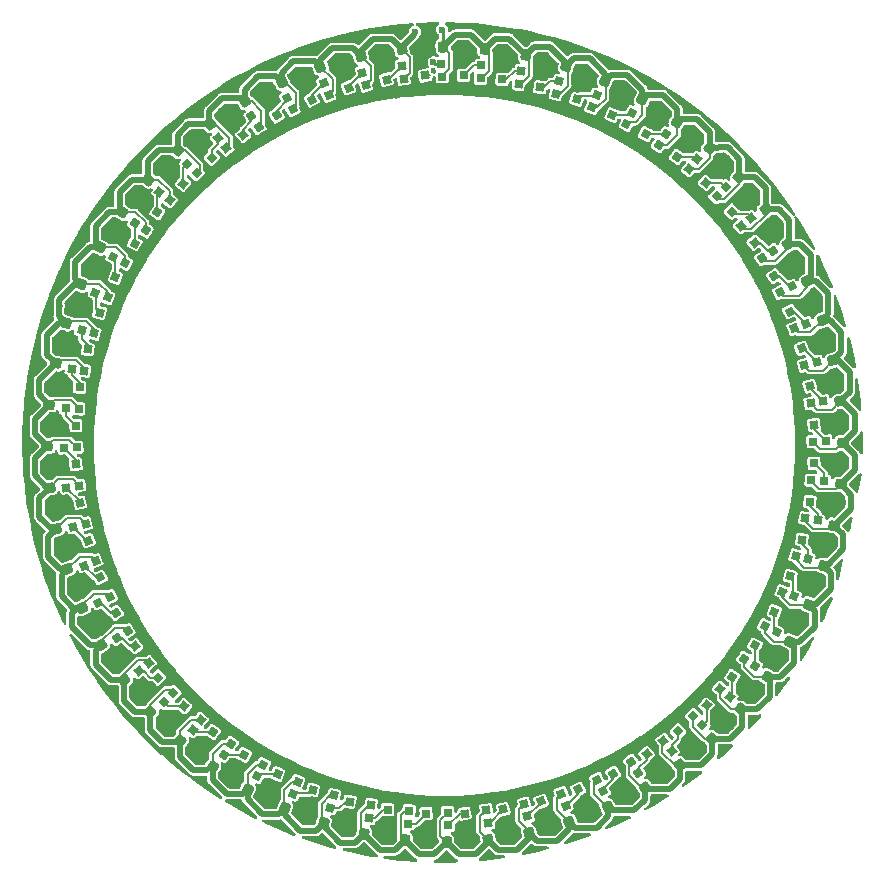
<source format=gbr>
%TF.GenerationSoftware,KiCad,Pcbnew,(6.0.4)*%
%TF.CreationDate,2022-06-17T20:48:29+08:00*%
%TF.ProjectId,WS2812_2020_60bit,57533238-3132-45f3-9230-32305f363062,rev?*%
%TF.SameCoordinates,Original*%
%TF.FileFunction,Copper,L1,Top*%
%TF.FilePolarity,Positive*%
%FSLAX46Y46*%
G04 Gerber Fmt 4.6, Leading zero omitted, Abs format (unit mm)*
G04 Created by KiCad (PCBNEW (6.0.4)) date 2022-06-17 20:48:29*
%MOMM*%
%LPD*%
G01*
G04 APERTURE LIST*
G04 Aperture macros list*
%AMRoundRect*
0 Rectangle with rounded corners*
0 $1 Rounding radius*
0 $2 $3 $4 $5 $6 $7 $8 $9 X,Y pos of 4 corners*
0 Add a 4 corners polygon primitive as box body*
4,1,4,$2,$3,$4,$5,$6,$7,$8,$9,$2,$3,0*
0 Add four circle primitives for the rounded corners*
1,1,$1+$1,$2,$3*
1,1,$1+$1,$4,$5*
1,1,$1+$1,$6,$7*
1,1,$1+$1,$8,$9*
0 Add four rect primitives between the rounded corners*
20,1,$1+$1,$2,$3,$4,$5,0*
20,1,$1+$1,$4,$5,$6,$7,0*
20,1,$1+$1,$6,$7,$8,$9,0*
20,1,$1+$1,$8,$9,$2,$3,0*%
%AMRotRect*
0 Rectangle, with rotation*
0 The origin of the aperture is its center*
0 $1 length*
0 $2 width*
0 $3 Rotation angle, in degrees counterclockwise*
0 Add horizontal line*
21,1,$1,$2,0,0,$3*%
G04 Aperture macros list end*
%TA.AperFunction,SMDPad,CuDef*%
%ADD10RoundRect,0.225000X0.314028X-0.120464X0.152762X0.299648X-0.314028X0.120464X-0.152762X-0.299648X0*%
%TD*%
%TA.AperFunction,SMDPad,CuDef*%
%ADD11RotRect,0.700000X0.700000X45.000000*%
%TD*%
%TA.AperFunction,SMDPad,CuDef*%
%ADD12RoundRect,0.225000X0.017528X0.335884X-0.332188X0.052689X-0.017528X-0.335884X0.332188X-0.052689X0*%
%TD*%
%TA.AperFunction,SMDPad,CuDef*%
%ADD13RotRect,0.700000X0.700000X315.000000*%
%TD*%
%TA.AperFunction,SMDPad,CuDef*%
%ADD14RotRect,0.700000X0.700000X243.000000*%
%TD*%
%TA.AperFunction,SMDPad,CuDef*%
%ADD15RotRect,0.700000X0.700000X141.000000*%
%TD*%
%TA.AperFunction,SMDPad,CuDef*%
%ADD16RoundRect,0.225000X-0.332211X0.052541X-0.087124X-0.324861X0.332211X-0.052541X0.087124X0.324861X0*%
%TD*%
%TA.AperFunction,SMDPad,CuDef*%
%ADD17RoundRect,0.225000X0.332211X-0.052541X0.087124X0.324861X-0.332211X0.052541X-0.087124X-0.324861X0*%
%TD*%
%TA.AperFunction,SMDPad,CuDef*%
%ADD18RotRect,0.700000X0.700000X3.000000*%
%TD*%
%TA.AperFunction,SMDPad,CuDef*%
%ADD19RoundRect,0.225000X-0.120604X0.313974X-0.324899X-0.086979X0.120604X-0.313974X0.324899X0.086979X0*%
%TD*%
%TA.AperFunction,SMDPad,CuDef*%
%ADD20RotRect,0.700000X0.700000X9.000000*%
%TD*%
%TA.AperFunction,SMDPad,CuDef*%
%ADD21RoundRect,0.225000X0.282038X0.183247X-0.152629X0.299716X-0.282038X-0.183247X0.152629X-0.299716X0*%
%TD*%
%TA.AperFunction,SMDPad,CuDef*%
%ADD22RoundRect,0.225000X0.335876X0.017678X0.017678X0.335876X-0.335876X-0.017678X-0.017678X-0.335876X0*%
%TD*%
%TA.AperFunction,SMDPad,CuDef*%
%ADD23RotRect,0.700000X0.700000X261.000000*%
%TD*%
%TA.AperFunction,SMDPad,CuDef*%
%ADD24RoundRect,0.225000X0.052689X-0.332188X0.335884X0.017528X-0.052689X0.332188X-0.335884X-0.017528X0*%
%TD*%
%TA.AperFunction,SMDPad,CuDef*%
%ADD25RotRect,0.700000X0.700000X225.000000*%
%TD*%
%TA.AperFunction,SMDPad,CuDef*%
%ADD26RoundRect,0.225000X-0.282038X-0.183247X0.152629X-0.299716X0.282038X0.183247X-0.152629X0.299716X0*%
%TD*%
%TA.AperFunction,SMDPad,CuDef*%
%ADD27RotRect,0.700000X0.700000X291.000000*%
%TD*%
%TA.AperFunction,SMDPad,CuDef*%
%ADD28RotRect,0.700000X0.700000X345.000000*%
%TD*%
%TA.AperFunction,SMDPad,CuDef*%
%ADD29RotRect,0.700000X0.700000X303.000000*%
%TD*%
%TA.AperFunction,SMDPad,CuDef*%
%ADD30RoundRect,0.225000X-0.052689X0.332188X-0.335884X-0.017528X0.052689X-0.332188X0.335884X0.017528X0*%
%TD*%
%TA.AperFunction,SMDPad,CuDef*%
%ADD31RoundRect,0.225000X-0.261433X0.211608X-0.237882X-0.237776X0.261433X-0.211608X0.237882X0.237776X0*%
%TD*%
%TA.AperFunction,SMDPad,CuDef*%
%ADD32RoundRect,0.225000X0.332188X0.052689X-0.017528X0.335884X-0.332188X-0.052689X0.017528X-0.335884X0*%
%TD*%
%TA.AperFunction,SMDPad,CuDef*%
%ADD33RotRect,0.700000X0.700000X51.000000*%
%TD*%
%TA.AperFunction,SMDPad,CuDef*%
%ADD34RotRect,0.700000X0.700000X117.000000*%
%TD*%
%TA.AperFunction,SMDPad,CuDef*%
%ADD35RotRect,0.700000X0.700000X123.000000*%
%TD*%
%TA.AperFunction,SMDPad,CuDef*%
%ADD36RoundRect,0.225000X0.237776X0.237882X-0.211608X0.261433X-0.237776X-0.237882X0.211608X-0.261433X0*%
%TD*%
%TA.AperFunction,SMDPad,CuDef*%
%ADD37RotRect,0.700000X0.700000X189.000000*%
%TD*%
%TA.AperFunction,SMDPad,CuDef*%
%ADD38RotRect,0.700000X0.700000X57.000000*%
%TD*%
%TA.AperFunction,SMDPad,CuDef*%
%ADD39RotRect,0.700000X0.700000X327.000000*%
%TD*%
%TA.AperFunction,SMDPad,CuDef*%
%ADD40RotRect,0.700000X0.700000X285.000000*%
%TD*%
%TA.AperFunction,SMDPad,CuDef*%
%ADD41RotRect,0.700000X0.700000X357.000000*%
%TD*%
%TA.AperFunction,SMDPad,CuDef*%
%ADD42RoundRect,0.225000X0.237882X-0.237776X0.261433X0.211608X-0.237882X0.237776X-0.261433X-0.211608X0*%
%TD*%
%TA.AperFunction,SMDPad,CuDef*%
%ADD43RotRect,0.700000X0.700000X237.000000*%
%TD*%
%TA.AperFunction,SMDPad,CuDef*%
%ADD44RotRect,0.700000X0.700000X339.000000*%
%TD*%
%TA.AperFunction,SMDPad,CuDef*%
%ADD45RotRect,0.700000X0.700000X231.000000*%
%TD*%
%TA.AperFunction,SMDPad,CuDef*%
%ADD46RoundRect,0.225000X-0.237776X-0.237882X0.211608X-0.261433X0.237776X0.237882X-0.211608X0.261433X0*%
%TD*%
%TA.AperFunction,SMDPad,CuDef*%
%ADD47RotRect,0.700000X0.700000X27.000000*%
%TD*%
%TA.AperFunction,SMDPad,CuDef*%
%ADD48RotRect,0.700000X0.700000X201.000000*%
%TD*%
%TA.AperFunction,SMDPad,CuDef*%
%ADD49RotRect,0.700000X0.700000X105.000000*%
%TD*%
%TA.AperFunction,SMDPad,CuDef*%
%ADD50RoundRect,0.225000X0.324899X-0.086979X0.120604X0.313974X-0.324899X0.086979X-0.120604X-0.313974X0*%
%TD*%
%TA.AperFunction,SMDPad,CuDef*%
%ADD51RoundRect,0.225000X0.152629X0.299716X-0.282038X0.183247X-0.152629X-0.299716X0.282038X-0.183247X0*%
%TD*%
%TA.AperFunction,SMDPad,CuDef*%
%ADD52RotRect,0.700000X0.700000X213.000000*%
%TD*%
%TA.AperFunction,SMDPad,CuDef*%
%ADD53RoundRect,0.225000X0.086979X0.324899X-0.313974X0.120604X-0.086979X-0.324899X0.313974X-0.120604X0*%
%TD*%
%TA.AperFunction,SMDPad,CuDef*%
%ADD54RoundRect,0.225000X-0.152762X0.299648X-0.314028X-0.120464X0.152762X-0.299648X0.314028X0.120464X0*%
%TD*%
%TA.AperFunction,SMDPad,CuDef*%
%ADD55RoundRect,0.225000X-0.324899X0.086979X-0.120604X-0.313974X0.324899X-0.086979X0.120604X0.313974X0*%
%TD*%
%TA.AperFunction,SMDPad,CuDef*%
%ADD56RotRect,0.700000X0.700000X279.000000*%
%TD*%
%TA.AperFunction,SMDPad,CuDef*%
%ADD57RoundRect,0.225000X0.211608X0.261433X-0.237776X0.237882X-0.211608X-0.261433X0.237776X-0.237882X0*%
%TD*%
%TA.AperFunction,SMDPad,CuDef*%
%ADD58RotRect,0.700000X0.700000X21.000000*%
%TD*%
%TA.AperFunction,SMDPad,CuDef*%
%ADD59RotRect,0.700000X0.700000X87.000000*%
%TD*%
%TA.AperFunction,SMDPad,CuDef*%
%ADD60RoundRect,0.225000X0.335884X-0.017528X0.052689X0.332188X-0.335884X0.017528X-0.052689X-0.332188X0*%
%TD*%
%TA.AperFunction,SMDPad,CuDef*%
%ADD61RoundRect,0.225000X-0.211608X-0.261433X0.237776X-0.237882X0.211608X0.261433X-0.237776X0.237882X0*%
%TD*%
%TA.AperFunction,SMDPad,CuDef*%
%ADD62RotRect,0.700000X0.700000X33.000000*%
%TD*%
%TA.AperFunction,SMDPad,CuDef*%
%ADD63RoundRect,0.225000X-0.261338X-0.211724X0.183121X-0.282120X0.261338X0.211724X-0.183121X0.282120X0*%
%TD*%
%TA.AperFunction,SMDPad,CuDef*%
%ADD64RotRect,0.700000X0.700000X333.000000*%
%TD*%
%TA.AperFunction,SMDPad,CuDef*%
%ADD65RoundRect,0.225000X0.152762X-0.299648X0.314028X0.120464X-0.152762X0.299648X-0.314028X-0.120464X0*%
%TD*%
%TA.AperFunction,SMDPad,CuDef*%
%ADD66RoundRect,0.225000X-0.313974X-0.120604X0.086979X-0.324899X0.313974X0.120604X-0.086979X0.324899X0*%
%TD*%
%TA.AperFunction,SMDPad,CuDef*%
%ADD67RotRect,0.700000X0.700000X15.000000*%
%TD*%
%TA.AperFunction,SMDPad,CuDef*%
%ADD68RotRect,0.700000X0.700000X153.000000*%
%TD*%
%TA.AperFunction,SMDPad,CuDef*%
%ADD69RoundRect,0.225000X-0.017528X-0.335884X0.332188X-0.052689X0.017528X0.335884X-0.332188X0.052689X0*%
%TD*%
%TA.AperFunction,SMDPad,CuDef*%
%ADD70RotRect,0.700000X0.700000X135.000000*%
%TD*%
%TA.AperFunction,SMDPad,CuDef*%
%ADD71RotRect,0.700000X0.700000X177.000000*%
%TD*%
%TA.AperFunction,SMDPad,CuDef*%
%ADD72RotRect,0.700000X0.700000X69.000000*%
%TD*%
%TA.AperFunction,SMDPad,CuDef*%
%ADD73RotRect,0.700000X0.700000X249.000000*%
%TD*%
%TA.AperFunction,SMDPad,CuDef*%
%ADD74RoundRect,0.225000X0.183247X-0.282038X0.299716X0.152629X-0.183247X0.282038X-0.299716X-0.152629X0*%
%TD*%
%TA.AperFunction,SMDPad,CuDef*%
%ADD75RotRect,0.700000X0.700000X147.000000*%
%TD*%
%TA.AperFunction,SMDPad,CuDef*%
%ADD76RoundRect,0.225000X-0.017678X0.335876X-0.335876X0.017678X0.017678X-0.335876X0.335876X-0.017678X0*%
%TD*%
%TA.AperFunction,SMDPad,CuDef*%
%ADD77RoundRect,0.225000X-0.211724X0.261338X-0.282120X-0.183121X0.211724X-0.261338X0.282120X0.183121X0*%
%TD*%
%TA.AperFunction,SMDPad,CuDef*%
%ADD78RoundRect,0.225000X0.261338X0.211724X-0.183121X0.282120X-0.261338X-0.211724X0.183121X-0.282120X0*%
%TD*%
%TA.AperFunction,SMDPad,CuDef*%
%ADD79RoundRect,0.225000X-0.332188X-0.052689X0.017528X-0.335884X0.332188X0.052689X-0.017528X0.335884X0*%
%TD*%
%TA.AperFunction,SMDPad,CuDef*%
%ADD80RoundRect,0.225000X-0.183121X-0.282120X0.261338X-0.211724X0.183121X0.282120X-0.261338X0.211724X0*%
%TD*%
%TA.AperFunction,SMDPad,CuDef*%
%ADD81RoundRect,0.225000X-0.282120X0.183121X-0.211724X-0.261338X0.282120X-0.183121X0.211724X0.261338X0*%
%TD*%
%TA.AperFunction,SMDPad,CuDef*%
%ADD82RotRect,0.700000X0.700000X93.000000*%
%TD*%
%TA.AperFunction,SMDPad,CuDef*%
%ADD83RotRect,0.700000X0.700000X195.000000*%
%TD*%
%TA.AperFunction,SMDPad,CuDef*%
%ADD84RoundRect,0.225000X-0.152629X-0.299716X0.282038X-0.183247X0.152629X0.299716X-0.282038X0.183247X0*%
%TD*%
%TA.AperFunction,SMDPad,CuDef*%
%ADD85RotRect,0.700000X0.700000X159.000000*%
%TD*%
%TA.AperFunction,SMDPad,CuDef*%
%ADD86RotRect,0.700000X0.700000X39.000000*%
%TD*%
%TA.AperFunction,SMDPad,CuDef*%
%ADD87RotRect,0.700000X0.700000X273.000000*%
%TD*%
%TA.AperFunction,SMDPad,CuDef*%
%ADD88RotRect,0.700000X0.700000X111.000000*%
%TD*%
%TA.AperFunction,SMDPad,CuDef*%
%ADD89RotRect,0.700000X0.700000X171.000000*%
%TD*%
%TA.AperFunction,SMDPad,CuDef*%
%ADD90RoundRect,0.225000X-0.335884X0.017528X-0.052689X-0.332188X0.335884X-0.017528X0.052689X0.332188X0*%
%TD*%
%TA.AperFunction,SMDPad,CuDef*%
%ADD91RotRect,0.700000X0.700000X129.000000*%
%TD*%
%TA.AperFunction,SMDPad,CuDef*%
%ADD92RoundRect,0.225000X0.087124X-0.324861X0.332211X0.052541X-0.087124X0.324861X-0.332211X-0.052541X0*%
%TD*%
%TA.AperFunction,SMDPad,CuDef*%
%ADD93RoundRect,0.225000X0.052541X0.332211X-0.324861X0.087124X-0.052541X-0.332211X0.324861X-0.087124X0*%
%TD*%
%TA.AperFunction,SMDPad,CuDef*%
%ADD94RotRect,0.700000X0.700000X255.000000*%
%TD*%
%TA.AperFunction,SMDPad,CuDef*%
%ADD95RotRect,0.700000X0.700000X99.000000*%
%TD*%
%TA.AperFunction,SMDPad,CuDef*%
%ADD96RotRect,0.700000X0.700000X219.000000*%
%TD*%
%TA.AperFunction,SMDPad,CuDef*%
%ADD97RoundRect,0.225000X0.324861X0.087124X-0.052541X0.332211X-0.324861X-0.087124X0.052541X-0.332211X0*%
%TD*%
%TA.AperFunction,SMDPad,CuDef*%
%ADD98RoundRect,0.225000X-0.120464X-0.314028X0.299648X-0.152762X0.120464X0.314028X-0.299648X0.152762X0*%
%TD*%
%TA.AperFunction,SMDPad,CuDef*%
%ADD99RoundRect,0.225000X-0.237882X0.237776X-0.261433X-0.211608X0.237882X-0.237776X0.261433X0.211608X0*%
%TD*%
%TA.AperFunction,SMDPad,CuDef*%
%ADD100RoundRect,0.225000X-0.314028X0.120464X-0.152762X-0.299648X0.314028X-0.120464X0.152762X0.299648X0*%
%TD*%
%TA.AperFunction,SMDPad,CuDef*%
%ADD101RoundRect,0.225000X0.261433X-0.211608X0.237882X0.237776X-0.261433X0.211608X-0.237882X-0.237776X0*%
%TD*%
%TA.AperFunction,SMDPad,CuDef*%
%ADD102RoundRect,0.225000X0.120464X0.314028X-0.299648X0.152762X-0.120464X-0.314028X0.299648X-0.152762X0*%
%TD*%
%TA.AperFunction,SMDPad,CuDef*%
%ADD103RotRect,0.700000X0.700000X309.000000*%
%TD*%
%TA.AperFunction,SMDPad,CuDef*%
%ADD104RoundRect,0.225000X0.313974X0.120604X-0.086979X0.324899X-0.313974X-0.120604X0.086979X-0.324899X0*%
%TD*%
%TA.AperFunction,SMDPad,CuDef*%
%ADD105RoundRect,0.225000X-0.324861X-0.087124X0.052541X-0.332211X0.324861X0.087124X-0.052541X0.332211X0*%
%TD*%
%TA.AperFunction,SMDPad,CuDef*%
%ADD106RoundRect,0.225000X0.299648X0.152762X-0.120464X0.314028X-0.299648X-0.152762X0.120464X-0.314028X0*%
%TD*%
%TA.AperFunction,SMDPad,CuDef*%
%ADD107RotRect,0.700000X0.700000X207.000000*%
%TD*%
%TA.AperFunction,SMDPad,CuDef*%
%ADD108RotRect,0.700000X0.700000X183.000000*%
%TD*%
%TA.AperFunction,SMDPad,CuDef*%
%ADD109RotRect,0.700000X0.700000X81.000000*%
%TD*%
%TA.AperFunction,SMDPad,CuDef*%
%ADD110RoundRect,0.225000X0.120604X-0.313974X0.324899X0.086979X-0.120604X0.313974X-0.324899X-0.086979X0*%
%TD*%
%TA.AperFunction,SMDPad,CuDef*%
%ADD111RoundRect,0.225000X-0.299648X-0.152762X0.120464X-0.314028X0.299648X0.152762X-0.120464X0.314028X0*%
%TD*%
%TA.AperFunction,SMDPad,CuDef*%
%ADD112RotRect,0.700000X0.700000X321.000000*%
%TD*%
%TA.AperFunction,SMDPad,CuDef*%
%ADD113RotRect,0.700000X0.700000X165.000000*%
%TD*%
%TA.AperFunction,SMDPad,CuDef*%
%ADD114RotRect,0.700000X0.700000X267.000000*%
%TD*%
%TA.AperFunction,SMDPad,CuDef*%
%ADD115RoundRect,0.225000X0.282120X-0.183121X0.211724X0.261338X-0.282120X0.183121X-0.211724X-0.261338X0*%
%TD*%
%TA.AperFunction,SMDPad,CuDef*%
%ADD116RotRect,0.700000X0.700000X63.000000*%
%TD*%
%TA.AperFunction,SMDPad,CuDef*%
%ADD117RoundRect,0.225000X0.299716X-0.152629X0.183247X0.282038X-0.299716X0.152629X-0.183247X-0.282038X0*%
%TD*%
%TA.AperFunction,SMDPad,CuDef*%
%ADD118RoundRect,0.225000X-0.335876X-0.017678X-0.017678X-0.335876X0.335876X0.017678X0.017678X0.335876X0*%
%TD*%
%TA.AperFunction,SMDPad,CuDef*%
%ADD119RotRect,0.700000X0.700000X297.000000*%
%TD*%
%TA.AperFunction,SMDPad,CuDef*%
%ADD120RoundRect,0.225000X0.017678X-0.335876X0.335876X-0.017678X-0.017678X0.335876X-0.335876X0.017678X0*%
%TD*%
%TA.AperFunction,SMDPad,CuDef*%
%ADD121RotRect,0.700000X0.700000X75.000000*%
%TD*%
%TA.AperFunction,SMDPad,CuDef*%
%ADD122RoundRect,0.225000X-0.299716X0.152629X-0.183247X-0.282038X0.299716X-0.152629X0.183247X0.282038X0*%
%TD*%
%TA.AperFunction,SMDPad,CuDef*%
%ADD123RoundRect,0.225000X-0.086979X-0.324899X0.313974X-0.120604X0.086979X0.324899X-0.313974X0.120604X0*%
%TD*%
%TA.AperFunction,SMDPad,CuDef*%
%ADD124RoundRect,0.225000X0.183121X0.282120X-0.261338X0.211724X-0.183121X-0.282120X0.261338X-0.211724X0*%
%TD*%
%TA.AperFunction,SMDPad,CuDef*%
%ADD125RoundRect,0.225000X0.211724X-0.261338X0.282120X0.183121X-0.211724X0.261338X-0.282120X-0.183121X0*%
%TD*%
%TA.AperFunction,SMDPad,CuDef*%
%ADD126RoundRect,0.225000X-0.052541X-0.332211X0.324861X-0.087124X0.052541X0.332211X-0.324861X0.087124X0*%
%TD*%
%TA.AperFunction,SMDPad,CuDef*%
%ADD127RoundRect,0.225000X-0.183247X0.282038X-0.299716X-0.152629X0.183247X-0.282038X0.299716X0.152629X0*%
%TD*%
%TA.AperFunction,SMDPad,CuDef*%
%ADD128RotRect,0.700000X0.700000X351.000000*%
%TD*%
%TA.AperFunction,SMDPad,CuDef*%
%ADD129RoundRect,0.225000X-0.087124X0.324861X-0.332211X-0.052541X0.087124X-0.324861X0.332211X0.052541X0*%
%TD*%
%TA.AperFunction,ViaPad*%
%ADD130C,0.600000*%
%TD*%
%TA.AperFunction,ViaPad*%
%ADD131C,0.800000*%
%TD*%
%TA.AperFunction,Conductor*%
%ADD132C,0.200000*%
%TD*%
%TA.AperFunction,Conductor*%
%ADD133C,0.250000*%
%TD*%
%TA.AperFunction,Conductor*%
%ADD134C,0.500000*%
%TD*%
G04 APERTURE END LIST*
D10*
%TO.P,REF\u002A\u002A100,1*%
%TO.N,5V*%
X199024925Y-87536283D03*
%TO.P,REF\u002A\u002A100,2*%
%TO.N,GND*%
X198469455Y-86089233D03*
%TD*%
D11*
%TO.P,LED\u002A\u002A74,1*%
%TO.N,N/C*%
X255291294Y-57273111D03*
%TO.P,LED\u002A\u002A74,2*%
%TO.N,GND*%
X256069111Y-56495294D03*
%TO.P,LED\u002A\u002A74,3*%
%TO.N,N/C*%
X254775106Y-55201289D03*
%TO.P,LED\u002A\u002A74,4*%
%TO.N,5V*%
X253997289Y-55979106D03*
%TD*%
D12*
%TO.P,REF\u002A\u002A118,1*%
%TO.N,5V*%
X250901442Y-104154213D03*
%TO.P,REF\u002A\u002A118,2*%
%TO.N,GND*%
X249696866Y-105129659D03*
%TD*%
D13*
%TO.P,LED\u002A\u002A8,1*%
%TO.N,N/C*%
X250726889Y-101291294D03*
%TO.P,LED\u002A\u002A8,2*%
%TO.N,GND*%
X251504706Y-102069111D03*
%TO.P,LED\u002A\u002A8,3*%
%TO.N,N/C*%
X252798711Y-100775106D03*
%TO.P,LED\u002A\u002A8,4*%
%TO.N,5V*%
X252020894Y-99997289D03*
%TD*%
D14*
%TO.P,LED\u002A\u002A107,1*%
%TO.N,N/C*%
X213993551Y-103267808D03*
%TO.P,LED\u002A\u002A107,2*%
%TO.N,GND*%
X213494161Y-104247915D03*
%TO.P,LED\u002A\u002A107,3*%
%TO.N,N/C*%
X215124703Y-105078718D03*
%TO.P,LED\u002A\u002A107,4*%
%TO.N,5V*%
X215624093Y-104098611D03*
%TD*%
D15*
%TO.P,LED\u002A\u002A90,1*%
%TO.N,N/C*%
X208842045Y-54903798D03*
%TO.P,LED\u002A\u002A90,2*%
%TO.N,GND*%
X207987185Y-54211545D03*
%TO.P,LED\u002A\u002A90,3*%
%TO.N,N/C*%
X206835529Y-55633722D03*
%TO.P,LED\u002A\u002A90,4*%
%TO.N,5V*%
X207690389Y-56325975D03*
%TD*%
D16*
%TO.P,REF\u002A\u002A72,1*%
%TO.N,5V*%
X260085727Y-60045968D03*
%TO.P,REF\u002A\u002A72,2*%
%TO.N,GND*%
X260929917Y-61345908D03*
%TD*%
D17*
%TO.P,REF\u002A\u002A102,1*%
%TO.N,5V*%
X201914273Y-93954032D03*
%TO.P,REF\u002A\u002A102,2*%
%TO.N,GND*%
X201070083Y-92654092D03*
%TD*%
D18*
%TO.P,LED\u002A\u002A67,1*%
%TO.N,N/C*%
X262251814Y-78594113D03*
%TO.P,LED\u002A\u002A67,2*%
%TO.N,GND*%
X263350307Y-78536543D03*
%TO.P,LED\u002A\u002A67,3*%
%TO.N,N/C*%
X263254532Y-76709051D03*
%TO.P,LED\u002A\u002A67,4*%
%TO.N,5V*%
X262156039Y-76766621D03*
%TD*%
D19*
%TO.P,REF\u002A\u002A62,1*%
%TO.N,5V*%
X260225486Y-93711962D03*
%TO.P,REF\u002A\u002A62,2*%
%TO.N,GND*%
X259521800Y-95093022D03*
%TD*%
D20*
%TO.P,LED\u002A\u002A68,1*%
%TO.N,N/C*%
X262247244Y-75318676D03*
%TO.P,LED\u002A\u002A68,2*%
%TO.N,GND*%
X263333701Y-75146598D03*
%TO.P,LED\u002A\u002A68,3*%
%TO.N,N/C*%
X263047426Y-73339128D03*
%TO.P,LED\u002A\u002A68,4*%
%TO.N,5V*%
X261960969Y-73511206D03*
%TD*%
D21*
%TO.P,REF\u002A\u002A109,1*%
%TO.N,5V*%
X220729555Y-109061451D03*
%TO.P,REF\u002A\u002A109,2*%
%TO.N,GND*%
X219232369Y-108660281D03*
%TD*%
D22*
%TO.P,REF\u002A\u002A104,1*%
%TO.N,5V*%
X206074808Y-99630808D03*
%TO.P,REF\u002A\u002A104,2*%
%TO.N,GND*%
X204978792Y-98534792D03*
%TD*%
D23*
%TO.P,LED\u002A\u002A110,1*%
%TO.N,N/C*%
X222943104Y-107237453D03*
%TO.P,LED\u002A\u002A110,2*%
%TO.N,GND*%
X222771026Y-108323910D03*
%TO.P,LED\u002A\u002A110,3*%
%TO.N,N/C*%
X224578496Y-108610185D03*
%TO.P,LED\u002A\u002A110,4*%
%TO.N,5V*%
X224750574Y-107523728D03*
%TD*%
D24*
%TO.P,REF\u002A\u002A90,1*%
%TO.N,5V*%
X205887774Y-54576914D03*
%TO.P,REF\u002A\u002A90,2*%
%TO.N,GND*%
X206863220Y-53372338D03*
%TD*%
D25*
%TO.P,LED\u002A\u002A104,1*%
%TO.N,N/C*%
X206708706Y-96726889D03*
%TO.P,LED\u002A\u002A104,2*%
%TO.N,GND*%
X205930889Y-97504706D03*
%TO.P,LED\u002A\u002A104,3*%
%TO.N,N/C*%
X207224894Y-98798711D03*
%TO.P,LED\u002A\u002A104,4*%
%TO.N,5V*%
X208002711Y-98020894D03*
%TD*%
D26*
%TO.P,REF\u002A\u002A79,1*%
%TO.N,5V*%
X241270445Y-44938549D03*
%TO.P,REF\u002A\u002A79,2*%
%TO.N,GND*%
X242767631Y-45339719D03*
%TD*%
D27*
%TO.P,LED\u002A\u002A115,1*%
%TO.N,N/C*%
X239141251Y-107214849D03*
%TO.P,LED\u002A\u002A115,2*%
%TO.N,GND*%
X239535455Y-108241788D03*
%TO.P,LED\u002A\u002A115,3*%
%TO.N,N/C*%
X241243907Y-107585975D03*
%TO.P,LED\u002A\u002A115,4*%
%TO.N,5V*%
X240849703Y-106559036D03*
%TD*%
D28*
%TO.P,LED\u002A\u002A64,1*%
%TO.N,N/C*%
X260229633Y-88173434D03*
%TO.P,LED\u002A\u002A64,2*%
%TO.N,GND*%
X261292152Y-88458135D03*
%TO.P,LED\u002A\u002A64,3*%
%TO.N,N/C*%
X261765791Y-86690490D03*
%TO.P,LED\u002A\u002A64,4*%
%TO.N,5V*%
X260703272Y-86405789D03*
%TD*%
D29*
%TO.P,LED\u002A\u002A117,1*%
%TO.N,N/C*%
X245245365Y-104861922D03*
%TO.P,LED\u002A\u002A117,2*%
%TO.N,GND*%
X245844468Y-105784460D03*
%TO.P,LED\u002A\u002A117,3*%
%TO.N,N/C*%
X247379235Y-104787770D03*
%TO.P,LED\u002A\u002A117,4*%
%TO.N,5V*%
X246780132Y-103865232D03*
%TD*%
D30*
%TO.P,REF\u002A\u002A60,1*%
%TO.N,5V*%
X256112226Y-99423086D03*
%TO.P,REF\u002A\u002A60,2*%
%TO.N,GND*%
X255136780Y-100627662D03*
%TD*%
D31*
%TO.P,REF\u002A\u002A67,1*%
%TO.N,5V*%
X264665994Y-76860241D03*
%TO.P,REF\u002A\u002A67,2*%
%TO.N,GND*%
X264747114Y-78408117D03*
%TD*%
D32*
%TO.P,REF\u002A\u002A105,1*%
%TO.N,5V*%
X208576914Y-102112226D03*
%TO.P,REF\u002A\u002A105,2*%
%TO.N,GND*%
X207372338Y-101136780D03*
%TD*%
D33*
%TO.P,LED\u002A\u002A75,1*%
%TO.N,N/C*%
X253096202Y-54842045D03*
%TO.P,LED\u002A\u002A75,2*%
%TO.N,GND*%
X253788455Y-53987185D03*
%TO.P,LED\u002A\u002A75,3*%
%TO.N,N/C*%
X252366278Y-52835529D03*
%TO.P,LED\u002A\u002A75,4*%
%TO.N,5V*%
X251674025Y-53690389D03*
%TD*%
D34*
%TO.P,LED\u002A\u002A86,1*%
%TO.N,N/C*%
X219745037Y-47801662D03*
%TO.P,LED\u002A\u002A86,2*%
%TO.N,GND*%
X219245647Y-46821555D03*
%TO.P,LED\u002A\u002A86,3*%
%TO.N,N/C*%
X217615105Y-47652358D03*
%TO.P,LED\u002A\u002A86,4*%
%TO.N,5V*%
X218114495Y-48632465D03*
%TD*%
D35*
%TO.P,LED\u002A\u002A87,1*%
%TO.N,N/C*%
X216754635Y-49138078D03*
%TO.P,LED\u002A\u002A87,2*%
%TO.N,GND*%
X216155532Y-48215540D03*
%TO.P,LED\u002A\u002A87,3*%
%TO.N,N/C*%
X214620765Y-49212230D03*
%TO.P,LED\u002A\u002A87,4*%
%TO.N,5V*%
X215219868Y-50134768D03*
%TD*%
D36*
%TO.P,REF\u002A\u002A111,1*%
%TO.N,5V*%
X227619939Y-110496176D03*
%TO.P,REF\u002A\u002A111,2*%
%TO.N,GND*%
X226072063Y-110415056D03*
%TD*%
D37*
%TO.P,LED\u002A\u002A98,1*%
%TO.N,N/C*%
X199752756Y-78681324D03*
%TO.P,LED\u002A\u002A98,2*%
%TO.N,GND*%
X198666299Y-78853402D03*
%TO.P,LED\u002A\u002A98,3*%
%TO.N,N/C*%
X198952574Y-80660872D03*
%TO.P,LED\u002A\u002A98,4*%
%TO.N,5V*%
X200039031Y-80488794D03*
%TD*%
D38*
%TO.P,LED\u002A\u002A76,1*%
%TO.N,N/C*%
X250659020Y-52653748D03*
%TO.P,LED\u002A\u002A76,2*%
%TO.N,GND*%
X251258123Y-51731210D03*
%TO.P,LED\u002A\u002A76,3*%
%TO.N,N/C*%
X249723356Y-50734520D03*
%TO.P,LED\u002A\u002A76,4*%
%TO.N,5V*%
X249124253Y-51657058D03*
%TD*%
D39*
%TO.P,LED\u002A\u002A61,1*%
%TO.N,N/C*%
X255346252Y-96659020D03*
%TO.P,LED\u002A\u002A61,2*%
%TO.N,GND*%
X256268790Y-97258123D03*
%TO.P,LED\u002A\u002A61,3*%
%TO.N,N/C*%
X257265480Y-95723356D03*
%TO.P,LED\u002A\u002A61,4*%
%TO.N,5V*%
X256342942Y-95124253D03*
%TD*%
D40*
%TO.P,LED\u002A\u002A114,1*%
%TO.N,N/C*%
X235938339Y-107900322D03*
%TO.P,LED\u002A\u002A114,2*%
%TO.N,GND*%
X236223040Y-108962841D03*
%TO.P,LED\u002A\u002A114,3*%
%TO.N,N/C*%
X237990685Y-108489202D03*
%TO.P,LED\u002A\u002A114,4*%
%TO.N,5V*%
X237705984Y-107426683D03*
%TD*%
D41*
%TO.P,LED\u002A\u002A66,1*%
%TO.N,N/C*%
X261913983Y-81852084D03*
%TO.P,LED\u002A\u002A66,2*%
%TO.N,GND*%
X263012476Y-81909654D03*
%TO.P,LED\u002A\u002A66,3*%
%TO.N,N/C*%
X263108251Y-80082162D03*
%TO.P,LED\u002A\u002A66,4*%
%TO.N,5V*%
X262009758Y-80024592D03*
%TD*%
D42*
%TO.P,REF\u002A\u002A96,1*%
%TO.N,5V*%
X197503824Y-73619939D03*
%TO.P,REF\u002A\u002A96,2*%
%TO.N,GND*%
X197584944Y-72072063D03*
%TD*%
D43*
%TO.P,LED\u002A\u002A106,1*%
%TO.N,N/C*%
X211340980Y-101346252D03*
%TO.P,LED\u002A\u002A106,2*%
%TO.N,GND*%
X210741877Y-102268790D03*
%TO.P,LED\u002A\u002A106,3*%
%TO.N,N/C*%
X212276644Y-103265480D03*
%TO.P,LED\u002A\u002A106,4*%
%TO.N,5V*%
X212875747Y-102342942D03*
%TD*%
D44*
%TO.P,LED\u002A\u002A63,1*%
%TO.N,N/C*%
X258901569Y-91167553D03*
%TO.P,LED\u002A\u002A63,2*%
%TO.N,GND*%
X259928508Y-91561757D03*
%TO.P,LED\u002A\u002A63,3*%
%TO.N,N/C*%
X260584321Y-89853305D03*
%TO.P,LED\u002A\u002A63,4*%
%TO.N,5V*%
X259557382Y-89459101D03*
%TD*%
D45*
%TO.P,LED\u002A\u002A105,1*%
%TO.N,N/C*%
X208903798Y-99157955D03*
%TO.P,LED\u002A\u002A105,2*%
%TO.N,GND*%
X208211545Y-100012815D03*
%TO.P,LED\u002A\u002A105,3*%
%TO.N,N/C*%
X209633722Y-101164471D03*
%TO.P,LED\u002A\u002A105,4*%
%TO.N,5V*%
X210325975Y-100309611D03*
%TD*%
D46*
%TO.P,REF\u002A\u002A81,1*%
%TO.N,5V*%
X234380061Y-43503824D03*
%TO.P,REF\u002A\u002A81,2*%
%TO.N,GND*%
X235927937Y-43584944D03*
%TD*%
D47*
%TO.P,LED\u002A\u002A71,1*%
%TO.N,N/C*%
X260198338Y-65745037D03*
%TO.P,LED\u002A\u002A71,2*%
%TO.N,GND*%
X261178445Y-65245647D03*
%TO.P,LED\u002A\u002A71,3*%
%TO.N,N/C*%
X260347642Y-63615105D03*
%TO.P,LED\u002A\u002A71,4*%
%TO.N,5V*%
X259367535Y-64114495D03*
%TD*%
D48*
%TO.P,LED\u002A\u002A100,1*%
%TO.N,N/C*%
X200785151Y-85141251D03*
%TO.P,LED\u002A\u002A100,2*%
%TO.N,GND*%
X199758212Y-85535455D03*
%TO.P,LED\u002A\u002A100,3*%
%TO.N,N/C*%
X200414025Y-87243907D03*
%TO.P,LED\u002A\u002A100,4*%
%TO.N,5V*%
X201440964Y-86849703D03*
%TD*%
D49*
%TO.P,LED\u002A\u002A84,1*%
%TO.N,N/C*%
X226061661Y-46099678D03*
%TO.P,LED\u002A\u002A84,2*%
%TO.N,GND*%
X225776960Y-45037159D03*
%TO.P,LED\u002A\u002A84,3*%
%TO.N,N/C*%
X224009315Y-45510798D03*
%TO.P,LED\u002A\u002A84,4*%
%TO.N,5V*%
X224294016Y-46573317D03*
%TD*%
D50*
%TO.P,REF\u002A\u002A101,1*%
%TO.N,5V*%
X200301430Y-90820869D03*
%TO.P,REF\u002A\u002A101,2*%
%TO.N,GND*%
X199597744Y-89439809D03*
%TD*%
D51*
%TO.P,REF\u002A\u002A114,1*%
%TO.N,5V*%
X238136259Y-109901253D03*
%TO.P,REF\u002A\u002A114,2*%
%TO.N,GND*%
X236639073Y-110302423D03*
%TD*%
D52*
%TO.P,LED\u002A\u002A102,1*%
%TO.N,N/C*%
X203138078Y-91245365D03*
%TO.P,LED\u002A\u002A102,2*%
%TO.N,GND*%
X202215540Y-91844468D03*
%TO.P,LED\u002A\u002A102,3*%
%TO.N,N/C*%
X203212230Y-93379235D03*
%TO.P,LED\u002A\u002A102,4*%
%TO.N,5V*%
X204134768Y-92780132D03*
%TD*%
D53*
%TO.P,REF\u002A\u002A116,1*%
%TO.N,5V*%
X244820869Y-107698570D03*
%TO.P,REF\u002A\u002A116,2*%
%TO.N,GND*%
X243439809Y-108402256D03*
%TD*%
D54*
%TO.P,REF\u002A\u002A63,1*%
%TO.N,5V*%
X261812260Y-90565517D03*
%TO.P,REF\u002A\u002A63,2*%
%TO.N,GND*%
X261256790Y-92012567D03*
%TD*%
D55*
%TO.P,REF\u002A\u002A71,1*%
%TO.N,5V*%
X261698570Y-63179131D03*
%TO.P,REF\u002A\u002A71,2*%
%TO.N,GND*%
X262402256Y-64560191D03*
%TD*%
D56*
%TO.P,LED\u002A\u002A113,1*%
%TO.N,N/C*%
X232681324Y-108247244D03*
%TO.P,LED\u002A\u002A113,2*%
%TO.N,GND*%
X232853402Y-109333701D03*
%TO.P,LED\u002A\u002A113,3*%
%TO.N,N/C*%
X234660872Y-109047426D03*
%TO.P,LED\u002A\u002A113,4*%
%TO.N,5V*%
X234488794Y-107960969D03*
%TD*%
D57*
%TO.P,REF\u002A\u002A112,1*%
%TO.N,5V*%
X231139759Y-110665994D03*
%TO.P,REF\u002A\u002A112,2*%
%TO.N,GND*%
X229591883Y-110747114D03*
%TD*%
D58*
%TO.P,LED\u002A\u002A70,1*%
%TO.N,N/C*%
X261214849Y-68858749D03*
%TO.P,LED\u002A\u002A70,2*%
%TO.N,GND*%
X262241788Y-68464545D03*
%TO.P,LED\u002A\u002A70,3*%
%TO.N,N/C*%
X261585975Y-66756093D03*
%TO.P,LED\u002A\u002A70,4*%
%TO.N,5V*%
X260559036Y-67150297D03*
%TD*%
D59*
%TO.P,LED\u002A\u002A81,1*%
%TO.N,N/C*%
X235852084Y-46086017D03*
%TO.P,LED\u002A\u002A81,2*%
%TO.N,GND*%
X235909654Y-44987524D03*
%TO.P,LED\u002A\u002A81,3*%
%TO.N,N/C*%
X234082162Y-44891749D03*
%TO.P,LED\u002A\u002A81,4*%
%TO.N,5V*%
X234024592Y-45990242D03*
%TD*%
D60*
%TO.P,REF\u002A\u002A103,1*%
%TO.N,5V*%
X203845787Y-96901442D03*
%TO.P,REF\u002A\u002A103,2*%
%TO.N,GND*%
X202870341Y-95696866D03*
%TD*%
D61*
%TO.P,REF\u002A\u002A82,1*%
%TO.N,5V*%
X230860241Y-43334006D03*
%TO.P,REF\u002A\u002A82,2*%
%TO.N,GND*%
X232408117Y-43252886D03*
%TD*%
D62*
%TO.P,LED\u002A\u002A72,1*%
%TO.N,N/C*%
X258861922Y-62754635D03*
%TO.P,LED\u002A\u002A72,2*%
%TO.N,GND*%
X259784460Y-62155532D03*
%TO.P,LED\u002A\u002A72,3*%
%TO.N,N/C*%
X258787770Y-60620765D03*
%TO.P,LED\u002A\u002A72,4*%
%TO.N,5V*%
X257865232Y-61219868D03*
%TD*%
D63*
%TO.P,REF\u002A\u002A80,1*%
%TO.N,5V*%
X237862850Y-44040631D03*
%TO.P,REF\u002A\u002A80,2*%
%TO.N,GND*%
X239393766Y-44283105D03*
%TD*%
D64*
%TO.P,LED\u002A\u002A62,1*%
%TO.N,N/C*%
X257267808Y-94006449D03*
%TO.P,LED\u002A\u002A62,2*%
%TO.N,GND*%
X258247915Y-94505839D03*
%TO.P,LED\u002A\u002A62,3*%
%TO.N,N/C*%
X259078718Y-92875297D03*
%TO.P,LED\u002A\u002A62,4*%
%TO.N,5V*%
X258098611Y-92375907D03*
%TD*%
D65*
%TO.P,REF\u002A\u002A93,1*%
%TO.N,5V*%
X200187740Y-63434483D03*
%TO.P,REF\u002A\u002A93,2*%
%TO.N,GND*%
X200743210Y-61987433D03*
%TD*%
D66*
%TO.P,REF\u002A\u002A77,1*%
%TO.N,5V*%
X247711962Y-47774514D03*
%TO.P,REF\u002A\u002A77,2*%
%TO.N,GND*%
X249093022Y-48478200D03*
%TD*%
D67*
%TO.P,LED\u002A\u002A69,1*%
%TO.N,N/C*%
X261900322Y-72061661D03*
%TO.P,LED\u002A\u002A69,2*%
%TO.N,GND*%
X262962841Y-71776960D03*
%TO.P,LED\u002A\u002A69,3*%
%TO.N,N/C*%
X262489202Y-70009315D03*
%TO.P,LED\u002A\u002A69,4*%
%TO.N,5V*%
X261426683Y-70294016D03*
%TD*%
D68*
%TO.P,LED\u002A\u002A92,1*%
%TO.N,N/C*%
X204732192Y-59993551D03*
%TO.P,LED\u002A\u002A92,2*%
%TO.N,GND*%
X203752085Y-59494161D03*
%TO.P,LED\u002A\u002A92,3*%
%TO.N,N/C*%
X202921282Y-61124703D03*
%TO.P,LED\u002A\u002A92,4*%
%TO.N,5V*%
X203901389Y-61624093D03*
%TD*%
D69*
%TO.P,REF\u002A\u002A88,1*%
%TO.N,5V*%
X211098558Y-49845787D03*
%TO.P,REF\u002A\u002A88,2*%
%TO.N,GND*%
X212303134Y-48870341D03*
%TD*%
D70*
%TO.P,LED\u002A\u002A89,1*%
%TO.N,N/C*%
X211273111Y-52708706D03*
%TO.P,LED\u002A\u002A89,2*%
%TO.N,GND*%
X210495294Y-51930889D03*
%TO.P,LED\u002A\u002A89,3*%
%TO.N,N/C*%
X209201289Y-53224894D03*
%TO.P,LED\u002A\u002A89,4*%
%TO.N,5V*%
X209979106Y-54002711D03*
%TD*%
D71*
%TO.P,LED\u002A\u002A96,1*%
%TO.N,N/C*%
X200086017Y-72147916D03*
%TO.P,LED\u002A\u002A96,2*%
%TO.N,GND*%
X198987524Y-72090346D03*
%TO.P,LED\u002A\u002A96,3*%
%TO.N,N/C*%
X198891749Y-73917838D03*
%TO.P,LED\u002A\u002A96,4*%
%TO.N,5V*%
X199990242Y-73975408D03*
%TD*%
D72*
%TO.P,LED\u002A\u002A78,1*%
%TO.N,N/C*%
X245167553Y-49098431D03*
%TO.P,LED\u002A\u002A78,2*%
%TO.N,GND*%
X245561757Y-48071492D03*
%TO.P,LED\u002A\u002A78,3*%
%TO.N,N/C*%
X243853305Y-47415679D03*
%TO.P,LED\u002A\u002A78,4*%
%TO.N,5V*%
X243459101Y-48442618D03*
%TD*%
D73*
%TO.P,LED\u002A\u002A108,1*%
%TO.N,N/C*%
X216832447Y-104901569D03*
%TO.P,LED\u002A\u002A108,2*%
%TO.N,GND*%
X216438243Y-105928508D03*
%TO.P,LED\u002A\u002A108,3*%
%TO.N,N/C*%
X218146695Y-106584321D03*
%TO.P,LED\u002A\u002A108,4*%
%TO.N,5V*%
X218540899Y-105557382D03*
%TD*%
D74*
%TO.P,REF\u002A\u002A94,1*%
%TO.N,5V*%
X198938549Y-66729555D03*
%TO.P,REF\u002A\u002A94,2*%
%TO.N,GND*%
X199339719Y-65232369D03*
%TD*%
D75*
%TO.P,LED\u002A\u002A91,1*%
%TO.N,N/C*%
X206653748Y-57340980D03*
%TO.P,LED\u002A\u002A91,2*%
%TO.N,GND*%
X205731210Y-56741877D03*
%TO.P,LED\u002A\u002A91,3*%
%TO.N,N/C*%
X204734520Y-58276644D03*
%TO.P,LED\u002A\u002A91,4*%
%TO.N,5V*%
X205657058Y-58875747D03*
%TD*%
D76*
%TO.P,REF\u002A\u002A8,1*%
%TO.N,5V*%
X253630808Y-101925192D03*
%TO.P,REF\u002A\u002A8,2*%
%TO.N,GND*%
X252534792Y-103021208D03*
%TD*%
D77*
%TO.P,REF\u002A\u002A65,1*%
%TO.N,5V*%
X263959369Y-83862850D03*
%TO.P,REF\u002A\u002A65,2*%
%TO.N,GND*%
X263716895Y-85393766D03*
%TD*%
D78*
%TO.P,REF\u002A\u002A110,1*%
%TO.N,5V*%
X224137150Y-109959369D03*
%TO.P,REF\u002A\u002A110,2*%
%TO.N,GND*%
X222606234Y-109716895D03*
%TD*%
D79*
%TO.P,REF\u002A\u002A75,1*%
%TO.N,5V*%
X253423086Y-51887774D03*
%TO.P,REF\u002A\u002A75,2*%
%TO.N,GND*%
X254627662Y-52863220D03*
%TD*%
D80*
%TO.P,REF\u002A\u002A83,1*%
%TO.N,5V*%
X227341953Y-43533041D03*
%TO.P,REF\u002A\u002A83,2*%
%TO.N,GND*%
X228872869Y-43290567D03*
%TD*%
D81*
%TO.P,REF\u002A\u002A68,1*%
%TO.N,5V*%
X264466959Y-73341953D03*
%TO.P,REF\u002A\u002A68,2*%
%TO.N,GND*%
X264709433Y-74872869D03*
%TD*%
D82*
%TO.P,LED\u002A\u002A82,1*%
%TO.N,N/C*%
X232594113Y-45748186D03*
%TO.P,LED\u002A\u002A82,2*%
%TO.N,GND*%
X232536543Y-44649693D03*
%TO.P,LED\u002A\u002A82,3*%
%TO.N,N/C*%
X230709051Y-44745468D03*
%TO.P,LED\u002A\u002A82,4*%
%TO.N,5V*%
X230766621Y-45843961D03*
%TD*%
D83*
%TO.P,LED\u002A\u002A99,1*%
%TO.N,N/C*%
X200099678Y-81938339D03*
%TO.P,LED\u002A\u002A99,2*%
%TO.N,GND*%
X199037159Y-82223040D03*
%TO.P,LED\u002A\u002A99,3*%
%TO.N,N/C*%
X199510798Y-83990685D03*
%TO.P,LED\u002A\u002A99,4*%
%TO.N,5V*%
X200573317Y-83705984D03*
%TD*%
D84*
%TO.P,REF\u002A\u002A84,1*%
%TO.N,5V*%
X223863741Y-44098747D03*
%TO.P,REF\u002A\u002A84,2*%
%TO.N,GND*%
X225360927Y-43697577D03*
%TD*%
D85*
%TO.P,LED\u002A\u002A93,1*%
%TO.N,N/C*%
X203098431Y-62832447D03*
%TO.P,LED\u002A\u002A93,2*%
%TO.N,GND*%
X202071492Y-62438243D03*
%TO.P,LED\u002A\u002A93,3*%
%TO.N,N/C*%
X201415679Y-64146695D03*
%TO.P,LED\u002A\u002A93,4*%
%TO.N,5V*%
X202442618Y-64540899D03*
%TD*%
D86*
%TO.P,LED\u002A\u002A73,1*%
%TO.N,N/C*%
X257220245Y-59920309D03*
%TO.P,LED\u002A\u002A73,2*%
%TO.N,GND*%
X258075105Y-59228056D03*
%TO.P,LED\u002A\u002A73,3*%
%TO.N,N/C*%
X256923449Y-57805879D03*
%TO.P,LED\u002A\u002A73,4*%
%TO.N,5V*%
X256068589Y-58498132D03*
%TD*%
D87*
%TO.P,LED\u002A\u002A112,1*%
%TO.N,N/C*%
X229405887Y-108251814D03*
%TO.P,LED\u002A\u002A112,2*%
%TO.N,GND*%
X229463457Y-109350307D03*
%TO.P,LED\u002A\u002A112,3*%
%TO.N,N/C*%
X231290949Y-109254532D03*
%TO.P,LED\u002A\u002A112,4*%
%TO.N,5V*%
X231233379Y-108156039D03*
%TD*%
D88*
%TO.P,LED\u002A\u002A85,1*%
%TO.N,N/C*%
X222858749Y-46785151D03*
%TO.P,LED\u002A\u002A85,2*%
%TO.N,GND*%
X222464545Y-45758212D03*
%TO.P,LED\u002A\u002A85,3*%
%TO.N,N/C*%
X220756093Y-46414025D03*
%TO.P,LED\u002A\u002A85,4*%
%TO.N,5V*%
X221150297Y-47440964D03*
%TD*%
D89*
%TO.P,LED\u002A\u002A95,1*%
%TO.N,N/C*%
X200762547Y-68943104D03*
%TO.P,LED\u002A\u002A95,2*%
%TO.N,GND*%
X199676090Y-68771026D03*
%TO.P,LED\u002A\u002A95,3*%
%TO.N,N/C*%
X199389815Y-70578496D03*
%TO.P,LED\u002A\u002A95,4*%
%TO.N,5V*%
X200476272Y-70750574D03*
%TD*%
D90*
%TO.P,REF\u002A\u002A73,1*%
%TO.N,5V*%
X258154213Y-57098558D03*
%TO.P,REF\u002A\u002A73,2*%
%TO.N,GND*%
X259129659Y-58303134D03*
%TD*%
D91*
%TO.P,LED\u002A\u002A88,1*%
%TO.N,N/C*%
X213920309Y-50779755D03*
%TO.P,LED\u002A\u002A88,2*%
%TO.N,GND*%
X213228056Y-49924895D03*
%TO.P,LED\u002A\u002A88,3*%
%TO.N,N/C*%
X211805879Y-51076551D03*
%TO.P,LED\u002A\u002A88,4*%
%TO.N,5V*%
X212498132Y-51931411D03*
%TD*%
D92*
%TO.P,REF\u002A\u002A91,1*%
%TO.N,5V*%
X203681491Y-57324693D03*
%TO.P,REF\u002A\u002A91,2*%
%TO.N,GND*%
X204525681Y-56024753D03*
%TD*%
D93*
%TO.P,REF\u002A\u002A117,1*%
%TO.N,5V*%
X247954032Y-106085727D03*
%TO.P,REF\u002A\u002A117,2*%
%TO.N,GND*%
X246654092Y-106929917D03*
%TD*%
D94*
%TO.P,LED\u002A\u002A109,1*%
%TO.N,N/C*%
X219826566Y-106229633D03*
%TO.P,LED\u002A\u002A109,2*%
%TO.N,GND*%
X219541865Y-107292152D03*
%TO.P,LED\u002A\u002A109,3*%
%TO.N,N/C*%
X221309510Y-107765791D03*
%TO.P,LED\u002A\u002A109,4*%
%TO.N,5V*%
X221594211Y-106703272D03*
%TD*%
D95*
%TO.P,LED\u002A\u002A83,1*%
%TO.N,N/C*%
X229318676Y-45752756D03*
%TO.P,LED\u002A\u002A83,2*%
%TO.N,GND*%
X229146598Y-44666299D03*
%TO.P,LED\u002A\u002A83,3*%
%TO.N,N/C*%
X227339128Y-44952574D03*
%TO.P,LED\u002A\u002A83,4*%
%TO.N,5V*%
X227511206Y-46039031D03*
%TD*%
D96*
%TO.P,LED\u002A\u002A103,1*%
%TO.N,N/C*%
X204779755Y-94079691D03*
%TO.P,LED\u002A\u002A103,2*%
%TO.N,GND*%
X203924895Y-94771944D03*
%TO.P,LED\u002A\u002A103,3*%
%TO.N,N/C*%
X205076551Y-96194121D03*
%TO.P,LED\u002A\u002A103,4*%
%TO.N,5V*%
X205931411Y-95501868D03*
%TD*%
D97*
%TO.P,REF\u002A\u002A106,1*%
%TO.N,5V*%
X211324693Y-104318509D03*
%TO.P,REF\u002A\u002A106,2*%
%TO.N,GND*%
X210024753Y-103474319D03*
%TD*%
D98*
%TO.P,REF\u002A\u002A85,1*%
%TO.N,5V*%
X220463717Y-45024925D03*
%TO.P,REF\u002A\u002A85,2*%
%TO.N,GND*%
X221910767Y-44469455D03*
%TD*%
D99*
%TO.P,REF\u002A\u002A66,1*%
%TO.N,5V*%
X264496176Y-80380061D03*
%TO.P,REF\u002A\u002A66,2*%
%TO.N,GND*%
X264415056Y-81927937D03*
%TD*%
D100*
%TO.P,REF\u002A\u002A70,1*%
%TO.N,5V*%
X262975075Y-66463717D03*
%TO.P,REF\u002A\u002A70,2*%
%TO.N,GND*%
X263530545Y-67910767D03*
%TD*%
D101*
%TO.P,REF\u002A\u002A97,1*%
%TO.N,5V*%
X197334006Y-77139759D03*
%TO.P,REF\u002A\u002A97,2*%
%TO.N,GND*%
X197252886Y-75591883D03*
%TD*%
D102*
%TO.P,REF\u002A\u002A115,1*%
%TO.N,5V*%
X241536283Y-108975075D03*
%TO.P,REF\u002A\u002A115,2*%
%TO.N,GND*%
X240089233Y-109530545D03*
%TD*%
D103*
%TO.P,LED\u002A\u002A118,1*%
%TO.N,N/C*%
X248079691Y-103220245D03*
%TO.P,LED\u002A\u002A118,2*%
%TO.N,GND*%
X248771944Y-104075105D03*
%TO.P,LED\u002A\u002A118,3*%
%TO.N,N/C*%
X250194121Y-102923449D03*
%TO.P,LED\u002A\u002A118,4*%
%TO.N,5V*%
X249501868Y-102068589D03*
%TD*%
D104*
%TO.P,REF\u002A\u002A107,1*%
%TO.N,5V*%
X214288038Y-106225486D03*
%TO.P,REF\u002A\u002A107,2*%
%TO.N,GND*%
X212906978Y-105521800D03*
%TD*%
D105*
%TO.P,REF\u002A\u002A76,1*%
%TO.N,5V*%
X250675307Y-49681491D03*
%TO.P,REF\u002A\u002A76,2*%
%TO.N,GND*%
X251975247Y-50525681D03*
%TD*%
D106*
%TO.P,REF\u002A\u002A108,1*%
%TO.N,5V*%
X217434483Y-107812260D03*
%TO.P,REF\u002A\u002A108,2*%
%TO.N,GND*%
X215987433Y-107256790D03*
%TD*%
D107*
%TO.P,LED\u002A\u002A101,1*%
%TO.N,N/C*%
X201801662Y-88254963D03*
%TO.P,LED\u002A\u002A101,2*%
%TO.N,GND*%
X200821555Y-88754353D03*
%TO.P,LED\u002A\u002A101,3*%
%TO.N,N/C*%
X201652358Y-90384895D03*
%TO.P,LED\u002A\u002A101,4*%
%TO.N,5V*%
X202632465Y-89885505D03*
%TD*%
D108*
%TO.P,LED\u002A\u002A97,1*%
%TO.N,N/C*%
X199748186Y-75405887D03*
%TO.P,LED\u002A\u002A97,2*%
%TO.N,GND*%
X198649693Y-75463457D03*
%TO.P,LED\u002A\u002A97,3*%
%TO.N,N/C*%
X198745468Y-77290949D03*
%TO.P,LED\u002A\u002A97,4*%
%TO.N,5V*%
X199843961Y-77233379D03*
%TD*%
D109*
%TO.P,LED\u002A\u002A80,1*%
%TO.N,N/C*%
X239056896Y-46762547D03*
%TO.P,LED\u002A\u002A80,2*%
%TO.N,GND*%
X239228974Y-45676090D03*
%TO.P,LED\u002A\u002A80,3*%
%TO.N,N/C*%
X237421504Y-45389815D03*
%TO.P,LED\u002A\u002A80,4*%
%TO.N,5V*%
X237249426Y-46476272D03*
%TD*%
D110*
%TO.P,REF\u002A\u002A92,1*%
%TO.N,5V*%
X201774514Y-60288038D03*
%TO.P,REF\u002A\u002A92,2*%
%TO.N,GND*%
X202478200Y-58906978D03*
%TD*%
D111*
%TO.P,REF\u002A\u002A78,1*%
%TO.N,5V*%
X244565517Y-46187740D03*
%TO.P,REF\u002A\u002A78,2*%
%TO.N,GND*%
X246012567Y-46743210D03*
%TD*%
D112*
%TO.P,LED\u002A\u002A60,1*%
%TO.N,N/C*%
X253157955Y-99096202D03*
%TO.P,LED\u002A\u002A60,2*%
%TO.N,GND*%
X254012815Y-99788455D03*
%TO.P,LED\u002A\u002A60,3*%
%TO.N,N/C*%
X255164471Y-98366278D03*
%TO.P,LED\u002A\u002A60,4*%
%TO.N,5V*%
X254309611Y-97674025D03*
%TD*%
D113*
%TO.P,LED\u002A\u002A94,1*%
%TO.N,N/C*%
X201770367Y-65826566D03*
%TO.P,LED\u002A\u002A94,2*%
%TO.N,GND*%
X200707848Y-65541865D03*
%TO.P,LED\u002A\u002A94,3*%
%TO.N,N/C*%
X200234209Y-67309510D03*
%TO.P,LED\u002A\u002A94,4*%
%TO.N,5V*%
X201296728Y-67594211D03*
%TD*%
D114*
%TO.P,LED\u002A\u002A111,1*%
%TO.N,N/C*%
X226147916Y-107913983D03*
%TO.P,LED\u002A\u002A111,2*%
%TO.N,GND*%
X226090346Y-109012476D03*
%TO.P,LED\u002A\u002A111,3*%
%TO.N,N/C*%
X227917838Y-109108251D03*
%TO.P,LED\u002A\u002A111,4*%
%TO.N,5V*%
X227975408Y-108009758D03*
%TD*%
D115*
%TO.P,REF\u002A\u002A98,1*%
%TO.N,5V*%
X197533041Y-80658047D03*
%TO.P,REF\u002A\u002A98,2*%
%TO.N,GND*%
X197290567Y-79127131D03*
%TD*%
D116*
%TO.P,LED\u002A\u002A77,1*%
%TO.N,N/C*%
X248006449Y-50732192D03*
%TO.P,LED\u002A\u002A77,2*%
%TO.N,GND*%
X248505839Y-49752085D03*
%TO.P,LED\u002A\u002A77,3*%
%TO.N,N/C*%
X246875297Y-48921282D03*
%TO.P,LED\u002A\u002A77,4*%
%TO.N,5V*%
X246375907Y-49901389D03*
%TD*%
D117*
%TO.P,REF\u002A\u002A99,1*%
%TO.N,5V*%
X198098747Y-84136259D03*
%TO.P,REF\u002A\u002A99,2*%
%TO.N,GND*%
X197697577Y-82639073D03*
%TD*%
D118*
%TO.P,REF\u002A\u002A74,1*%
%TO.N,5V*%
X255925192Y-54369192D03*
%TO.P,REF\u002A\u002A74,2*%
%TO.N,GND*%
X257021208Y-55465208D03*
%TD*%
D119*
%TO.P,LED\u002A\u002A116,1*%
%TO.N,N/C*%
X242254963Y-106198338D03*
%TO.P,LED\u002A\u002A116,2*%
%TO.N,GND*%
X242754353Y-107178445D03*
%TO.P,LED\u002A\u002A116,3*%
%TO.N,N/C*%
X244384895Y-106347642D03*
%TO.P,LED\u002A\u002A116,4*%
%TO.N,5V*%
X243885505Y-105367535D03*
%TD*%
D120*
%TO.P,REF\u002A\u002A89,1*%
%TO.N,5V*%
X208369192Y-52074808D03*
%TO.P,REF\u002A\u002A89,2*%
%TO.N,GND*%
X209465208Y-50978792D03*
%TD*%
D121*
%TO.P,LED\u002A\u002A79,1*%
%TO.N,N/C*%
X242173434Y-47770367D03*
%TO.P,LED\u002A\u002A79,2*%
%TO.N,GND*%
X242458135Y-46707848D03*
%TO.P,LED\u002A\u002A79,3*%
%TO.N,N/C*%
X240690490Y-46234209D03*
%TO.P,LED\u002A\u002A79,4*%
%TO.N,5V*%
X240405789Y-47296728D03*
%TD*%
D122*
%TO.P,REF\u002A\u002A69,1*%
%TO.N,5V*%
X263901253Y-69863741D03*
%TO.P,REF\u002A\u002A69,2*%
%TO.N,GND*%
X264302423Y-71360927D03*
%TD*%
D123*
%TO.P,REF\u002A\u002A86,1*%
%TO.N,5V*%
X217179131Y-46301430D03*
%TO.P,REF\u002A\u002A86,2*%
%TO.N,GND*%
X218560191Y-45597744D03*
%TD*%
D124*
%TO.P,REF\u002A\u002A113,1*%
%TO.N,5V*%
X234658047Y-110466959D03*
%TO.P,REF\u002A\u002A113,2*%
%TO.N,GND*%
X233127131Y-110709433D03*
%TD*%
D125*
%TO.P,REF\u002A\u002A95,1*%
%TO.N,5V*%
X198040631Y-70137150D03*
%TO.P,REF\u002A\u002A95,2*%
%TO.N,GND*%
X198283105Y-68606234D03*
%TD*%
D126*
%TO.P,REF\u002A\u002A87,1*%
%TO.N,5V*%
X214045968Y-47914273D03*
%TO.P,REF\u002A\u002A87,2*%
%TO.N,GND*%
X215345908Y-47070083D03*
%TD*%
D127*
%TO.P,REF\u002A\u002A64,1*%
%TO.N,5V*%
X263061451Y-87270445D03*
%TO.P,REF\u002A\u002A64,2*%
%TO.N,GND*%
X262660281Y-88767631D03*
%TD*%
D128*
%TO.P,LED\u002A\u002A65,1*%
%TO.N,N/C*%
X261237453Y-85056896D03*
%TO.P,LED\u002A\u002A65,2*%
%TO.N,GND*%
X262323910Y-85228974D03*
%TO.P,LED\u002A\u002A65,3*%
%TO.N,N/C*%
X262610185Y-83421504D03*
%TO.P,LED\u002A\u002A65,4*%
%TO.N,5V*%
X261523728Y-83249426D03*
%TD*%
D129*
%TO.P,REF\u002A\u002A61,1*%
%TO.N,5V*%
X258318509Y-96675307D03*
%TO.P,REF\u002A\u002A61,2*%
%TO.N,GND*%
X257474319Y-97975247D03*
%TD*%
D130*
%TO.N,*%
X230032800Y-44623200D03*
D131*
%TO.N,GND*%
X230002800Y-46873200D03*
X226852800Y-47293200D03*
D130*
%TO.N,5V*%
X228482800Y-42043200D03*
X230772800Y-41873200D03*
%TD*%
D132*
%TO.N,*%
X250726889Y-101291294D02*
X250760894Y-101291294D01*
X200762547Y-68943104D02*
X200762547Y-68588741D01*
X201484593Y-65540792D02*
X201484593Y-64215609D01*
X216754635Y-48720751D02*
X217615105Y-47860281D01*
X242254963Y-106198338D02*
X242254963Y-106574919D01*
X260574919Y-65745037D02*
X261585975Y-66756093D01*
X261900322Y-72061661D02*
X261900322Y-72192024D01*
X239141251Y-107338636D02*
X237990685Y-108489202D01*
X261765791Y-85939597D02*
X261765791Y-86690490D01*
X208842045Y-53584138D02*
X209201289Y-53224894D01*
X232298237Y-108247244D02*
X231290949Y-109254532D01*
X222858749Y-46785151D02*
X222858749Y-46661364D01*
X235852084Y-46086017D02*
X236202564Y-46086017D01*
X244384895Y-106139719D02*
X244384895Y-106347642D01*
X256638169Y-57520599D02*
X256923449Y-57805879D01*
X216754635Y-49138078D02*
X216754635Y-48720751D01*
X232681324Y-108247244D02*
X232298237Y-108247244D01*
X250760894Y-101291294D02*
X250832800Y-101363200D01*
X245245365Y-104861922D02*
X245245365Y-105279249D01*
X219826566Y-106229633D02*
X219540792Y-106515407D01*
X200234209Y-68060403D02*
X200234209Y-67309510D01*
X259279249Y-62754635D02*
X260139719Y-63615105D01*
X200661364Y-85141251D02*
X199510798Y-83990685D01*
X242459208Y-47484593D02*
X243784391Y-47484593D01*
X202720751Y-91245365D02*
X201860281Y-90384895D01*
X216832447Y-104901569D02*
X215301852Y-104901569D01*
X260198338Y-65745037D02*
X260574919Y-65745037D01*
X226192024Y-46099678D02*
X227339128Y-44952574D01*
X253157955Y-99096202D02*
X253157955Y-100415862D01*
D133*
X230709051Y-44745468D02*
X230155068Y-44745468D01*
D132*
X211273111Y-52071632D02*
X211805879Y-51538864D01*
X234791235Y-109047426D02*
X235938339Y-107900322D01*
X258861922Y-62754635D02*
X259279249Y-62754635D01*
X250194121Y-102461136D02*
X250194121Y-102923449D01*
X257267808Y-95721028D02*
X257265480Y-95723356D01*
X258901569Y-92698148D02*
X259078718Y-92875297D01*
X245245365Y-105279249D02*
X244384895Y-106139719D01*
X203098431Y-61301852D02*
X202921282Y-61124703D01*
X201770367Y-65826566D02*
X201484593Y-65540792D01*
X243784391Y-47484593D02*
X243853305Y-47415679D01*
X229318676Y-45752756D02*
X229701763Y-45752756D01*
D133*
X230155068Y-44745468D02*
X230032800Y-44623200D01*
D132*
X261338636Y-68858749D02*
X262489202Y-70009315D01*
X218215609Y-106515407D02*
X218146695Y-106584321D01*
X258371067Y-60620765D02*
X258787770Y-60620765D01*
X257670611Y-59920309D02*
X258371067Y-60620765D01*
X206653748Y-55815503D02*
X206835529Y-55633722D01*
X205538864Y-96194121D02*
X205076551Y-96194121D01*
X204732192Y-59993551D02*
X204732192Y-58278972D01*
X198891749Y-74549450D02*
X198891749Y-73917838D01*
X222060403Y-107765791D02*
X221309510Y-107765791D01*
X245167553Y-49098431D02*
X246698148Y-49098431D01*
X242254963Y-106574919D02*
X241243907Y-107585975D01*
X203628933Y-93379235D02*
X203212230Y-93379235D01*
X204779755Y-94079691D02*
X204329389Y-94079691D01*
X203098431Y-62832447D02*
X203098431Y-61301852D01*
X203138078Y-91245365D02*
X202720751Y-91245365D01*
X208842045Y-54903798D02*
X208842045Y-53584138D01*
X263108251Y-79450550D02*
X263108251Y-80082162D01*
X201425081Y-88254963D02*
X200414025Y-87243907D01*
X261214849Y-68858749D02*
X261338636Y-68858749D01*
X260515407Y-88459208D02*
X260515407Y-89784391D01*
X199752756Y-78298237D02*
X198745468Y-77290949D01*
X247379235Y-104371067D02*
X247379235Y-104787770D01*
X261237453Y-85411259D02*
X261765791Y-85939597D01*
X219540792Y-106515407D02*
X218215609Y-106515407D01*
X206071632Y-96726889D02*
X205538864Y-96194121D01*
X262247244Y-75318676D02*
X262247244Y-75701763D01*
X239056896Y-46762547D02*
X239411259Y-46762547D01*
X255346252Y-98184497D02*
X255164471Y-98366278D01*
X200099678Y-81938339D02*
X200099678Y-81807976D01*
X257267808Y-94006449D02*
X257267808Y-95721028D01*
X258901569Y-91167553D02*
X258901569Y-92698148D01*
X260139719Y-63615105D02*
X260347642Y-63615105D01*
X228549450Y-109108251D02*
X227917838Y-109108251D01*
X211273111Y-52708706D02*
X211273111Y-52071632D01*
X236898766Y-45389815D02*
X237421504Y-45389815D01*
X261913983Y-81852084D02*
X261913983Y-82202564D01*
X207584138Y-99157955D02*
X207224894Y-98798711D01*
X222588741Y-107237453D02*
X222060403Y-107765791D01*
X262251814Y-78594113D02*
X263108251Y-79450550D01*
X213920309Y-50779755D02*
X213920309Y-50329389D01*
X206708706Y-96726889D02*
X206071632Y-96726889D01*
X225101234Y-108610185D02*
X224578496Y-108610185D01*
X209815503Y-101346252D02*
X209633722Y-101164471D01*
X201860281Y-90384895D02*
X201652358Y-90384895D01*
X200785151Y-85141251D02*
X200661364Y-85141251D01*
X261913983Y-82202564D02*
X262610185Y-82898766D01*
X261237453Y-85056896D02*
X261237453Y-85411259D01*
X261900322Y-72192024D02*
X263047426Y-73339128D01*
X229405887Y-108251814D02*
X228549450Y-109108251D01*
X215301852Y-104901569D02*
X215124703Y-105078718D01*
X226147916Y-107913983D02*
X225797436Y-107913983D01*
X253157955Y-100415862D02*
X252798711Y-100775106D01*
X200762547Y-68588741D02*
X200234209Y-68060403D01*
X248079691Y-103670611D02*
X247379235Y-104371067D01*
X211340980Y-101346252D02*
X209815503Y-101346252D01*
X232594113Y-45748186D02*
X233450550Y-44891749D01*
X211805879Y-51538864D02*
X211805879Y-51076551D01*
X200086017Y-71797436D02*
X199389815Y-71101234D01*
X204329389Y-94079691D02*
X203628933Y-93379235D01*
X200086017Y-72147916D02*
X200086017Y-71797436D01*
X199748186Y-75405887D02*
X198891749Y-74549450D01*
X199389815Y-71101234D02*
X199389815Y-70578496D01*
X255291294Y-57273111D02*
X255538782Y-57520599D01*
X262247244Y-75701763D02*
X263254532Y-76709051D01*
X254415862Y-54842045D02*
X254775106Y-55201289D01*
X208903798Y-99157955D02*
X207584138Y-99157955D01*
X201484593Y-64215609D02*
X201415679Y-64146695D01*
X213993551Y-103267808D02*
X212278972Y-103267808D01*
X199752756Y-78681324D02*
X199752756Y-78298237D01*
X213920309Y-50329389D02*
X214620765Y-49628933D01*
X249721028Y-50732192D02*
X249723356Y-50734520D01*
X262610185Y-82898766D02*
X262610185Y-83421504D01*
X219745037Y-47801662D02*
X219745037Y-47425081D01*
X255346252Y-96659020D02*
X255346252Y-98184497D01*
X248079691Y-103220245D02*
X248079691Y-103670611D01*
X225797436Y-107913983D02*
X225101234Y-108610185D01*
X200099678Y-81807976D02*
X198952574Y-80660872D01*
X253096202Y-54842045D02*
X254415862Y-54842045D01*
X255538782Y-57520599D02*
X256638169Y-57520599D01*
X222943104Y-107237453D02*
X222588741Y-107237453D01*
X212278972Y-103267808D02*
X212276644Y-103265480D01*
X234660872Y-109047426D02*
X234791235Y-109047426D01*
X257220245Y-59920309D02*
X257670611Y-59920309D01*
X233450550Y-44891749D02*
X234082162Y-44891749D01*
X239411259Y-46762547D02*
X239939597Y-46234209D01*
X219745037Y-47425081D02*
X220756093Y-46414025D01*
X248006449Y-50732192D02*
X249721028Y-50732192D01*
X206653748Y-57340980D02*
X206653748Y-55815503D01*
X239939597Y-46234209D02*
X240690490Y-46234209D01*
X260229633Y-88173434D02*
X260515407Y-88459208D01*
X239141251Y-107214849D02*
X239141251Y-107338636D01*
X201801662Y-88254963D02*
X201425081Y-88254963D01*
X204732192Y-58278972D02*
X204734520Y-58276644D01*
X252184497Y-52653748D02*
X252366278Y-52835529D01*
X236202564Y-46086017D02*
X236898766Y-45389815D01*
X260515407Y-89784391D02*
X260584321Y-89853305D01*
X242173434Y-47770367D02*
X242459208Y-47484593D01*
X226061661Y-46099678D02*
X226192024Y-46099678D01*
X246698148Y-49098431D02*
X246875297Y-48921282D01*
X217615105Y-47860281D02*
X217615105Y-47652358D01*
X250659020Y-52653748D02*
X252184497Y-52653748D01*
X214620765Y-49628933D02*
X214620765Y-49212230D01*
X222858749Y-46661364D02*
X224009315Y-45510798D01*
X250726889Y-101291294D02*
X250726889Y-101928368D01*
X250726889Y-101928368D02*
X250194121Y-102461136D01*
D133*
%TO.N,GND*%
X228832800Y-47133200D02*
X229742800Y-47133200D01*
X229742800Y-47133200D02*
X230002800Y-46873200D01*
D134*
%TO.N,5V*%
X261057184Y-60045968D02*
X261979998Y-60968782D01*
D132*
X256949932Y-58746982D02*
X258154213Y-57542701D01*
X255925192Y-54969763D02*
X255925192Y-54369192D01*
D134*
X250035821Y-106165573D02*
X248033878Y-106165573D01*
X199699337Y-61546739D02*
X200958038Y-60288038D01*
X243275754Y-44316154D02*
X244565517Y-45605917D01*
D132*
X200301430Y-90564570D02*
X200301430Y-90820869D01*
D134*
X225542488Y-111364707D02*
X224137150Y-109959369D01*
D132*
X258946305Y-61472884D02*
X260085727Y-60333462D01*
D134*
X227341953Y-43533041D02*
X227341953Y-43344439D01*
X232175241Y-111701476D02*
X231139759Y-110665994D01*
D132*
X252004216Y-100899171D02*
X252004216Y-100013967D01*
X205657058Y-58875747D02*
X205657058Y-58188528D01*
X247666538Y-106085727D02*
X246595557Y-105014746D01*
X234658047Y-110466959D02*
X233960909Y-109769821D01*
X250675307Y-50793223D02*
X250675307Y-49681491D01*
D134*
X250901442Y-105299952D02*
X250035821Y-106165573D01*
D132*
X211542701Y-49845787D02*
X211098558Y-49845787D01*
X263027498Y-70737496D02*
X263901253Y-69863741D01*
X244605007Y-46227230D02*
X244565517Y-46187740D01*
D134*
X198040631Y-70137150D02*
X197291062Y-69387581D01*
D132*
X231376409Y-43850174D02*
X230860241Y-43334006D01*
D134*
X218766972Y-109683846D02*
X220107160Y-109683846D01*
D132*
X262156039Y-76766621D02*
X262765827Y-77376409D01*
X208576914Y-101253693D02*
X208576914Y-102112226D01*
D134*
X250881198Y-49475600D02*
X252352372Y-49475600D01*
D132*
X264126717Y-80749520D02*
X264496176Y-80380061D01*
D134*
X201774514Y-60288038D02*
X201425456Y-59938980D01*
D132*
X263700752Y-84121467D02*
X262195180Y-84121467D01*
X203881752Y-92527116D02*
X203053695Y-92527116D01*
X199990242Y-73893705D02*
X199347017Y-73250480D01*
D134*
X264708938Y-84612419D02*
X264708938Y-85877062D01*
D132*
X231376409Y-45200736D02*
X231376409Y-43850174D01*
X201083466Y-86492205D02*
X200069003Y-86492205D01*
D134*
X234658047Y-110655561D02*
X233612132Y-111701476D01*
D132*
X253030237Y-101925192D02*
X252004216Y-100899171D01*
D134*
X220107160Y-109683846D02*
X220729555Y-109061451D01*
X216710901Y-45833200D02*
X217179131Y-46301430D01*
D132*
X199810524Y-77233379D02*
X199200736Y-76623591D01*
X198230179Y-79960909D02*
X197533041Y-80658047D01*
X207331639Y-97773406D02*
X206074808Y-99030237D01*
X238136259Y-109901253D02*
X238136259Y-109734508D01*
D134*
X197533041Y-80658047D02*
X197344439Y-80658047D01*
D132*
X212188528Y-102342942D02*
X212875747Y-102342942D01*
D134*
X220463717Y-44431938D02*
X221470073Y-43425582D01*
D132*
X260258933Y-90605007D02*
X259557382Y-89903456D01*
D134*
X233179472Y-42303235D02*
X234380061Y-43503824D01*
D132*
X200476272Y-70549985D02*
X199804820Y-69878533D01*
D134*
X262360483Y-90565517D02*
X261812260Y-90565517D01*
X244820869Y-107698570D02*
X244820869Y-108473092D01*
X248061020Y-47425456D02*
X249504184Y-47425456D01*
D132*
X256342942Y-95811472D02*
X256342942Y-95124253D01*
X214288038Y-106225486D02*
X214288038Y-104868093D01*
X217434483Y-107812260D02*
X217394993Y-107772770D01*
D134*
X208576914Y-102112226D02*
X208516446Y-102172694D01*
D132*
X201914273Y-93666538D02*
X201914273Y-93954032D01*
X212746982Y-51050068D02*
X211542701Y-49845787D01*
D134*
X238136259Y-110294199D02*
X237104470Y-111325988D01*
X243838961Y-109455000D02*
X242016208Y-109455000D01*
D132*
X202632465Y-89885505D02*
X202361586Y-89614626D01*
D134*
X223863741Y-44098747D02*
X223863741Y-43705801D01*
D132*
X209979106Y-54002711D02*
X210226594Y-53755223D01*
D134*
X209290743Y-49845787D02*
X211098558Y-49845787D01*
D132*
X220729555Y-109061451D02*
X220581329Y-108913225D01*
D134*
X228820528Y-111696765D02*
X230108988Y-111696765D01*
D132*
X243903456Y-48442618D02*
X244605007Y-47741067D01*
D134*
X264466959Y-73341953D02*
X264655561Y-73341953D01*
D132*
X230623591Y-110149826D02*
X230623591Y-108765827D01*
D134*
X233612132Y-111701476D02*
X232175241Y-111701476D01*
X201425456Y-58495816D02*
X202596579Y-57324693D01*
X197334006Y-77139759D02*
X196303235Y-76108988D01*
D132*
X231139759Y-110665994D02*
X230623591Y-110149826D01*
D134*
X201442800Y-95644194D02*
X201442800Y-94425505D01*
D132*
X249402338Y-103099252D02*
X249402338Y-102168119D01*
D134*
X241270445Y-44682740D02*
X241270445Y-44938549D01*
D132*
X260970626Y-64385374D02*
X261698570Y-63657430D01*
X243614626Y-105638414D02*
X243885505Y-105367535D01*
X262652983Y-80749520D02*
X264126717Y-80749520D01*
X264149826Y-77376409D02*
X264665994Y-76860241D01*
D134*
X263959369Y-83862850D02*
X264708938Y-84612419D01*
X259403421Y-96675307D02*
X258318509Y-96675307D01*
X196674012Y-81517076D02*
X197533041Y-80658047D01*
X237862850Y-44040631D02*
X238580281Y-43323200D01*
D132*
X207690389Y-56325975D02*
X207690389Y-55520996D01*
X201296728Y-67594211D02*
X201296728Y-67231864D01*
X205657058Y-58188528D02*
X204793223Y-57324693D01*
X224137150Y-109959369D02*
X223878533Y-109700752D01*
D134*
X234658047Y-110466959D02*
X234658047Y-110655561D01*
D132*
X251674025Y-53690389D02*
X252479004Y-53690389D01*
D134*
X238809424Y-110574418D02*
X238136259Y-109901253D01*
X263455000Y-64188762D02*
X263455000Y-65983792D01*
D132*
X263769821Y-74039091D02*
X264466959Y-73341953D01*
X263959369Y-83862850D02*
X263700752Y-84121467D01*
D134*
X238136259Y-109901253D02*
X238136259Y-110294199D01*
X197291062Y-69387581D02*
X197291062Y-67764938D01*
X201425456Y-59938980D02*
X201425456Y-58495816D01*
X215155584Y-45833200D02*
X216710901Y-45833200D01*
D132*
X205931411Y-95501868D02*
X205682561Y-95253018D01*
X228039091Y-44230179D02*
X227341953Y-43533041D01*
X227624928Y-108009758D02*
X227975408Y-108009758D01*
X261812260Y-90565517D02*
X261772770Y-90605007D01*
D134*
X234380061Y-43503824D02*
X235248592Y-42635293D01*
D132*
X212498132Y-51931411D02*
X212746982Y-51682561D01*
X233960909Y-109769821D02*
X233960909Y-108488854D01*
X204134768Y-92780132D02*
X203881752Y-92527116D01*
X258098611Y-92942480D02*
X258098611Y-92375907D01*
X249811472Y-51657058D02*
X250675307Y-50793223D01*
X199990242Y-73975408D02*
X199990242Y-73893705D01*
D134*
X211324693Y-105391411D02*
X212526482Y-106593200D01*
X203845787Y-98709257D02*
X203845787Y-96901442D01*
X227341953Y-43344439D02*
X228387868Y-42298524D01*
D132*
X244688533Y-107698570D02*
X243614626Y-106624663D01*
X201296728Y-67231864D02*
X200646193Y-66581329D01*
D134*
X250901442Y-104154213D02*
X250901442Y-105299952D01*
X199541541Y-90820869D02*
X198545000Y-89824328D01*
D132*
X221507795Y-47083466D02*
X221507795Y-46069003D01*
D134*
X255925192Y-54369192D02*
X257232662Y-54369192D01*
D133*
X228387868Y-42138132D02*
X228482800Y-42043200D01*
D134*
X200187740Y-63434483D02*
X199699337Y-62946080D01*
D132*
X217394993Y-107772770D02*
X217394993Y-106258933D01*
X203845787Y-96457299D02*
X203845787Y-96901442D01*
X234106295Y-45990242D02*
X234749520Y-45347017D01*
X246375907Y-49901389D02*
X246585745Y-49691551D01*
D134*
X246453261Y-45699337D02*
X247711962Y-46958038D01*
X200187740Y-63434483D02*
X199648643Y-63434483D01*
D132*
X205050068Y-95253018D02*
X203845787Y-96457299D01*
X237262504Y-108860753D02*
X237262504Y-107870163D01*
X227250480Y-108384206D02*
X227624928Y-108009758D01*
D134*
X199402800Y-92414016D02*
X199402800Y-91263200D01*
X213814895Y-47683200D02*
X214045968Y-47914273D01*
X242016208Y-109455000D02*
X241536283Y-108975075D01*
D132*
X259367535Y-64114495D02*
X259638414Y-64385374D01*
X206074808Y-99030237D02*
X206074808Y-99630808D01*
X250457299Y-104154213D02*
X249402338Y-103099252D01*
D134*
X265364707Y-82457512D02*
X263959369Y-83862850D01*
D132*
X247954032Y-106085727D02*
X247666538Y-106085727D01*
D133*
X230860241Y-43334006D02*
X230860241Y-41960641D01*
D132*
X252004216Y-100013967D02*
X252020894Y-99997289D01*
X203901389Y-61057520D02*
X203131907Y-60288038D01*
D134*
X247954032Y-106085727D02*
X247954032Y-107057184D01*
D132*
X259557382Y-89788618D02*
X259962800Y-89383200D01*
D134*
X198938549Y-66729555D02*
X198316154Y-66107160D01*
D133*
X228387868Y-42298524D02*
X228387868Y-42138132D01*
D134*
X196303235Y-76108988D02*
X196303235Y-74820528D01*
X244820869Y-108473092D02*
X243838961Y-109455000D01*
X250675307Y-49681491D02*
X250881198Y-49475600D01*
D132*
X262488854Y-74039091D02*
X263769821Y-74039091D01*
D134*
X230860241Y-43334006D02*
X231891012Y-42303235D01*
X257232662Y-54369192D02*
X258154213Y-55290743D01*
X253423086Y-51887774D02*
X254117374Y-51887774D01*
D132*
X262913225Y-87418671D02*
X261394240Y-87418671D01*
X200069003Y-86492205D02*
X199024925Y-87536283D01*
D134*
X263901253Y-69863741D02*
X264294199Y-69863741D01*
X198316154Y-64766972D02*
X198316154Y-65629846D01*
D132*
X261960969Y-73511206D02*
X262488854Y-74039091D01*
D134*
X264294199Y-69863741D02*
X265282800Y-70852342D01*
D132*
X257206777Y-96675307D02*
X256342942Y-95811472D01*
D134*
X261812260Y-90565517D02*
X262300663Y-91053920D01*
X253423086Y-50546314D02*
X253423086Y-51887774D01*
D132*
X217481030Y-46301430D02*
X217179131Y-46301430D01*
D134*
X220729555Y-109061451D02*
X220729555Y-109317260D01*
D132*
X240492205Y-107930997D02*
X240492205Y-106916534D01*
X230766621Y-45843961D02*
X230766621Y-45810524D01*
D134*
X263315555Y-87270445D02*
X263061451Y-87270445D01*
D132*
X256317439Y-58746982D02*
X256949932Y-58746982D01*
D134*
X199648643Y-63434483D02*
X198316154Y-64766972D01*
D132*
X199200736Y-76623591D02*
X197850174Y-76623591D01*
D134*
X204546314Y-54576914D02*
X205887774Y-54576914D01*
X206074808Y-101195208D02*
X206074808Y-99630808D01*
D132*
X256068589Y-58498132D02*
X256317439Y-58746982D01*
X241418671Y-45086775D02*
X241270445Y-44938549D01*
X223878533Y-109700752D02*
X223878533Y-108195180D01*
D134*
X241892840Y-44316154D02*
X243275754Y-44316154D01*
X265696765Y-77891012D02*
X265696765Y-79179472D01*
X208516446Y-102172694D02*
X207052294Y-102172694D01*
X211042800Y-49790029D02*
X211042800Y-48773200D01*
X220463717Y-45024925D02*
X220463717Y-44431938D01*
X222121233Y-110708938D02*
X223387581Y-110708938D01*
X259299952Y-57098558D02*
X260085727Y-57884333D01*
X205827306Y-54516446D02*
X205827306Y-53033383D01*
D132*
X246595557Y-105014746D02*
X246595557Y-104049807D01*
D134*
X264574418Y-67470073D02*
X264574418Y-69190576D01*
X245053920Y-45699337D02*
X246453261Y-45699337D01*
X197705801Y-84136259D02*
X196674012Y-83104470D01*
X260574544Y-95504184D02*
X259403421Y-96675307D01*
X197425582Y-86529927D02*
X197425582Y-84809424D01*
X196298524Y-78175241D02*
X197334006Y-77139759D01*
X196674012Y-83104470D02*
X196674012Y-81517076D01*
X198545000Y-89824328D02*
X198545000Y-88016208D01*
D132*
X243459101Y-48442618D02*
X243903456Y-48442618D01*
X260559036Y-67150297D02*
X260916534Y-67507795D01*
X259962800Y-89383200D02*
X259633283Y-89383200D01*
D134*
X201442800Y-94425505D02*
X201914273Y-93954032D01*
D132*
X254668361Y-56226594D02*
X255925192Y-54969763D01*
X199843961Y-77233379D02*
X199810524Y-77233379D01*
X261772770Y-90605007D02*
X260258933Y-90605007D01*
X230623591Y-108765827D02*
X231233379Y-108156039D01*
D134*
X261698570Y-63179131D02*
X262445369Y-63179131D01*
X211042800Y-48773200D02*
X212132800Y-47683200D01*
X200942816Y-93954032D02*
X199402800Y-92414016D01*
X199845131Y-90820869D02*
X200301430Y-90820869D01*
X258524400Y-96881198D02*
X258524400Y-98352372D01*
D132*
X201440964Y-86849703D02*
X201083466Y-86492205D01*
D134*
X196635293Y-72751408D02*
X196635293Y-71542488D01*
X199699337Y-62946080D02*
X199699337Y-61546739D01*
X256112226Y-99423086D02*
X256172694Y-99483554D01*
D132*
X205682561Y-95253018D02*
X205050068Y-95253018D01*
D134*
X264496176Y-80380061D02*
X265364707Y-81248592D01*
D132*
X247711962Y-49131907D02*
X247711962Y-47774514D01*
X237249426Y-46476272D02*
X237450015Y-46476272D01*
X202442618Y-64540899D02*
X202442618Y-64096544D01*
X210226594Y-53755223D02*
X210226594Y-53331639D01*
X199511146Y-79960909D02*
X198230179Y-79960909D01*
D134*
X265282800Y-72526112D02*
X264466959Y-73341953D01*
D132*
X218385374Y-48361586D02*
X218385374Y-47205774D01*
D134*
X197503824Y-73619939D02*
X196635293Y-72751408D01*
X235248592Y-42635293D02*
X236457512Y-42635293D01*
D132*
X221507795Y-46069003D02*
X220463717Y-45024925D01*
D134*
X206074808Y-99630808D02*
X204767338Y-99630808D01*
X263455000Y-65983792D02*
X262975075Y-66463717D01*
X227619939Y-110496176D02*
X226751408Y-111364707D01*
D132*
X263061451Y-87270445D02*
X262913225Y-87418671D01*
D134*
X214288038Y-107041962D02*
X215546739Y-108300663D01*
X218149029Y-44545000D02*
X219983792Y-44545000D01*
X231891012Y-42303235D02*
X233179472Y-42303235D01*
D132*
X262195180Y-84121467D02*
X261523728Y-83450015D01*
X249124253Y-51657058D02*
X249811472Y-51657058D01*
D134*
X197425582Y-84809424D02*
X198098747Y-84136259D01*
X254177842Y-51827306D02*
X254946906Y-51827306D01*
D132*
X238136259Y-109734508D02*
X237262504Y-108860753D01*
X246585745Y-49691551D02*
X247152318Y-49691551D01*
X259638414Y-64385374D02*
X260970626Y-64385374D01*
D134*
X217434483Y-107812260D02*
X217434483Y-108351357D01*
X205887774Y-54576914D02*
X205827306Y-54516446D01*
X264708938Y-85877062D02*
X263315555Y-87270445D01*
X254946906Y-51827306D02*
X255925192Y-52805592D01*
D132*
X243614626Y-106624663D02*
X243614626Y-105638414D01*
D134*
X264574418Y-69190576D02*
X263901253Y-69863741D01*
D132*
X218385374Y-47205774D02*
X217481030Y-46301430D01*
D134*
X236457512Y-42635293D02*
X237862850Y-44040631D01*
X252352372Y-49475600D02*
X253423086Y-50546314D01*
X201914273Y-93954032D02*
X200942816Y-93954032D01*
D132*
X247152318Y-49691551D02*
X247711962Y-49131907D01*
X256112226Y-99423086D02*
X255253693Y-99423086D01*
X200227230Y-63394993D02*
X200187740Y-63434483D01*
D134*
X199402800Y-91263200D02*
X199845131Y-90820869D01*
D132*
X199347017Y-73250480D02*
X197873283Y-73250480D01*
D134*
X221470073Y-43425582D02*
X223190576Y-43425582D01*
X200958038Y-60288038D02*
X201774514Y-60288038D01*
X241536283Y-109568062D02*
X240529927Y-110574418D01*
D132*
X224737496Y-46129837D02*
X224737496Y-44972502D01*
X199804820Y-69878533D02*
X198299248Y-69878533D01*
D134*
X198316154Y-65306069D02*
X198379925Y-65242298D01*
X197291062Y-67764938D02*
X198326445Y-66729555D01*
X196298524Y-79612132D02*
X196298524Y-78175241D01*
X238580281Y-43323200D02*
X239910905Y-43323200D01*
D132*
X197873283Y-73250480D02*
X197503824Y-73619939D01*
D134*
X260225486Y-93711962D02*
X260574544Y-94061020D01*
X260165573Y-57964179D02*
X260085727Y-57884333D01*
D132*
X260085727Y-60333462D02*
X260085727Y-60045968D01*
D134*
X260085727Y-60045968D02*
X261057184Y-60045968D01*
D132*
X241536283Y-108975075D02*
X240492205Y-107930997D01*
X228039091Y-45511146D02*
X228039091Y-44230179D01*
D134*
X240529927Y-110574418D02*
X238809424Y-110574418D01*
D132*
X218114495Y-48632465D02*
X218385374Y-48361586D01*
X221272297Y-106703272D02*
X221594211Y-106703272D01*
D134*
X216946080Y-108300663D02*
X217434483Y-107812260D01*
X262300663Y-91053920D02*
X262300663Y-92415337D01*
X220729555Y-109317260D02*
X222121233Y-110708938D01*
D132*
X237450015Y-46476272D02*
X238121467Y-45804820D01*
X224737496Y-44972502D02*
X223863741Y-44098747D01*
X203131907Y-60288038D02*
X201774514Y-60288038D01*
X211324693Y-103206777D02*
X212188528Y-102342942D01*
D134*
X198431938Y-87536283D02*
X197425582Y-86529927D01*
X260165573Y-59966122D02*
X260165573Y-57964179D01*
D132*
X199086775Y-66581329D02*
X198938549Y-66729555D01*
X214288038Y-104868093D02*
X215057520Y-104098611D01*
X207690389Y-55520996D02*
X206746307Y-54576914D01*
D134*
X258318509Y-96675307D02*
X258524400Y-96881198D01*
X241270445Y-44938549D02*
X241892840Y-44316154D01*
D132*
X258318509Y-96675307D02*
X257206777Y-96675307D01*
X220581329Y-107394240D02*
X221272297Y-106703272D01*
X210226594Y-53331639D02*
X208969763Y-52074808D01*
D134*
X253630808Y-101925192D02*
X253630808Y-103232662D01*
X198545000Y-88016208D02*
X199024925Y-87536283D01*
D132*
X223878533Y-108195180D02*
X224549985Y-107523728D01*
X200646193Y-66581329D02*
X199086775Y-66581329D01*
X210325975Y-100309611D02*
X209520996Y-100309611D01*
D134*
X212132800Y-47683200D02*
X213814895Y-47683200D01*
D132*
X203053695Y-92527116D02*
X201914273Y-93666538D01*
D134*
X260085727Y-60045968D02*
X260165573Y-59966122D01*
D132*
X250901442Y-104154213D02*
X250457299Y-104154213D01*
D134*
X237104470Y-111325988D02*
X235517076Y-111325988D01*
X226482924Y-42674012D02*
X227341953Y-43533041D01*
D132*
X198299248Y-69878533D02*
X198040631Y-70137150D01*
X215472884Y-48743284D02*
X214643873Y-47914273D01*
D134*
X262300663Y-92415337D02*
X261004038Y-93711962D01*
X203475600Y-55647628D02*
X204546314Y-54576914D01*
X260085727Y-57884333D02*
X260085727Y-58014702D01*
X230108988Y-111696765D02*
X231139759Y-110665994D01*
X252709257Y-104154213D02*
X250901442Y-104154213D01*
D132*
X255253693Y-99423086D02*
X254309611Y-98479004D01*
X209520996Y-100309611D02*
X208576914Y-101253693D01*
D134*
X223190576Y-43425582D02*
X223863741Y-44098747D01*
X217434483Y-108351357D02*
X218766972Y-109683846D01*
X197344439Y-80658047D02*
X196298524Y-79612132D01*
D132*
X211324693Y-104318509D02*
X211324693Y-103206777D01*
X262009758Y-80106295D02*
X262652983Y-80749520D01*
X217394993Y-106258933D02*
X218096544Y-105557382D01*
D134*
X223863741Y-43705801D02*
X224895530Y-42674012D01*
X256172694Y-100933306D02*
X255180808Y-101925192D01*
X203475600Y-57118802D02*
X203475600Y-55647628D01*
X202700048Y-96901442D02*
X201442800Y-95644194D01*
D132*
X233960909Y-108488854D02*
X234488794Y-107960969D01*
D134*
X247954032Y-107057184D02*
X247031218Y-107979998D01*
X264655561Y-73341953D02*
X265701476Y-74387868D01*
D132*
X201251374Y-89614626D02*
X200301430Y-90564570D01*
D134*
X261979998Y-62897703D02*
X261698570Y-63179131D01*
D132*
X240405789Y-47296728D02*
X240727703Y-47296728D01*
D134*
X209696427Y-104573200D02*
X210832800Y-104573200D01*
D132*
X259557382Y-89903456D02*
X259557382Y-89788618D01*
D134*
X211098558Y-49845787D02*
X211042800Y-49790029D01*
D132*
X237262504Y-107870163D02*
X237705984Y-107426683D01*
X260703272Y-86727703D02*
X260703272Y-86405789D01*
D134*
X212526482Y-106593200D02*
X213920324Y-106593200D01*
D132*
X258118248Y-61472884D02*
X258946305Y-61472884D01*
X234749520Y-45347017D02*
X234749520Y-43873283D01*
X204793223Y-57324693D02*
X203681491Y-57324693D01*
X253997289Y-55979106D02*
X254244777Y-56226594D01*
D134*
X207052294Y-102172694D02*
X206074808Y-101195208D01*
D132*
X202442618Y-64096544D02*
X201741067Y-63394993D01*
D134*
X196635293Y-71542488D02*
X198040631Y-70137150D01*
D132*
X224549985Y-107523728D02*
X224750574Y-107523728D01*
D134*
X254117374Y-51887774D02*
X254177842Y-51827306D01*
D132*
X197850174Y-76623591D02*
X197334006Y-77139759D01*
D134*
X202596579Y-57324693D02*
X203681491Y-57324693D01*
D132*
X227250480Y-110126717D02*
X227250480Y-108384206D01*
D134*
X258524400Y-98352372D02*
X257453686Y-99423086D01*
X262975075Y-66463717D02*
X263568062Y-66463717D01*
X215546739Y-108300663D02*
X216946080Y-108300663D01*
D132*
X215219868Y-50134768D02*
X215472884Y-49881752D01*
X221150297Y-47440964D02*
X221507795Y-47083466D01*
D134*
X217179131Y-45514898D02*
X218149029Y-44545000D01*
X247031218Y-107979998D02*
X245102297Y-107979998D01*
X227619939Y-110496176D02*
X228820528Y-111696765D01*
X224895530Y-42674012D02*
X226482924Y-42674012D01*
D132*
X208002711Y-98020894D02*
X207755223Y-97773406D01*
X206746307Y-54576914D02*
X205887774Y-54576914D01*
X234024592Y-45990242D02*
X234106295Y-45990242D01*
D134*
X198316154Y-66107160D02*
X198316154Y-65306069D01*
D132*
X200039031Y-80488794D02*
X199511146Y-79960909D01*
D134*
X265364707Y-81248592D02*
X265364707Y-82457512D01*
X196303235Y-74820528D02*
X197503824Y-73619939D01*
D132*
X240727703Y-47296728D02*
X241418671Y-46605760D01*
X220581329Y-108913225D02*
X220581329Y-107394240D01*
D134*
X257453686Y-99423086D02*
X256112226Y-99423086D01*
D132*
X244820869Y-107698570D02*
X244688533Y-107698570D01*
D134*
X226751408Y-111364707D02*
X225542488Y-111364707D01*
D132*
X258154213Y-57542701D02*
X258154213Y-57098558D01*
X253423086Y-52746307D02*
X253423086Y-51887774D01*
X261698570Y-63657430D02*
X261698570Y-63179131D01*
X257865232Y-61219868D02*
X258118248Y-61472884D01*
D134*
X199024925Y-87536283D02*
X198431938Y-87536283D01*
X239910905Y-43323200D02*
X241270445Y-44682740D01*
X214288038Y-106225486D02*
X214288038Y-107041962D01*
X200301430Y-90820869D02*
X199541541Y-90820869D01*
D132*
X246595557Y-104049807D02*
X246780132Y-103865232D01*
D134*
X247711962Y-47774514D02*
X248061020Y-47425456D01*
D132*
X234749520Y-43873283D02*
X234380061Y-43503824D01*
D134*
X265696765Y-79179472D02*
X264496176Y-80380061D01*
X198098747Y-84136259D02*
X197705801Y-84136259D01*
X261004038Y-93711962D02*
X260225486Y-93711962D01*
D132*
X218096544Y-105557382D02*
X218540899Y-105557382D01*
D134*
X219983792Y-44545000D02*
X220463717Y-45024925D01*
X217179131Y-46301430D02*
X217179131Y-45514898D01*
D132*
X261426683Y-70294016D02*
X261870163Y-70737496D01*
X244605007Y-47741067D02*
X244605007Y-46227230D01*
X254309611Y-98479004D02*
X254309611Y-97674025D01*
X224294016Y-46573317D02*
X224737496Y-46129837D01*
X261523728Y-83450015D02*
X261523728Y-83249426D01*
X261870163Y-70737496D02*
X263027498Y-70737496D01*
D134*
X204767338Y-99630808D02*
X203845787Y-98709257D01*
D132*
X227511206Y-46039031D02*
X228039091Y-45511146D01*
X230766621Y-45810524D02*
X231376409Y-45200736D01*
D134*
X260574544Y-94061020D02*
X260574544Y-95504184D01*
D132*
X249402338Y-102168119D02*
X249501868Y-102068589D01*
X214643873Y-47914273D02*
X214045968Y-47914273D01*
D134*
X245102297Y-107979998D02*
X244820869Y-107698570D01*
X249504184Y-47425456D02*
X250675307Y-48596579D01*
D132*
X252479004Y-53690389D02*
X253423086Y-52746307D01*
D134*
X250675307Y-48596579D02*
X250675307Y-49681491D01*
D132*
X208969763Y-52074808D02*
X208369192Y-52074808D01*
X240492205Y-106916534D02*
X240849703Y-106559036D01*
X198972502Y-83262504D02*
X198098747Y-84136259D01*
D134*
X208369192Y-50767338D02*
X209290743Y-49845787D01*
D132*
X238121467Y-44299248D02*
X237862850Y-44040631D01*
D134*
X265701476Y-75824759D02*
X264665994Y-76860241D01*
D132*
X200573317Y-83705984D02*
X200129837Y-83262504D01*
D134*
X263568062Y-66463717D02*
X264574418Y-67470073D01*
X206785881Y-52074808D02*
X208369192Y-52074808D01*
X258154213Y-55290743D02*
X258154213Y-57098558D01*
D132*
X260916534Y-67507795D02*
X261930997Y-67507795D01*
X241418671Y-46605760D02*
X241418671Y-45086775D01*
D134*
X244565517Y-46187740D02*
X245053920Y-45699337D01*
D132*
X261930997Y-67507795D02*
X262975075Y-66463717D01*
D134*
X198326445Y-66729555D02*
X198938549Y-66729555D01*
X265701476Y-74387868D02*
X265701476Y-75824759D01*
X248033878Y-106165573D02*
X247954032Y-106085727D01*
D132*
X238121467Y-45804820D02*
X238121467Y-44299248D01*
D134*
X264665994Y-76860241D02*
X265696765Y-77891012D01*
D132*
X202361586Y-89614626D02*
X201251374Y-89614626D01*
X207755223Y-97773406D02*
X207331639Y-97773406D01*
X200476272Y-70750574D02*
X200476272Y-70549985D01*
D134*
X214045968Y-46942816D02*
X215155584Y-45833200D01*
X255180808Y-101925192D02*
X253630808Y-101925192D01*
X261979998Y-60968782D02*
X261979998Y-62897703D01*
D132*
X262009758Y-80024592D02*
X262009758Y-80106295D01*
D134*
X263683846Y-87892840D02*
X263683846Y-89242154D01*
D132*
X258868093Y-93711962D02*
X258098611Y-92942480D01*
D134*
X265282800Y-70852342D02*
X265282800Y-72526112D01*
D132*
X254244777Y-56226594D02*
X254668361Y-56226594D01*
D134*
X262445369Y-63179131D02*
X263455000Y-64188762D01*
D132*
X215472884Y-49881752D02*
X215472884Y-48743284D01*
X200129837Y-83262504D02*
X198972502Y-83262504D01*
D134*
X214045968Y-47914273D02*
X214045968Y-46942816D01*
X208369192Y-52074808D02*
X208369192Y-50767338D01*
X208576914Y-102112226D02*
X208576914Y-103453687D01*
D132*
X261394240Y-87418671D02*
X260703272Y-86727703D01*
D134*
X223387581Y-110708938D02*
X224137150Y-109959369D01*
X208576914Y-103453687D02*
X209696427Y-104573200D01*
D132*
X262765827Y-77376409D02*
X264149826Y-77376409D01*
D134*
X263683846Y-89242154D02*
X262360483Y-90565517D01*
X258154213Y-57098558D02*
X259299952Y-57098558D01*
D132*
X227619939Y-110496176D02*
X227250480Y-110126717D01*
D134*
X203681491Y-57324693D02*
X203475600Y-57118802D01*
X255925192Y-52805592D02*
X255925192Y-54369192D01*
X203845787Y-96901442D02*
X202700048Y-96901442D01*
X205827306Y-53033383D02*
X206785881Y-52074808D01*
X256172694Y-99483554D02*
X256172694Y-100933306D01*
X247711962Y-46958038D02*
X247711962Y-47774514D01*
D132*
X203901389Y-61624093D02*
X203901389Y-61057520D01*
X201741067Y-63394993D02*
X200227230Y-63394993D01*
D134*
X253630808Y-103232662D02*
X252709257Y-104154213D01*
X213920324Y-106593200D02*
X214288038Y-106225486D01*
D132*
X212746982Y-51682561D02*
X212746982Y-51050068D01*
X215057520Y-104098611D02*
X215624093Y-104098611D01*
D133*
X230860241Y-41960641D02*
X230772800Y-41873200D01*
D134*
X235517076Y-111325988D02*
X234658047Y-110466959D01*
X263061451Y-87270445D02*
X263683846Y-87892840D01*
D132*
X253630808Y-101925192D02*
X253030237Y-101925192D01*
D134*
X241536283Y-108975075D02*
X241536283Y-109568062D01*
X244565517Y-45605917D02*
X244565517Y-46187740D01*
D132*
X260225486Y-93711962D02*
X258868093Y-93711962D01*
D134*
X211324693Y-104318509D02*
X211324693Y-105391411D01*
D132*
X259633283Y-89383200D02*
X259557382Y-89459101D01*
%TD*%
%TA.AperFunction,Conductor*%
%TO.N,GND*%
G36*
X230465217Y-41262836D02*
G01*
X230511943Y-41316288D01*
X230522354Y-41386517D01*
X230493143Y-41451226D01*
X230464793Y-41475692D01*
X230445080Y-41488130D01*
X230439138Y-41494858D01*
X230439137Y-41494859D01*
X230402993Y-41535785D01*
X230350177Y-41595588D01*
X230289247Y-41725363D01*
X230287866Y-41734235D01*
X230268648Y-41857666D01*
X230267191Y-41867023D01*
X230268355Y-41875925D01*
X230268355Y-41875928D01*
X230276295Y-41936647D01*
X230285780Y-42009179D01*
X230289397Y-42017399D01*
X230331759Y-42113673D01*
X230343520Y-42140403D01*
X230349297Y-42147276D01*
X230349298Y-42147277D01*
X230429990Y-42243272D01*
X230435770Y-42250148D01*
X230467123Y-42271018D01*
X230478561Y-42278632D01*
X230524183Y-42333030D01*
X230534741Y-42383519D01*
X230534741Y-42583409D01*
X230514739Y-42651530D01*
X230467320Y-42692619D01*
X230468079Y-42693934D01*
X230351352Y-42761326D01*
X230344716Y-42768696D01*
X230324958Y-42790640D01*
X230261163Y-42861492D01*
X230257130Y-42870549D01*
X230257130Y-42870550D01*
X230210543Y-42975187D01*
X230206341Y-42984624D01*
X230205305Y-42994483D01*
X230205304Y-42994486D01*
X230198281Y-43061307D01*
X230195796Y-43084951D01*
X230196055Y-43089895D01*
X230196055Y-43089898D01*
X230202089Y-43205037D01*
X230225469Y-43651150D01*
X230226497Y-43655988D01*
X230226498Y-43655993D01*
X230227917Y-43662668D01*
X230246443Y-43749826D01*
X230313836Y-43866552D01*
X230321202Y-43873184D01*
X230321204Y-43873187D01*
X230400124Y-43944247D01*
X230414001Y-43956742D01*
X230423060Y-43960775D01*
X230423061Y-43960776D01*
X230442818Y-43969573D01*
X230496913Y-44015553D01*
X230517562Y-44083481D01*
X230498209Y-44151788D01*
X230444998Y-44198790D01*
X230398165Y-44210505D01*
X230363302Y-44212333D01*
X230288177Y-44192238D01*
X230252432Y-44169069D01*
X230252426Y-44169066D01*
X230244895Y-44164185D01*
X230107539Y-44123107D01*
X230098563Y-44123052D01*
X230098562Y-44123052D01*
X230038355Y-44122684D01*
X229964176Y-44122231D01*
X229826329Y-44161628D01*
X229705080Y-44238130D01*
X229699138Y-44244858D01*
X229699137Y-44244859D01*
X229682110Y-44264139D01*
X229610177Y-44345588D01*
X229549247Y-44475363D01*
X229540874Y-44529141D01*
X229529430Y-44602643D01*
X229527191Y-44617023D01*
X229528355Y-44625925D01*
X229528355Y-44625928D01*
X229534712Y-44674538D01*
X229545780Y-44759179D01*
X229603520Y-44890403D01*
X229652857Y-44949097D01*
X229681377Y-45014110D01*
X229670221Y-45084225D01*
X229622929Y-45137177D01*
X229576116Y-45154619D01*
X228873478Y-45265906D01*
X228873473Y-45265907D01*
X228867363Y-45266875D01*
X228811420Y-45287513D01*
X228802305Y-45295939D01*
X228801479Y-45296703D01*
X228752848Y-45341658D01*
X228747652Y-45352929D01*
X228747651Y-45352930D01*
X228744512Y-45359740D01*
X228719453Y-45414095D01*
X228718506Y-45438196D01*
X228717599Y-45461294D01*
X228717112Y-45473677D01*
X228755958Y-45718942D01*
X228831751Y-46197475D01*
X228832795Y-46204069D01*
X228834939Y-46209880D01*
X228834939Y-46209881D01*
X228845905Y-46239606D01*
X228853433Y-46260012D01*
X228907578Y-46318584D01*
X228918849Y-46323780D01*
X228918850Y-46323781D01*
X228933798Y-46330672D01*
X228980015Y-46351979D01*
X229014723Y-46353343D01*
X229033408Y-46354077D01*
X229033410Y-46354077D01*
X229039597Y-46354320D01*
X229417348Y-46294490D01*
X229763874Y-46239606D01*
X229763879Y-46239605D01*
X229769989Y-46238637D01*
X229790363Y-46231121D01*
X229814287Y-46222295D01*
X229825932Y-46217999D01*
X229884504Y-46163854D01*
X229890402Y-46151062D01*
X229905059Y-46119268D01*
X229917899Y-46091417D01*
X229920240Y-46031835D01*
X229919271Y-46025720D01*
X229918907Y-46019540D01*
X229920493Y-46019446D01*
X229928598Y-45956737D01*
X229943651Y-45931171D01*
X229967828Y-45899377D01*
X229974871Y-45890115D01*
X229978107Y-45878941D01*
X229981116Y-45872958D01*
X230029595Y-45821090D01*
X230098420Y-45803664D01*
X230165740Y-45826215D01*
X230210181Y-45881581D01*
X230219507Y-45922980D01*
X230236227Y-46242013D01*
X230250904Y-46299807D01*
X230263954Y-46317283D01*
X230290251Y-46352497D01*
X230298630Y-46363718D01*
X230309292Y-46370062D01*
X230309294Y-46370063D01*
X230342274Y-46389684D01*
X230367179Y-46404501D01*
X230426191Y-46413058D01*
X230432374Y-46412734D01*
X230432376Y-46412734D01*
X231016683Y-46382111D01*
X231164673Y-46374355D01*
X231222467Y-46359678D01*
X231271640Y-46322958D01*
X231276434Y-46319378D01*
X231276435Y-46319377D01*
X231286378Y-46311952D01*
X231293997Y-46299147D01*
X231320816Y-46254068D01*
X231327161Y-46243403D01*
X231329006Y-46230683D01*
X231332389Y-46207350D01*
X231335718Y-46184391D01*
X231334956Y-46169839D01*
X231314806Y-45785388D01*
X231312858Y-45748216D01*
X231329267Y-45679141D01*
X231349590Y-45652526D01*
X231551861Y-45450255D01*
X231553895Y-45448499D01*
X231558678Y-45446161D01*
X231591982Y-45410259D01*
X231595262Y-45406854D01*
X231608656Y-45393460D01*
X231611378Y-45389491D01*
X231613700Y-45386847D01*
X231626897Y-45372621D01*
X231626899Y-45372618D01*
X231634810Y-45364090D01*
X231639122Y-45353283D01*
X231641644Y-45349293D01*
X231647403Y-45338509D01*
X231649320Y-45334184D01*
X231655901Y-45324590D01*
X231661100Y-45302684D01*
X231661592Y-45300609D01*
X231667157Y-45283012D01*
X231672997Y-45268374D01*
X231672998Y-45268371D01*
X231676292Y-45260114D01*
X231676909Y-45253821D01*
X231676909Y-45250742D01*
X231677059Y-45247669D01*
X231677275Y-45247680D01*
X231678607Y-45236305D01*
X231679063Y-45226990D01*
X231681749Y-45215670D01*
X231679824Y-45201521D01*
X231678060Y-45188563D01*
X231676909Y-45171572D01*
X231676909Y-43902540D01*
X231677105Y-43899867D01*
X231678834Y-43894832D01*
X231678239Y-43878961D01*
X231676998Y-43845919D01*
X231676909Y-43841193D01*
X231676909Y-43822226D01*
X231676027Y-43817491D01*
X231675799Y-43813965D01*
X231675071Y-43794589D01*
X231674635Y-43782966D01*
X231670045Y-43772281D01*
X231669008Y-43767681D01*
X231665447Y-43755960D01*
X231663748Y-43751557D01*
X231661618Y-43740121D01*
X231648681Y-43719133D01*
X231640178Y-43702763D01*
X231633957Y-43688283D01*
X231633954Y-43688278D01*
X231630445Y-43680111D01*
X231626432Y-43675225D01*
X231624249Y-43673042D01*
X231622185Y-43670766D01*
X231622346Y-43670620D01*
X231615244Y-43661635D01*
X231608980Y-43654727D01*
X231602877Y-43644826D01*
X231593618Y-43637786D01*
X231593617Y-43637784D01*
X231581101Y-43628267D01*
X231568273Y-43617066D01*
X231558357Y-43607150D01*
X231524331Y-43544838D01*
X231521625Y-43524649D01*
X231513858Y-43376449D01*
X231530267Y-43307375D01*
X231550590Y-43280760D01*
X232040710Y-42790640D01*
X232103022Y-42756614D01*
X232129805Y-42753735D01*
X232940679Y-42753735D01*
X233008800Y-42773737D01*
X233029774Y-42790640D01*
X233689712Y-43450578D01*
X233723738Y-43512890D01*
X233726444Y-43546267D01*
X233716285Y-43740121D01*
X233715616Y-43752879D01*
X233716133Y-43757796D01*
X233716133Y-43757802D01*
X233723913Y-43831814D01*
X233726161Y-43853206D01*
X233730193Y-43862263D01*
X233730194Y-43862265D01*
X233769568Y-43950699D01*
X233780983Y-43976338D01*
X233787618Y-43983707D01*
X233861920Y-44066228D01*
X233871172Y-44076504D01*
X233898487Y-44092274D01*
X233947480Y-44143655D01*
X233960917Y-44213369D01*
X233934530Y-44279280D01*
X233876699Y-44320463D01*
X233828893Y-44327220D01*
X233747917Y-44322976D01*
X233747916Y-44322976D01*
X233741732Y-44322652D01*
X233682720Y-44331209D01*
X233672055Y-44337554D01*
X233624835Y-44365647D01*
X233624833Y-44365648D01*
X233614171Y-44371992D01*
X233606746Y-44381935D01*
X233606745Y-44381936D01*
X233590308Y-44403948D01*
X233566445Y-44435903D01*
X233551768Y-44493697D01*
X233549629Y-44493154D01*
X233523845Y-44548488D01*
X233463827Y-44586413D01*
X233434170Y-44590562D01*
X233434184Y-44590716D01*
X233430895Y-44591020D01*
X233429255Y-44591249D01*
X233422602Y-44591249D01*
X233417867Y-44592131D01*
X233414341Y-44592359D01*
X233410601Y-44592500D01*
X233383342Y-44593523D01*
X233372657Y-44598113D01*
X233368057Y-44599150D01*
X233356336Y-44602711D01*
X233351933Y-44604410D01*
X233340497Y-44606540D01*
X233319511Y-44619476D01*
X233303139Y-44627980D01*
X233288662Y-44634200D01*
X233288658Y-44634202D01*
X233280487Y-44637713D01*
X233275601Y-44641727D01*
X233273416Y-44643912D01*
X233271153Y-44645964D01*
X233271008Y-44645804D01*
X233262001Y-44652924D01*
X233255106Y-44659176D01*
X233245202Y-44665281D01*
X233228634Y-44687069D01*
X233217440Y-44699888D01*
X232761583Y-45155745D01*
X232699271Y-45189771D01*
X232679083Y-45192477D01*
X232263852Y-45214239D01*
X232196061Y-45217792D01*
X232138267Y-45232469D01*
X232108749Y-45254512D01*
X232094403Y-45265225D01*
X232074356Y-45280195D01*
X232068012Y-45290857D01*
X232068011Y-45290859D01*
X232053966Y-45314467D01*
X232033573Y-45348744D01*
X232031792Y-45361026D01*
X232031658Y-45361951D01*
X232025016Y-45407756D01*
X232025340Y-45413939D01*
X232025340Y-45413941D01*
X232052633Y-45934711D01*
X232063719Y-46146238D01*
X232078396Y-46204032D01*
X232097571Y-46229710D01*
X232117560Y-46256477D01*
X232126122Y-46267943D01*
X232136784Y-46274287D01*
X232136786Y-46274288D01*
X232178570Y-46299147D01*
X232194671Y-46308726D01*
X232253683Y-46317283D01*
X232259866Y-46316959D01*
X232259868Y-46316959D01*
X232890369Y-46283915D01*
X232992165Y-46278580D01*
X233049959Y-46263903D01*
X233103236Y-46224118D01*
X233103926Y-46223603D01*
X233103927Y-46223602D01*
X233113870Y-46216177D01*
X233125447Y-46196719D01*
X233148308Y-46158293D01*
X233154653Y-46147628D01*
X233163210Y-46088616D01*
X233161712Y-46060021D01*
X233142016Y-45684211D01*
X233158425Y-45615137D01*
X233178748Y-45588522D01*
X233280797Y-45486473D01*
X233343109Y-45452447D01*
X233413924Y-45457512D01*
X233470760Y-45500059D01*
X233495571Y-45566579D01*
X233494623Y-45590515D01*
X233494198Y-45592190D01*
X233488692Y-45697251D01*
X233456023Y-46320605D01*
X233455495Y-46330672D01*
X233464052Y-46389684D01*
X233470397Y-46400349D01*
X233497364Y-46445675D01*
X233504835Y-46458233D01*
X233568746Y-46505959D01*
X233626540Y-46520636D01*
X233755793Y-46527410D01*
X234358837Y-46559015D01*
X234358839Y-46559015D01*
X234365022Y-46559339D01*
X234424034Y-46550782D01*
X234446655Y-46537324D01*
X234481919Y-46516344D01*
X234481921Y-46516343D01*
X234492583Y-46509999D01*
X234501146Y-46498533D01*
X234530667Y-46459000D01*
X234540309Y-46446088D01*
X234554986Y-46388294D01*
X234559329Y-46305422D01*
X234575782Y-45991494D01*
X234599322Y-45924514D01*
X234612514Y-45908994D01*
X234924972Y-45596536D01*
X234927006Y-45594780D01*
X234931789Y-45592442D01*
X234955076Y-45567339D01*
X234965093Y-45556540D01*
X234968373Y-45553135D01*
X234981768Y-45539740D01*
X234984492Y-45535770D01*
X234986817Y-45533122D01*
X234995560Y-45523696D01*
X235007921Y-45510371D01*
X235012233Y-45499564D01*
X235014752Y-45495579D01*
X235020524Y-45484770D01*
X235022431Y-45480465D01*
X235029013Y-45470871D01*
X235034706Y-45446881D01*
X235040271Y-45429285D01*
X235046106Y-45414659D01*
X235049403Y-45406395D01*
X235050020Y-45400102D01*
X235050020Y-45397020D01*
X235050170Y-45393950D01*
X235050386Y-45393961D01*
X235051718Y-45382586D01*
X235052173Y-45373272D01*
X235054860Y-45361951D01*
X235052309Y-45343202D01*
X235051171Y-45334844D01*
X235050020Y-45317853D01*
X235050020Y-43925649D01*
X235050216Y-43922976D01*
X235051945Y-43917941D01*
X235050877Y-43889471D01*
X235050109Y-43869028D01*
X235050020Y-43864302D01*
X235050020Y-43845335D01*
X235049138Y-43840600D01*
X235048910Y-43837074D01*
X235048352Y-43822226D01*
X235047746Y-43806075D01*
X235043156Y-43795390D01*
X235042119Y-43790790D01*
X235038558Y-43779069D01*
X235036859Y-43774666D01*
X235034729Y-43763230D01*
X235029148Y-43754176D01*
X235021011Y-43703087D01*
X235029713Y-43537044D01*
X235053253Y-43470063D01*
X235066445Y-43454543D01*
X235398290Y-43122698D01*
X235460602Y-43088672D01*
X235487385Y-43085793D01*
X236218719Y-43085793D01*
X236286840Y-43105795D01*
X236307814Y-43122698D01*
X237161785Y-43976669D01*
X237195811Y-44038981D01*
X237197139Y-44085474D01*
X237176011Y-44218868D01*
X237176011Y-44319748D01*
X237217662Y-44447936D01*
X237237589Y-44475363D01*
X237288514Y-44545455D01*
X237296887Y-44556980D01*
X237304907Y-44562807D01*
X237322405Y-44575520D01*
X237365759Y-44631742D01*
X237371834Y-44702479D01*
X237338702Y-44765270D01*
X237276882Y-44800182D01*
X237228633Y-44801905D01*
X237142425Y-44788251D01*
X237136238Y-44788494D01*
X237136236Y-44788494D01*
X237117762Y-44789220D01*
X237082843Y-44790592D01*
X237061020Y-44800653D01*
X237021678Y-44818790D01*
X237021677Y-44818791D01*
X237010406Y-44823987D01*
X236956261Y-44882559D01*
X236935623Y-44938502D01*
X236934655Y-44944615D01*
X236934654Y-44944618D01*
X236927343Y-44990782D01*
X236896931Y-45054935D01*
X236834884Y-45091464D01*
X236831557Y-45091589D01*
X236820869Y-45096181D01*
X236816255Y-45097221D01*
X236804566Y-45100772D01*
X236800149Y-45102476D01*
X236788713Y-45104606D01*
X236776296Y-45112260D01*
X236767727Y-45117542D01*
X236751355Y-45126046D01*
X236736878Y-45132266D01*
X236736874Y-45132268D01*
X236728703Y-45135779D01*
X236723817Y-45139793D01*
X236721632Y-45141978D01*
X236719369Y-45144030D01*
X236719224Y-45143870D01*
X236710217Y-45150990D01*
X236703322Y-45157242D01*
X236693418Y-45163347D01*
X236676850Y-45185135D01*
X236665656Y-45197954D01*
X236344774Y-45518836D01*
X236282462Y-45552862D01*
X236249086Y-45555568D01*
X235947077Y-45539740D01*
X235517839Y-45517244D01*
X235517837Y-45517244D01*
X235511654Y-45516920D01*
X235452642Y-45525477D01*
X235441977Y-45531822D01*
X235394757Y-45559915D01*
X235394755Y-45559916D01*
X235384093Y-45566260D01*
X235376668Y-45576203D01*
X235376667Y-45576204D01*
X235373129Y-45580942D01*
X235336367Y-45630171D01*
X235321690Y-45687965D01*
X235313714Y-45840150D01*
X235284952Y-46388962D01*
X235282987Y-46426447D01*
X235291544Y-46485459D01*
X235297889Y-46496124D01*
X235322401Y-46537324D01*
X235332327Y-46554008D01*
X235342270Y-46561433D01*
X235342271Y-46561434D01*
X235360619Y-46575135D01*
X235396238Y-46601734D01*
X235454032Y-46616411D01*
X235535755Y-46620694D01*
X236186329Y-46654790D01*
X236186331Y-46654790D01*
X236192514Y-46655114D01*
X236251526Y-46646557D01*
X236263176Y-46639626D01*
X236309411Y-46612119D01*
X236309413Y-46612118D01*
X236320075Y-46605774D01*
X236328638Y-46594308D01*
X236354751Y-46559339D01*
X236367801Y-46541863D01*
X236378805Y-46498533D01*
X236380955Y-46490067D01*
X236380955Y-46490065D01*
X236382478Y-46484069D01*
X236386689Y-46403721D01*
X236388222Y-46374476D01*
X236413751Y-46304806D01*
X236424475Y-46290703D01*
X236435674Y-46277878D01*
X236503443Y-46210109D01*
X236565755Y-46176083D01*
X236636570Y-46181148D01*
X236693406Y-46223695D01*
X236718217Y-46290215D01*
X236716987Y-46318914D01*
X236647862Y-46755351D01*
X236648105Y-46761538D01*
X236648105Y-46761540D01*
X236648738Y-46777642D01*
X236650203Y-46814933D01*
X236664158Y-46845203D01*
X236676303Y-46871546D01*
X236683598Y-46887370D01*
X236692713Y-46895796D01*
X236730746Y-46930954D01*
X236742170Y-46941515D01*
X236798113Y-46962153D01*
X236804223Y-46963121D01*
X236804228Y-46963122D01*
X237231690Y-47030825D01*
X237528505Y-47077836D01*
X237534692Y-47077593D01*
X237534694Y-47077593D01*
X237553379Y-47076859D01*
X237588087Y-47075495D01*
X237639419Y-47051830D01*
X237649252Y-47047297D01*
X237649253Y-47047296D01*
X237660524Y-47042100D01*
X237714669Y-46983528D01*
X237722197Y-46963122D01*
X237733163Y-46933397D01*
X237733163Y-46933396D01*
X237735307Y-46927585D01*
X237737521Y-46913610D01*
X237787550Y-46597738D01*
X237822904Y-46528354D01*
X238296919Y-46054339D01*
X238298953Y-46052583D01*
X238303736Y-46050245D01*
X238316269Y-46036735D01*
X238337040Y-46014343D01*
X238340320Y-46010938D01*
X238353715Y-45997543D01*
X238356439Y-45993573D01*
X238358764Y-45990925D01*
X238371957Y-45976702D01*
X238379868Y-45968174D01*
X238384180Y-45957367D01*
X238386699Y-45953382D01*
X238392471Y-45942573D01*
X238394378Y-45938268D01*
X238400960Y-45928674D01*
X238406653Y-45904684D01*
X238412218Y-45887088D01*
X238418053Y-45872462D01*
X238421350Y-45864198D01*
X238421967Y-45857905D01*
X238421967Y-45854823D01*
X238422117Y-45851753D01*
X238422333Y-45851764D01*
X238423665Y-45840389D01*
X238424120Y-45831075D01*
X238426807Y-45819754D01*
X238424200Y-45800594D01*
X238423118Y-45792647D01*
X238421967Y-45775656D01*
X238421967Y-44560577D01*
X238431943Y-44519022D01*
X238429820Y-44518332D01*
X238459464Y-44427098D01*
X238459464Y-44427097D01*
X238460994Y-44422389D01*
X238497297Y-44193180D01*
X238519102Y-44055512D01*
X238554456Y-43986128D01*
X238729979Y-43810605D01*
X238792291Y-43776579D01*
X238819074Y-43773700D01*
X239672112Y-43773700D01*
X239740233Y-43793702D01*
X239761207Y-43810605D01*
X240607297Y-44656695D01*
X240641323Y-44719007D01*
X240639909Y-44778401D01*
X240584553Y-44984992D01*
X240568738Y-45044016D01*
X240568221Y-45048935D01*
X240560500Y-45122396D01*
X240558193Y-45144343D01*
X240560255Y-45154043D01*
X240584033Y-45265906D01*
X240586217Y-45276182D01*
X240653610Y-45392910D01*
X240677051Y-45414017D01*
X240714290Y-45474461D01*
X240712939Y-45545445D01*
X240673425Y-45604429D01*
X240608295Y-45632688D01*
X240560129Y-45629359D01*
X240481793Y-45608369D01*
X240481791Y-45608369D01*
X240475821Y-45606769D01*
X240469654Y-45606365D01*
X240469649Y-45606364D01*
X240444606Y-45604723D01*
X240416320Y-45602869D01*
X240404569Y-45606858D01*
X240352542Y-45624519D01*
X240352541Y-45624520D01*
X240340789Y-45628509D01*
X240280819Y-45681101D01*
X240254446Y-45734580D01*
X240252844Y-45740560D01*
X240252841Y-45740567D01*
X240226111Y-45840321D01*
X240189160Y-45900943D01*
X240125299Y-45931965D01*
X240104405Y-45933709D01*
X239991963Y-45933709D01*
X239989290Y-45933513D01*
X239984255Y-45931784D01*
X239972633Y-45932220D01*
X239972631Y-45932220D01*
X239935342Y-45933620D01*
X239930616Y-45933709D01*
X239911649Y-45933709D01*
X239906914Y-45934591D01*
X239903388Y-45934819D01*
X239899648Y-45934960D01*
X239872389Y-45935983D01*
X239861704Y-45940573D01*
X239857104Y-45941610D01*
X239845383Y-45945171D01*
X239840980Y-45946870D01*
X239829544Y-45949000D01*
X239813402Y-45958950D01*
X239808558Y-45961936D01*
X239792186Y-45970440D01*
X239777706Y-45976661D01*
X239777701Y-45976664D01*
X239769534Y-45980173D01*
X239764648Y-45984186D01*
X239762465Y-45986369D01*
X239760189Y-45988433D01*
X239760043Y-45988272D01*
X239751058Y-45995374D01*
X239744150Y-46001638D01*
X239734249Y-46007741D01*
X239727209Y-46017000D01*
X239727207Y-46017001D01*
X239717690Y-46029517D01*
X239706489Y-46042345D01*
X239522493Y-46226341D01*
X239460181Y-46260367D01*
X239413687Y-46261695D01*
X238777817Y-46160983D01*
X238771630Y-46161226D01*
X238771628Y-46161226D01*
X238753154Y-46161952D01*
X238718235Y-46163324D01*
X238685957Y-46178205D01*
X238657070Y-46191522D01*
X238657069Y-46191523D01*
X238645798Y-46196719D01*
X238591653Y-46255291D01*
X238587357Y-46266936D01*
X238575231Y-46299807D01*
X238571015Y-46311234D01*
X238570047Y-46317344D01*
X238570046Y-46317349D01*
X238522628Y-46616735D01*
X238455332Y-47041626D01*
X238455575Y-47047813D01*
X238455575Y-47047815D01*
X238455989Y-47058359D01*
X238457673Y-47101208D01*
X238467845Y-47123271D01*
X238484628Y-47159675D01*
X238491068Y-47173645D01*
X238549640Y-47227790D01*
X238561285Y-47232086D01*
X238579962Y-47238976D01*
X238605583Y-47248428D01*
X238611693Y-47249396D01*
X238611698Y-47249397D01*
X239023502Y-47314620D01*
X239335975Y-47364111D01*
X239342162Y-47363868D01*
X239342164Y-47363868D01*
X239360849Y-47363134D01*
X239395557Y-47361770D01*
X239431375Y-47345257D01*
X239456722Y-47333572D01*
X239456723Y-47333571D01*
X239467994Y-47328375D01*
X239522139Y-47269803D01*
X239529802Y-47249032D01*
X239540633Y-47219672D01*
X239540633Y-47219671D01*
X239542777Y-47213860D01*
X239544364Y-47203845D01*
X239565571Y-47069948D01*
X239595984Y-47005795D01*
X239605381Y-46996319D01*
X239606704Y-46995120D01*
X239616607Y-46989015D01*
X239633175Y-46967227D01*
X239644369Y-46954408D01*
X239698753Y-46900024D01*
X239761065Y-46865998D01*
X239831880Y-46871063D01*
X239888716Y-46913610D01*
X239913527Y-46980130D01*
X239909555Y-47021730D01*
X239784460Y-47488592D01*
X239778349Y-47511397D01*
X239777945Y-47517564D01*
X239777944Y-47517569D01*
X239776575Y-47538468D01*
X239774449Y-47570898D01*
X239778438Y-47582649D01*
X239793478Y-47626953D01*
X239800089Y-47646429D01*
X239852681Y-47706399D01*
X239906160Y-47732772D01*
X239912133Y-47734372D01*
X239912137Y-47734374D01*
X240614486Y-47922568D01*
X240614488Y-47922568D01*
X240620458Y-47924168D01*
X240626625Y-47924572D01*
X240626630Y-47924573D01*
X240651673Y-47926214D01*
X240679959Y-47928068D01*
X240696161Y-47922568D01*
X240743737Y-47906418D01*
X240743738Y-47906417D01*
X240755490Y-47902428D01*
X240815460Y-47849836D01*
X240841833Y-47796357D01*
X240900661Y-47576807D01*
X240933280Y-47523370D01*
X240933051Y-47523196D01*
X240934749Y-47520964D01*
X240934752Y-47520959D01*
X240949609Y-47501421D01*
X240960810Y-47488592D01*
X241275758Y-47173645D01*
X241594131Y-46855272D01*
X241596157Y-46853523D01*
X241600940Y-46851185D01*
X241634256Y-46815270D01*
X241637512Y-46811891D01*
X241650919Y-46798484D01*
X241653649Y-46794505D01*
X241655957Y-46791876D01*
X241677072Y-46769114D01*
X241681383Y-46758307D01*
X241683909Y-46754312D01*
X241689672Y-46743518D01*
X241691583Y-46739206D01*
X241698163Y-46729614D01*
X241702968Y-46709368D01*
X241703854Y-46705633D01*
X241709419Y-46688036D01*
X241715259Y-46673398D01*
X241715260Y-46673395D01*
X241718554Y-46665138D01*
X241719171Y-46658845D01*
X241719171Y-46655766D01*
X241719321Y-46652693D01*
X241719537Y-46652704D01*
X241720869Y-46641329D01*
X241721325Y-46632014D01*
X241724011Y-46620694D01*
X241721981Y-46605774D01*
X241720322Y-46593587D01*
X241719171Y-46576596D01*
X241719171Y-45593683D01*
X241739173Y-45525562D01*
X241751534Y-45509373D01*
X241760898Y-45498973D01*
X241784376Y-45472898D01*
X241789543Y-45461294D01*
X241810557Y-45414095D01*
X241825408Y-45380739D01*
X241948457Y-44921511D01*
X241981069Y-44865028D01*
X242042538Y-44803559D01*
X242104850Y-44769533D01*
X242131633Y-44766654D01*
X243036961Y-44766654D01*
X243105082Y-44786656D01*
X243126056Y-44803559D01*
X243988821Y-45666324D01*
X244022847Y-45728636D01*
X244017357Y-45800572D01*
X243920517Y-46052849D01*
X243861915Y-46205513D01*
X243856630Y-46219280D01*
X243835656Y-46317956D01*
X243836692Y-46327813D01*
X243836692Y-46327814D01*
X243848015Y-46435540D01*
X243849745Y-46452002D01*
X243853778Y-46461059D01*
X243853778Y-46461061D01*
X243889753Y-46541863D01*
X243904567Y-46575135D01*
X243911202Y-46582504D01*
X243911204Y-46582507D01*
X243925672Y-46598576D01*
X243956389Y-46662583D01*
X243947624Y-46733037D01*
X243902160Y-46787568D01*
X243834432Y-46808862D01*
X243786883Y-46800516D01*
X243705397Y-46769237D01*
X243699301Y-46768189D01*
X243699299Y-46768189D01*
X243676619Y-46764292D01*
X243646630Y-46759139D01*
X243634526Y-46761878D01*
X243634525Y-46761878D01*
X243623857Y-46764292D01*
X243568833Y-46776743D01*
X243558698Y-46783905D01*
X243558697Y-46783906D01*
X243513829Y-46815615D01*
X243513828Y-46815616D01*
X243503694Y-46822778D01*
X243497073Y-46833272D01*
X243497071Y-46833274D01*
X243485770Y-46851185D01*
X243471875Y-46873208D01*
X243469655Y-46878990D01*
X243469655Y-46878991D01*
X243383571Y-47103247D01*
X243340485Y-47159675D01*
X243273732Y-47183852D01*
X243265940Y-47184093D01*
X242511574Y-47184093D01*
X242508902Y-47183897D01*
X242503866Y-47182168D01*
X242456401Y-47183950D01*
X242454964Y-47184004D01*
X242450237Y-47184093D01*
X242431260Y-47184093D01*
X242426521Y-47184975D01*
X242422996Y-47185204D01*
X242391999Y-47186368D01*
X242381308Y-47190961D01*
X242376699Y-47192000D01*
X242364988Y-47195558D01*
X242360592Y-47197254D01*
X242349155Y-47199384D01*
X242339254Y-47205487D01*
X242328395Y-47209677D01*
X242327764Y-47208041D01*
X242272477Y-47223153D01*
X242242233Y-47218882D01*
X241964737Y-47144527D01*
X241964735Y-47144527D01*
X241958765Y-47142927D01*
X241952598Y-47142523D01*
X241952593Y-47142522D01*
X241927550Y-47140881D01*
X241899264Y-47139027D01*
X241887513Y-47143016D01*
X241835486Y-47160677D01*
X241835485Y-47160678D01*
X241823733Y-47164667D01*
X241763763Y-47217259D01*
X241758276Y-47228386D01*
X241741834Y-47261727D01*
X241737390Y-47270738D01*
X241735790Y-47276711D01*
X241735788Y-47276715D01*
X241547889Y-47977962D01*
X241545994Y-47985036D01*
X241542094Y-48044537D01*
X241546083Y-48056288D01*
X241559145Y-48094765D01*
X241567734Y-48120068D01*
X241620326Y-48180038D01*
X241673805Y-48206411D01*
X241679778Y-48208011D01*
X241679782Y-48208013D01*
X242382131Y-48396207D01*
X242382133Y-48396207D01*
X242388103Y-48397807D01*
X242394270Y-48398211D01*
X242394275Y-48398212D01*
X242419318Y-48399853D01*
X242447604Y-48401707D01*
X242459355Y-48397718D01*
X242511382Y-48380057D01*
X242511383Y-48380056D01*
X242523135Y-48376067D01*
X242583105Y-48323475D01*
X242609478Y-48269996D01*
X242611187Y-48263621D01*
X242687577Y-47978527D01*
X242714385Y-47878481D01*
X242751336Y-47817859D01*
X242815196Y-47786838D01*
X242836091Y-47785093D01*
X242938505Y-47785093D01*
X243006626Y-47805095D01*
X243053119Y-47858751D01*
X243063223Y-47929025D01*
X243056136Y-47956247D01*
X243001913Y-48097504D01*
X242812659Y-48590526D01*
X242811611Y-48596622D01*
X242811611Y-48596624D01*
X242809619Y-48608218D01*
X242802561Y-48649293D01*
X242805300Y-48661397D01*
X242805300Y-48661398D01*
X242808016Y-48673401D01*
X242820165Y-48727090D01*
X242827327Y-48737225D01*
X242827328Y-48737226D01*
X242858087Y-48780749D01*
X242866200Y-48792229D01*
X242876694Y-48798850D01*
X242876696Y-48798852D01*
X242884076Y-48803508D01*
X242916630Y-48824048D01*
X242922412Y-48826268D01*
X242922413Y-48826268D01*
X242937377Y-48832012D01*
X243607009Y-49089060D01*
X243613105Y-49090108D01*
X243613107Y-49090108D01*
X243634058Y-49093708D01*
X243665776Y-49099158D01*
X243677880Y-49096419D01*
X243677881Y-49096419D01*
X243705770Y-49090108D01*
X243743573Y-49081554D01*
X243755725Y-49072966D01*
X243798577Y-49042682D01*
X243798578Y-49042681D01*
X243808712Y-49035519D01*
X243815333Y-49025025D01*
X243815335Y-49025023D01*
X243828681Y-49003871D01*
X243840531Y-48985089D01*
X243842750Y-48979309D01*
X243908054Y-48809187D01*
X243951140Y-48752759D01*
X243975946Y-48738575D01*
X243978476Y-48737488D01*
X243997666Y-48731657D01*
X244002071Y-48729957D01*
X244013509Y-48727827D01*
X244034497Y-48714890D01*
X244050867Y-48706387D01*
X244065344Y-48700167D01*
X244065348Y-48700165D01*
X244073519Y-48696654D01*
X244078405Y-48692640D01*
X244080590Y-48690455D01*
X244082853Y-48688403D01*
X244082998Y-48688563D01*
X244092005Y-48681443D01*
X244098900Y-48675191D01*
X244108804Y-48669086D01*
X244125372Y-48647298D01*
X244136566Y-48634479D01*
X244780459Y-47990586D01*
X244782493Y-47988830D01*
X244787276Y-47986492D01*
X244795477Y-47977652D01*
X244820580Y-47950590D01*
X244823860Y-47947185D01*
X244837255Y-47933790D01*
X244839979Y-47929820D01*
X244842304Y-47927172D01*
X244855499Y-47912948D01*
X244855501Y-47912945D01*
X244863408Y-47904421D01*
X244867718Y-47893617D01*
X244870240Y-47889628D01*
X244876001Y-47878840D01*
X244877918Y-47874515D01*
X244884499Y-47864921D01*
X244890190Y-47840940D01*
X244895755Y-47823343D01*
X244901595Y-47808705D01*
X244901596Y-47808702D01*
X244904890Y-47800445D01*
X244905507Y-47794152D01*
X244905507Y-47791073D01*
X244905657Y-47788000D01*
X244905873Y-47788011D01*
X244907205Y-47776636D01*
X244907661Y-47767321D01*
X244910347Y-47756001D01*
X244906658Y-47728894D01*
X244905507Y-47711903D01*
X244905507Y-46932771D01*
X244925509Y-46864650D01*
X244947194Y-46839137D01*
X245020778Y-46772882D01*
X245071218Y-46685517D01*
X245072991Y-46680899D01*
X245072994Y-46680892D01*
X245245813Y-46230683D01*
X245288899Y-46174254D01*
X245355652Y-46150078D01*
X245363444Y-46149837D01*
X246214468Y-46149837D01*
X246282589Y-46169839D01*
X246303563Y-46186742D01*
X247224131Y-47107310D01*
X247258157Y-47169622D01*
X247253092Y-47240437D01*
X247247303Y-47253608D01*
X247005909Y-47727370D01*
X247005907Y-47727376D01*
X247003661Y-47731783D01*
X247002130Y-47736495D01*
X246975694Y-47817859D01*
X246972488Y-47827725D01*
X246972488Y-47962510D01*
X246975553Y-47971942D01*
X246975553Y-47971944D01*
X246998000Y-48041028D01*
X247014139Y-48090699D01*
X247019969Y-48098723D01*
X247032681Y-48116220D01*
X247056539Y-48183088D01*
X247040457Y-48252239D01*
X246989543Y-48301719D01*
X246919960Y-48315818D01*
X246873541Y-48302547D01*
X246858896Y-48295085D01*
X246795771Y-48262921D01*
X246789815Y-48261241D01*
X246789812Y-48261240D01*
X246771625Y-48256111D01*
X246738381Y-48246735D01*
X246726054Y-48248194D01*
X246726053Y-48248194D01*
X246703785Y-48250830D01*
X246659170Y-48256111D01*
X246648343Y-48262174D01*
X246648341Y-48262175D01*
X246634376Y-48269996D01*
X246589576Y-48295085D01*
X246581895Y-48304828D01*
X246556490Y-48337053D01*
X246556487Y-48337057D01*
X246552660Y-48341912D01*
X246359432Y-48721145D01*
X246355361Y-48729134D01*
X246306613Y-48780749D01*
X246243094Y-48797931D01*
X245858958Y-48797931D01*
X245790837Y-48777929D01*
X245772226Y-48763328D01*
X245767614Y-48758951D01*
X245760454Y-48748820D01*
X245749962Y-48742200D01*
X245749961Y-48742199D01*
X245733252Y-48731657D01*
X245710024Y-48717001D01*
X245702027Y-48713931D01*
X245533639Y-48649293D01*
X245019645Y-48451989D01*
X245013549Y-48450941D01*
X245013547Y-48450941D01*
X244992596Y-48447341D01*
X244960878Y-48441891D01*
X244948774Y-48444630D01*
X244948773Y-48444630D01*
X244934238Y-48447919D01*
X244883081Y-48459495D01*
X244872946Y-48466657D01*
X244872945Y-48466658D01*
X244828077Y-48498367D01*
X244828076Y-48498368D01*
X244817942Y-48505530D01*
X244811321Y-48516024D01*
X244811319Y-48516026D01*
X244804381Y-48527023D01*
X244786123Y-48555960D01*
X244783903Y-48561742D01*
X244783903Y-48561743D01*
X244733991Y-48691768D01*
X244521111Y-49246339D01*
X244520063Y-49252435D01*
X244520063Y-49252437D01*
X244517952Y-49264724D01*
X244511013Y-49305106D01*
X244528617Y-49382903D01*
X244535779Y-49393038D01*
X244535780Y-49393039D01*
X244549973Y-49413121D01*
X244574652Y-49448042D01*
X244585146Y-49454663D01*
X244585148Y-49454665D01*
X244599816Y-49463919D01*
X244625082Y-49479861D01*
X244630864Y-49482081D01*
X244630865Y-49482081D01*
X244728616Y-49519604D01*
X245315461Y-49744873D01*
X245321557Y-49745921D01*
X245321559Y-49745921D01*
X245333653Y-49747999D01*
X245374228Y-49754971D01*
X245386332Y-49752232D01*
X245386333Y-49752232D01*
X245414222Y-49745921D01*
X245452025Y-49737367D01*
X245462161Y-49730204D01*
X245507029Y-49698495D01*
X245507030Y-49698494D01*
X245517164Y-49691332D01*
X245523785Y-49680838D01*
X245523787Y-49680836D01*
X245538753Y-49657115D01*
X245548983Y-49640902D01*
X245610833Y-49479777D01*
X245653919Y-49423349D01*
X245720672Y-49399172D01*
X245728464Y-49398931D01*
X245808468Y-49398931D01*
X245876589Y-49418933D01*
X245923082Y-49472589D01*
X245933186Y-49542863D01*
X245920736Y-49582132D01*
X245717546Y-49980915D01*
X245715866Y-49986871D01*
X245715865Y-49986874D01*
X245714718Y-49990941D01*
X245701360Y-50038305D01*
X245702819Y-50050632D01*
X245702819Y-50050633D01*
X245703649Y-50057645D01*
X245710736Y-50117516D01*
X245716799Y-50128343D01*
X245716800Y-50128345D01*
X245727787Y-50147963D01*
X245749710Y-50187110D01*
X245759453Y-50194791D01*
X245791678Y-50220196D01*
X245791682Y-50220199D01*
X245796537Y-50224026D01*
X246455433Y-50559750D01*
X246461389Y-50561430D01*
X246461392Y-50561431D01*
X246476615Y-50565724D01*
X246512823Y-50575936D01*
X246525150Y-50574477D01*
X246525151Y-50574477D01*
X246561702Y-50570150D01*
X246592034Y-50566560D01*
X246602861Y-50560497D01*
X246602863Y-50560496D01*
X246637041Y-50541355D01*
X246661628Y-50527586D01*
X246679156Y-50505352D01*
X246694714Y-50485618D01*
X246694717Y-50485614D01*
X246698544Y-50480759D01*
X246912499Y-50060848D01*
X246961247Y-50009233D01*
X247024766Y-49992051D01*
X247099952Y-49992051D01*
X247102625Y-49992247D01*
X247107660Y-49993976D01*
X247119282Y-49993540D01*
X247119284Y-49993540D01*
X247156573Y-49992140D01*
X247161299Y-49992051D01*
X247180266Y-49992051D01*
X247185001Y-49991169D01*
X247188527Y-49990941D01*
X247192267Y-49990800D01*
X247219526Y-49989777D01*
X247230211Y-49985187D01*
X247234811Y-49984150D01*
X247246532Y-49980589D01*
X247250935Y-49978890D01*
X247262371Y-49976760D01*
X247283359Y-49963823D01*
X247299729Y-49955320D01*
X247314206Y-49949100D01*
X247314210Y-49949098D01*
X247322381Y-49945587D01*
X247327267Y-49941573D01*
X247329452Y-49939388D01*
X247331715Y-49937336D01*
X247331860Y-49937496D01*
X247340867Y-49930376D01*
X247347762Y-49924124D01*
X247357666Y-49918019D01*
X247374234Y-49896231D01*
X247385428Y-49883412D01*
X247887414Y-49381426D01*
X247889448Y-49379670D01*
X247894231Y-49377332D01*
X247905264Y-49365439D01*
X247927535Y-49341430D01*
X247930815Y-49338025D01*
X247944210Y-49324630D01*
X247946934Y-49320660D01*
X247949259Y-49318012D01*
X247962454Y-49303788D01*
X247962456Y-49303785D01*
X247970363Y-49295261D01*
X247974673Y-49284457D01*
X247977195Y-49280468D01*
X247982956Y-49269680D01*
X247984873Y-49265355D01*
X247991454Y-49255761D01*
X247997145Y-49231780D01*
X248002710Y-49214183D01*
X248008550Y-49199545D01*
X248008551Y-49199542D01*
X248011845Y-49191285D01*
X248012462Y-49184992D01*
X248012462Y-49181913D01*
X248012612Y-49178840D01*
X248012828Y-49178851D01*
X248014160Y-49167476D01*
X248014616Y-49158161D01*
X248017302Y-49146841D01*
X248013613Y-49119734D01*
X248012462Y-49102743D01*
X248012462Y-48534429D01*
X248032464Y-48466308D01*
X248064401Y-48432493D01*
X248095542Y-48409868D01*
X248095545Y-48409865D01*
X248103565Y-48404038D01*
X248109392Y-48396018D01*
X248109394Y-48396016D01*
X248159947Y-48326435D01*
X248159948Y-48326434D01*
X248162861Y-48322424D01*
X248355294Y-47944753D01*
X248404042Y-47893138D01*
X248467561Y-47875956D01*
X249265391Y-47875956D01*
X249333512Y-47895958D01*
X249354486Y-47912861D01*
X250187902Y-48746277D01*
X250221928Y-48808589D01*
X250224807Y-48835372D01*
X250224807Y-49143507D01*
X250204480Y-49212131D01*
X250176146Y-49255761D01*
X249982117Y-49554541D01*
X249975353Y-49564956D01*
X249934321Y-49657115D01*
X249920233Y-49791161D01*
X249926074Y-49818643D01*
X249942568Y-49896240D01*
X249948256Y-49923002D01*
X249953214Y-49931589D01*
X249964027Y-49950318D01*
X249980764Y-50019313D01*
X249957543Y-50086405D01*
X249901735Y-50130292D01*
X249831060Y-50137040D01*
X249786282Y-50118989D01*
X249718278Y-50074826D01*
X249718273Y-50074823D01*
X249713083Y-50071453D01*
X249707331Y-50069158D01*
X249669225Y-50053955D01*
X249669223Y-50053955D01*
X249657699Y-50049357D01*
X249645293Y-50049519D01*
X249645291Y-50049519D01*
X249619055Y-50049863D01*
X249577942Y-50050401D01*
X249504655Y-50081887D01*
X249483101Y-50104013D01*
X249467658Y-50119866D01*
X249463047Y-50124599D01*
X249459675Y-50129792D01*
X249459673Y-50129794D01*
X249300879Y-50374316D01*
X249247002Y-50420553D01*
X249195206Y-50431692D01*
X248656150Y-50431692D01*
X248588954Y-50412027D01*
X248585819Y-50409555D01*
X248580304Y-50406745D01*
X248580301Y-50406743D01*
X248232472Y-50229516D01*
X247926923Y-50073831D01*
X247920967Y-50072151D01*
X247920964Y-50072150D01*
X247902777Y-50067021D01*
X247869533Y-50057645D01*
X247857206Y-50059104D01*
X247857205Y-50059104D01*
X247820654Y-50063431D01*
X247790322Y-50067021D01*
X247779495Y-50073084D01*
X247779493Y-50073085D01*
X247755709Y-50086405D01*
X247720728Y-50105995D01*
X247713047Y-50115738D01*
X247687642Y-50147963D01*
X247687639Y-50147967D01*
X247683812Y-50152822D01*
X247348088Y-50811718D01*
X247346408Y-50817674D01*
X247346407Y-50817677D01*
X247343158Y-50829198D01*
X247331902Y-50869108D01*
X247341278Y-50948319D01*
X247347341Y-50959146D01*
X247347342Y-50959148D01*
X247359822Y-50981432D01*
X247380252Y-51017913D01*
X247389995Y-51025594D01*
X247422220Y-51050999D01*
X247422224Y-51051002D01*
X247427079Y-51054829D01*
X248085975Y-51390553D01*
X248091931Y-51392233D01*
X248091934Y-51392234D01*
X248107780Y-51396703D01*
X248143365Y-51406739D01*
X248155692Y-51405280D01*
X248155693Y-51405280D01*
X248196716Y-51400424D01*
X248222576Y-51397363D01*
X248233403Y-51391300D01*
X248233405Y-51391299D01*
X248281345Y-51364451D01*
X248292170Y-51358389D01*
X248299851Y-51348646D01*
X248325256Y-51316421D01*
X248325259Y-51316417D01*
X248329086Y-51311562D01*
X248436124Y-51101488D01*
X248484871Y-51049874D01*
X248548390Y-51032692D01*
X248641262Y-51032692D01*
X248709383Y-51052694D01*
X248755876Y-51106350D01*
X248765980Y-51176624D01*
X248746936Y-51227313D01*
X248461186Y-51667331D01*
X248458892Y-51673081D01*
X248458891Y-51673083D01*
X248443979Y-51710461D01*
X248439090Y-51722715D01*
X248439252Y-51735121D01*
X248439252Y-51735123D01*
X248439418Y-51747760D01*
X248440134Y-51802472D01*
X248471620Y-51875759D01*
X248488589Y-51892289D01*
X248507893Y-51911094D01*
X248514332Y-51917367D01*
X248519525Y-51920739D01*
X248519527Y-51920741D01*
X248728883Y-52056698D01*
X249134526Y-52320125D01*
X249140276Y-52322419D01*
X249140278Y-52322420D01*
X249178384Y-52337623D01*
X249178386Y-52337623D01*
X249189910Y-52342221D01*
X249202316Y-52342059D01*
X249202318Y-52342059D01*
X249228554Y-52341715D01*
X249269667Y-52341177D01*
X249342954Y-52309691D01*
X249384562Y-52266979D01*
X249387932Y-52261789D01*
X249387938Y-52261782D01*
X249548243Y-52014933D01*
X249602119Y-51968697D01*
X249653915Y-51957558D01*
X249759106Y-51957558D01*
X249761779Y-51957754D01*
X249766814Y-51959483D01*
X249778436Y-51959047D01*
X249778438Y-51959047D01*
X249815727Y-51957647D01*
X249820453Y-51957558D01*
X249839420Y-51957558D01*
X249844155Y-51956676D01*
X249847681Y-51956448D01*
X249851421Y-51956307D01*
X249878680Y-51955284D01*
X249889365Y-51950694D01*
X249893965Y-51949657D01*
X249905686Y-51946096D01*
X249910089Y-51944397D01*
X249921525Y-51942267D01*
X249942513Y-51929330D01*
X249958883Y-51920827D01*
X249973360Y-51914607D01*
X249973364Y-51914605D01*
X249981535Y-51911094D01*
X249986421Y-51907080D01*
X249988606Y-51904895D01*
X249990869Y-51902843D01*
X249991014Y-51903003D01*
X250000021Y-51895883D01*
X250006916Y-51889631D01*
X250016820Y-51883526D01*
X250033388Y-51861738D01*
X250044582Y-51848919D01*
X250850759Y-51042742D01*
X250852793Y-51040986D01*
X250857576Y-51038648D01*
X250867520Y-51027929D01*
X250890880Y-51002746D01*
X250894160Y-50999341D01*
X250907555Y-50985946D01*
X250910279Y-50981976D01*
X250912604Y-50979328D01*
X250925799Y-50965104D01*
X250925801Y-50965101D01*
X250933708Y-50956577D01*
X250938018Y-50945773D01*
X250940540Y-50941784D01*
X250946301Y-50930996D01*
X250948218Y-50926671D01*
X250954799Y-50917077D01*
X250960490Y-50893096D01*
X250966055Y-50875499D01*
X250971895Y-50860861D01*
X250971896Y-50860858D01*
X250975190Y-50852601D01*
X250975807Y-50846308D01*
X250975807Y-50843229D01*
X250975957Y-50840156D01*
X250976173Y-50840167D01*
X250977505Y-50828792D01*
X250977961Y-50819477D01*
X250980647Y-50808157D01*
X250976958Y-50781050D01*
X250975807Y-50764059D01*
X250975807Y-50422583D01*
X250995809Y-50354462D01*
X251008171Y-50338272D01*
X251018267Y-50327060D01*
X251066464Y-50273532D01*
X251254829Y-49983475D01*
X251308705Y-49937239D01*
X251360501Y-49926100D01*
X252113579Y-49926100D01*
X252181700Y-49946102D01*
X252202674Y-49963005D01*
X252935681Y-50696012D01*
X252969707Y-50758324D01*
X252972586Y-50785107D01*
X252972586Y-51365823D01*
X252952584Y-51433944D01*
X252944507Y-51445116D01*
X252739148Y-51698713D01*
X252736672Y-51703002D01*
X252736669Y-51703006D01*
X252715994Y-51738817D01*
X252688708Y-51786077D01*
X252686645Y-51795781D01*
X252686645Y-51795782D01*
X252662746Y-51908216D01*
X252660684Y-51917917D01*
X252661720Y-51927775D01*
X252661720Y-51927778D01*
X252673127Y-52036303D01*
X252674773Y-52051964D01*
X252678806Y-52061022D01*
X252678807Y-52061026D01*
X252687602Y-52080780D01*
X252697036Y-52151147D01*
X252666929Y-52215444D01*
X252606840Y-52253257D01*
X252535846Y-52252580D01*
X252493204Y-52229950D01*
X252425371Y-52175020D01*
X252372600Y-52147256D01*
X252360243Y-52146121D01*
X252360241Y-52146120D01*
X252332885Y-52143607D01*
X252293171Y-52139958D01*
X252216994Y-52163611D01*
X252207452Y-52171547D01*
X252177927Y-52196103D01*
X252171149Y-52201740D01*
X252117828Y-52267586D01*
X252086282Y-52306542D01*
X252027868Y-52346894D01*
X251988362Y-52353248D01*
X251244375Y-52353248D01*
X251175751Y-52332921D01*
X251152513Y-52317830D01*
X250648747Y-51990681D01*
X250642995Y-51988386D01*
X250604889Y-51973183D01*
X250604887Y-51973183D01*
X250593363Y-51968585D01*
X250580957Y-51968747D01*
X250580955Y-51968747D01*
X250554719Y-51969091D01*
X250513606Y-51969629D01*
X250440319Y-52001115D01*
X250418852Y-52023152D01*
X250406041Y-52036303D01*
X250398711Y-52043827D01*
X250395339Y-52049020D01*
X250395337Y-52049022D01*
X250228102Y-52306542D01*
X249995953Y-52664021D01*
X249993659Y-52669771D01*
X249993658Y-52669773D01*
X249981406Y-52700484D01*
X249973857Y-52719405D01*
X249974019Y-52731811D01*
X249974019Y-52731813D01*
X249974064Y-52735237D01*
X249974901Y-52799162D01*
X250006387Y-52872449D01*
X250049099Y-52914057D01*
X250054292Y-52917429D01*
X250054294Y-52917431D01*
X250341146Y-53103714D01*
X250669293Y-53316815D01*
X250675043Y-53319109D01*
X250675045Y-53319110D01*
X250713151Y-53334313D01*
X250713153Y-53334313D01*
X250724677Y-53338911D01*
X250737083Y-53338749D01*
X250737085Y-53338749D01*
X250763321Y-53338405D01*
X250804434Y-53337867D01*
X250877721Y-53306381D01*
X250919329Y-53263669D01*
X250922699Y-53258479D01*
X250922705Y-53258472D01*
X251083010Y-53011623D01*
X251136886Y-52965387D01*
X251188682Y-52954248D01*
X251297615Y-52954248D01*
X251365736Y-52974250D01*
X251412229Y-53027906D01*
X251422333Y-53098180D01*
X251395535Y-53159542D01*
X251080313Y-53548809D01*
X251013516Y-53631296D01*
X250985752Y-53684067D01*
X250978454Y-53763496D01*
X251002107Y-53839673D01*
X251040236Y-53885518D01*
X251281564Y-54080942D01*
X251603412Y-54341569D01*
X251614932Y-54350898D01*
X251667703Y-54378662D01*
X251680060Y-54379797D01*
X251680062Y-54379798D01*
X251707080Y-54382280D01*
X251747132Y-54385960D01*
X251823309Y-54362307D01*
X251869154Y-54324178D01*
X252101225Y-54037595D01*
X252159638Y-53997243D01*
X252199144Y-53990889D01*
X252426638Y-53990889D01*
X252429311Y-53991085D01*
X252434346Y-53992814D01*
X252445968Y-53992378D01*
X252445970Y-53992378D01*
X252483259Y-53990978D01*
X252487985Y-53990889D01*
X252506952Y-53990889D01*
X252511687Y-53990007D01*
X252515213Y-53989779D01*
X252518953Y-53989638D01*
X252546212Y-53988615D01*
X252556897Y-53984025D01*
X252561497Y-53982988D01*
X252573218Y-53979427D01*
X252577621Y-53977728D01*
X252589057Y-53975598D01*
X252610045Y-53962661D01*
X252626415Y-53954158D01*
X252640892Y-53947938D01*
X252640896Y-53947936D01*
X252649067Y-53944425D01*
X252653953Y-53940411D01*
X252656138Y-53938226D01*
X252658401Y-53936174D01*
X252658546Y-53936334D01*
X252667553Y-53929214D01*
X252674448Y-53922962D01*
X252684352Y-53916857D01*
X252700920Y-53895069D01*
X252712114Y-53882250D01*
X253598538Y-52995826D01*
X253600572Y-52994070D01*
X253605355Y-52991732D01*
X253624411Y-52971190D01*
X253638659Y-52955830D01*
X253641939Y-52952425D01*
X253655334Y-52939030D01*
X253658058Y-52935060D01*
X253660383Y-52932412D01*
X253673576Y-52918189D01*
X253681487Y-52909661D01*
X253685799Y-52898854D01*
X253688318Y-52894869D01*
X253694090Y-52884060D01*
X253695997Y-52879755D01*
X253702579Y-52870161D01*
X253708272Y-52846171D01*
X253713837Y-52828575D01*
X253719672Y-52813949D01*
X253722969Y-52805685D01*
X253723586Y-52799392D01*
X253723586Y-52796310D01*
X253723736Y-52793240D01*
X253723952Y-52793251D01*
X253725284Y-52781876D01*
X253725739Y-52772562D01*
X253728426Y-52761241D01*
X253724737Y-52734134D01*
X253723586Y-52717143D01*
X253723586Y-52594960D01*
X253743588Y-52526839D01*
X253751656Y-52515679D01*
X253857495Y-52384978D01*
X253915907Y-52344628D01*
X253955413Y-52338274D01*
X254083154Y-52338274D01*
X254097963Y-52339147D01*
X254131684Y-52343138D01*
X254140948Y-52341446D01*
X254140949Y-52341446D01*
X254189375Y-52332602D01*
X254193278Y-52331952D01*
X254242019Y-52324624D01*
X254242020Y-52324624D01*
X254251336Y-52323223D01*
X254257849Y-52320095D01*
X254264947Y-52318799D01*
X254316553Y-52291992D01*
X254374635Y-52277806D01*
X254708113Y-52277806D01*
X254776234Y-52297808D01*
X254797208Y-52314711D01*
X255437787Y-52955290D01*
X255471813Y-53017602D01*
X255474692Y-53044385D01*
X255474692Y-53847556D01*
X255454690Y-53915677D01*
X255437787Y-53936651D01*
X255264763Y-54109675D01*
X255261856Y-54113676D01*
X255261851Y-54113682D01*
X255228527Y-54159550D01*
X255205467Y-54191289D01*
X255163816Y-54319477D01*
X255163816Y-54454263D01*
X255166880Y-54463694D01*
X255166881Y-54463698D01*
X255173563Y-54484262D01*
X255175591Y-54555229D01*
X255138928Y-54616027D01*
X255075216Y-54647353D01*
X255004682Y-54639260D01*
X254964635Y-54612293D01*
X254902917Y-54550575D01*
X254853337Y-54517447D01*
X254775106Y-54501887D01*
X254696875Y-54517447D01*
X254649176Y-54549318D01*
X254581424Y-54570532D01*
X254539820Y-54562114D01*
X254539716Y-54562553D01*
X254515735Y-54556862D01*
X254498138Y-54551297D01*
X254483500Y-54545457D01*
X254483497Y-54545456D01*
X254475240Y-54542162D01*
X254468947Y-54541545D01*
X254465868Y-54541545D01*
X254462795Y-54541395D01*
X254462806Y-54541179D01*
X254451431Y-54539847D01*
X254442116Y-54539391D01*
X254430796Y-54536705D01*
X254419267Y-54538274D01*
X254419266Y-54538274D01*
X254403689Y-54540394D01*
X254386698Y-54541545D01*
X253644487Y-54541545D01*
X253576366Y-54521543D01*
X253565193Y-54513465D01*
X253160109Y-54185434D01*
X253160107Y-54185433D01*
X253155295Y-54181536D01*
X253102524Y-54153772D01*
X253090167Y-54152637D01*
X253090165Y-54152636D01*
X253062810Y-54150123D01*
X253023095Y-54146474D01*
X252946918Y-54170127D01*
X252937376Y-54178063D01*
X252908285Y-54202258D01*
X252901073Y-54208256D01*
X252714401Y-54438777D01*
X252458722Y-54754514D01*
X252435693Y-54782952D01*
X252407929Y-54835723D01*
X252400631Y-54915152D01*
X252424284Y-54991329D01*
X252432220Y-55000871D01*
X252454296Y-55027414D01*
X252462413Y-55037174D01*
X252734778Y-55257731D01*
X253015170Y-55484788D01*
X253037109Y-55502554D01*
X253089880Y-55530318D01*
X253102237Y-55531453D01*
X253102239Y-55531454D01*
X253129257Y-55533936D01*
X253169309Y-55537616D01*
X253184907Y-55532773D01*
X253233634Y-55517643D01*
X253245486Y-55513963D01*
X253263891Y-55498656D01*
X253286570Y-55479794D01*
X253286572Y-55479792D01*
X253291331Y-55475834D01*
X253523402Y-55189251D01*
X253581815Y-55148899D01*
X253621321Y-55142545D01*
X253751135Y-55142545D01*
X253819256Y-55162547D01*
X253865749Y-55216203D01*
X253875853Y-55286477D01*
X253846359Y-55351057D01*
X253840230Y-55357640D01*
X253346575Y-55851295D01*
X253313447Y-55900875D01*
X253297887Y-55979106D01*
X253313447Y-56057337D01*
X253346575Y-56106917D01*
X253869478Y-56629820D01*
X253874626Y-56633259D01*
X253874625Y-56633259D01*
X253905909Y-56654162D01*
X253919058Y-56662948D01*
X253997289Y-56678508D01*
X254075520Y-56662948D01*
X254088670Y-56654162D01*
X254119953Y-56633259D01*
X254119952Y-56633259D01*
X254125100Y-56629820D01*
X254190921Y-56563999D01*
X254253233Y-56529973D01*
X254280016Y-56527094D01*
X254615995Y-56527094D01*
X254618668Y-56527290D01*
X254623703Y-56529019D01*
X254635325Y-56528583D01*
X254635327Y-56528583D01*
X254672616Y-56527183D01*
X254677342Y-56527094D01*
X254696309Y-56527094D01*
X254701044Y-56526212D01*
X254704570Y-56525984D01*
X254708310Y-56525843D01*
X254735569Y-56524820D01*
X254746254Y-56520230D01*
X254750854Y-56519193D01*
X254762575Y-56515632D01*
X254766978Y-56513933D01*
X254778414Y-56511803D01*
X254799402Y-56498866D01*
X254815772Y-56490363D01*
X254830249Y-56484143D01*
X254830253Y-56484141D01*
X254838424Y-56480630D01*
X254843310Y-56476616D01*
X254845495Y-56474431D01*
X254847758Y-56472379D01*
X254847903Y-56472539D01*
X254856910Y-56465419D01*
X254863805Y-56459167D01*
X254873709Y-56453062D01*
X254890277Y-56431274D01*
X254901471Y-56418455D01*
X256100644Y-55219282D01*
X256102678Y-55217526D01*
X256107461Y-55215188D01*
X256140765Y-55179286D01*
X256144045Y-55175881D01*
X256157439Y-55162487D01*
X256160161Y-55158518D01*
X256162483Y-55155874D01*
X256175680Y-55141648D01*
X256175682Y-55141645D01*
X256183593Y-55133117D01*
X256187905Y-55122310D01*
X256190427Y-55118320D01*
X256196186Y-55107536D01*
X256198103Y-55103211D01*
X256204684Y-55093617D01*
X256210375Y-55069636D01*
X256215940Y-55052039D01*
X256221779Y-55037403D01*
X256221779Y-55037401D01*
X256225075Y-55029141D01*
X256225692Y-55022848D01*
X256225692Y-55021322D01*
X256227850Y-55012453D01*
X256261183Y-54953147D01*
X256357733Y-54856597D01*
X256420045Y-54822571D01*
X256446828Y-54819692D01*
X256993869Y-54819692D01*
X257061990Y-54839694D01*
X257082964Y-54856597D01*
X257666808Y-55440441D01*
X257700834Y-55502753D01*
X257703713Y-55529536D01*
X257703713Y-56566231D01*
X257683711Y-56634352D01*
X257657011Y-56664147D01*
X257524529Y-56771429D01*
X257457027Y-56846398D01*
X257437380Y-56890526D01*
X257418231Y-56933536D01*
X257402205Y-56969530D01*
X257401169Y-56979389D01*
X257401168Y-56979392D01*
X257389341Y-57091921D01*
X257388116Y-57103577D01*
X257390177Y-57113273D01*
X257390177Y-57113274D01*
X257394674Y-57134432D01*
X257389271Y-57205223D01*
X257346454Y-57261855D01*
X257279817Y-57286348D01*
X257210515Y-57270926D01*
X257173510Y-57239926D01*
X257118578Y-57172090D01*
X257072733Y-57133961D01*
X256996556Y-57110308D01*
X256956841Y-57113957D01*
X256929486Y-57116470D01*
X256929484Y-57116471D01*
X256917127Y-57117606D01*
X256864356Y-57145370D01*
X256801521Y-57196253D01*
X256735996Y-57223577D01*
X256698664Y-57221162D01*
X256697547Y-57220716D01*
X256691254Y-57220099D01*
X256688174Y-57220099D01*
X256685102Y-57219949D01*
X256685113Y-57219733D01*
X256673738Y-57218401D01*
X256664423Y-57217945D01*
X256653103Y-57215259D01*
X256641574Y-57216828D01*
X256641573Y-57216828D01*
X256625996Y-57218948D01*
X256609005Y-57220099D01*
X256059335Y-57220099D01*
X255991214Y-57200097D01*
X255954573Y-57164105D01*
X255942008Y-57145300D01*
X255419105Y-56622397D01*
X255369525Y-56589269D01*
X255291294Y-56573709D01*
X255213063Y-56589269D01*
X255163483Y-56622397D01*
X254640580Y-57145300D01*
X254607452Y-57194880D01*
X254591892Y-57273111D01*
X254607452Y-57351342D01*
X254640580Y-57400922D01*
X255163483Y-57923825D01*
X255168631Y-57927264D01*
X255168630Y-57927264D01*
X255196231Y-57945706D01*
X255213063Y-57956953D01*
X255291294Y-57972513D01*
X255369525Y-57956953D01*
X255386358Y-57945706D01*
X255413958Y-57927264D01*
X255413957Y-57927264D01*
X255419105Y-57923825D01*
X255484926Y-57858004D01*
X255547238Y-57823978D01*
X255574021Y-57821099D01*
X255674089Y-57821099D01*
X255742210Y-57841101D01*
X255788703Y-57894757D01*
X255798807Y-57965031D01*
X255769313Y-58029611D01*
X255753383Y-58045019D01*
X255665823Y-58115924D01*
X255434800Y-58303003D01*
X255430842Y-58307762D01*
X255430840Y-58307764D01*
X255411702Y-58330775D01*
X255396671Y-58348848D01*
X255373018Y-58425025D01*
X255375474Y-58451757D01*
X255378876Y-58488779D01*
X255380316Y-58504454D01*
X255408080Y-58557225D01*
X255411977Y-58562037D01*
X255411978Y-58562039D01*
X255509460Y-58682419D01*
X255873460Y-59131921D01*
X255878219Y-59135879D01*
X255878221Y-59135881D01*
X255900904Y-59154746D01*
X255919305Y-59170050D01*
X255995482Y-59193703D01*
X256035534Y-59190023D01*
X256062552Y-59187541D01*
X256062554Y-59187540D01*
X256074911Y-59186405D01*
X256127682Y-59158641D01*
X256226547Y-59078582D01*
X256292072Y-59051257D01*
X256297344Y-59051097D01*
X256302505Y-59052322D01*
X256314034Y-59050753D01*
X256314036Y-59050753D01*
X256329612Y-59048633D01*
X256346603Y-59047482D01*
X256897566Y-59047482D01*
X256900239Y-59047678D01*
X256905274Y-59049407D01*
X256916896Y-59048971D01*
X256916898Y-59048971D01*
X256954187Y-59047571D01*
X256958913Y-59047482D01*
X256977880Y-59047482D01*
X256982615Y-59046600D01*
X256986141Y-59046372D01*
X256989881Y-59046231D01*
X257017140Y-59045208D01*
X257027825Y-59040618D01*
X257032425Y-59039581D01*
X257044145Y-59036020D01*
X257048548Y-59034321D01*
X257059985Y-59032191D01*
X257062074Y-59030904D01*
X257087635Y-59028786D01*
X257105973Y-59008090D01*
X257111824Y-59004528D01*
X257119995Y-59001018D01*
X257124881Y-58997004D01*
X257127065Y-58994820D01*
X257129329Y-58992767D01*
X257129474Y-58992927D01*
X257138481Y-58985807D01*
X257145376Y-58979555D01*
X257155280Y-58973450D01*
X257171848Y-58951662D01*
X257183042Y-58938843D01*
X258324170Y-57797715D01*
X258334581Y-57789055D01*
X258336482Y-57788126D01*
X258339130Y-57785272D01*
X258340636Y-57784019D01*
X258343274Y-57782496D01*
X258347123Y-57779379D01*
X258347129Y-57779375D01*
X258596870Y-57577138D01*
X258662397Y-57549812D01*
X258676164Y-57549058D01*
X259061159Y-57549058D01*
X259129280Y-57569060D01*
X259150254Y-57585963D01*
X259609851Y-58045560D01*
X259643877Y-58107872D01*
X259645356Y-58115924D01*
X259647915Y-58132943D01*
X259650278Y-58148664D01*
X259691935Y-58235413D01*
X259702656Y-58257740D01*
X259715073Y-58312282D01*
X259715073Y-59442628D01*
X259695071Y-59510749D01*
X259657698Y-59548300D01*
X259497844Y-59652110D01*
X259497837Y-59652115D01*
X259493686Y-59654811D01*
X259490006Y-59658124D01*
X259490004Y-59658126D01*
X259465141Y-59680513D01*
X259418718Y-59722313D01*
X259351325Y-59839040D01*
X259349264Y-59848739D01*
X259349263Y-59848740D01*
X259339126Y-59896435D01*
X259323302Y-59970881D01*
X259324338Y-59980738D01*
X259324338Y-59980739D01*
X259326599Y-60002250D01*
X259313827Y-60072089D01*
X259265325Y-60123936D01*
X259196492Y-60141330D01*
X259129182Y-60118749D01*
X259095617Y-60084046D01*
X259051450Y-60016035D01*
X259048079Y-60010844D01*
X259040297Y-60002855D01*
X259022139Y-59984216D01*
X259006471Y-59968132D01*
X258933184Y-59936646D01*
X258892071Y-59936108D01*
X258865835Y-59935764D01*
X258865833Y-59935764D01*
X258853427Y-59935602D01*
X258841903Y-59940200D01*
X258841901Y-59940200D01*
X258803795Y-59955403D01*
X258798043Y-59957698D01*
X258792853Y-59961068D01*
X258792848Y-59961071D01*
X258480396Y-60163980D01*
X258412371Y-60184307D01*
X258344156Y-60164629D01*
X258322676Y-60147403D01*
X257920130Y-59744857D01*
X257918374Y-59742823D01*
X257916036Y-59738040D01*
X257898133Y-59721432D01*
X257880134Y-59704736D01*
X257876729Y-59701456D01*
X257863334Y-59688061D01*
X257859364Y-59685337D01*
X257856716Y-59683012D01*
X257842492Y-59669817D01*
X257842489Y-59669815D01*
X257833965Y-59661908D01*
X257823161Y-59657598D01*
X257819172Y-59655076D01*
X257808384Y-59649315D01*
X257804059Y-59647398D01*
X257794465Y-59640817D01*
X257783146Y-59638131D01*
X257783144Y-59638130D01*
X257770484Y-59635126D01*
X257752887Y-59629561D01*
X257738252Y-59623722D01*
X257738248Y-59623721D01*
X257729989Y-59620426D01*
X257723696Y-59619809D01*
X257722170Y-59619809D01*
X257717559Y-59618687D01*
X257656099Y-59583146D01*
X257649429Y-59575554D01*
X257637440Y-59560748D01*
X257415374Y-59286520D01*
X257387933Y-59263697D01*
X257379071Y-59256327D01*
X257369529Y-59248391D01*
X257293352Y-59224738D01*
X257253638Y-59228387D01*
X257226282Y-59230900D01*
X257226280Y-59230901D01*
X257213923Y-59232036D01*
X257205367Y-59236537D01*
X257187179Y-59236580D01*
X257178126Y-59248961D01*
X257170803Y-59254169D01*
X257166630Y-59256918D01*
X257161152Y-59259800D01*
X257156342Y-59263695D01*
X257156339Y-59263697D01*
X256824471Y-59532439D01*
X256586456Y-59725180D01*
X256582498Y-59729939D01*
X256582496Y-59729941D01*
X256564468Y-59751618D01*
X256548327Y-59771025D01*
X256524674Y-59847202D01*
X256528059Y-59884044D01*
X256530814Y-59914025D01*
X256531972Y-59926631D01*
X256559736Y-59979402D01*
X256563633Y-59984214D01*
X256563634Y-59984216D01*
X256672577Y-60118749D01*
X257025116Y-60554098D01*
X257070961Y-60592227D01*
X257147138Y-60615880D01*
X257187190Y-60612200D01*
X257214208Y-60609718D01*
X257214210Y-60609717D01*
X257226567Y-60608582D01*
X257279338Y-60580818D01*
X257295896Y-60567410D01*
X257537515Y-60371750D01*
X257603042Y-60344424D01*
X257672940Y-60356864D01*
X257705904Y-60380575D01*
X257769498Y-60444169D01*
X257803524Y-60506481D01*
X257798459Y-60577296D01*
X257755912Y-60634132D01*
X257749035Y-60638932D01*
X257581181Y-60747937D01*
X257260506Y-60956185D01*
X257260504Y-60956187D01*
X257255311Y-60959559D01*
X257212599Y-61001167D01*
X257181113Y-61074454D01*
X257180069Y-61154211D01*
X257184667Y-61165735D01*
X257184667Y-61165737D01*
X257197824Y-61198715D01*
X257202165Y-61209595D01*
X257363887Y-61458626D01*
X257569041Y-61774535D01*
X257604923Y-61829789D01*
X257646531Y-61872501D01*
X257719818Y-61903987D01*
X257760931Y-61904525D01*
X257787167Y-61904869D01*
X257787169Y-61904869D01*
X257799575Y-61905031D01*
X257811099Y-61900433D01*
X257811101Y-61900433D01*
X257849207Y-61885230D01*
X257849209Y-61885229D01*
X257854959Y-61882935D01*
X257992645Y-61793521D01*
X258065163Y-61773950D01*
X258065163Y-61773384D01*
X258068230Y-61773384D01*
X258071304Y-61773534D01*
X258071294Y-61773749D01*
X258082679Y-61775082D01*
X258091993Y-61775537D01*
X258103314Y-61778224D01*
X258114843Y-61776655D01*
X258114844Y-61776655D01*
X258130421Y-61774535D01*
X258147412Y-61773384D01*
X258893939Y-61773384D01*
X258896612Y-61773580D01*
X258901647Y-61775309D01*
X258913269Y-61774873D01*
X258913271Y-61774873D01*
X258950560Y-61773473D01*
X258955286Y-61773384D01*
X258974253Y-61773384D01*
X258978988Y-61772502D01*
X258982514Y-61772274D01*
X258986254Y-61772133D01*
X259013513Y-61771110D01*
X259024198Y-61766520D01*
X259028798Y-61765483D01*
X259040519Y-61761922D01*
X259044922Y-61760223D01*
X259056358Y-61758093D01*
X259077346Y-61745156D01*
X259093716Y-61736653D01*
X259108193Y-61730433D01*
X259108197Y-61730431D01*
X259116368Y-61726920D01*
X259121254Y-61722906D01*
X259123439Y-61720721D01*
X259125702Y-61718669D01*
X259125847Y-61718829D01*
X259134854Y-61711709D01*
X259141749Y-61705457D01*
X259151653Y-61699352D01*
X259168221Y-61677564D01*
X259179415Y-61664745D01*
X260019442Y-60824718D01*
X260081754Y-60790692D01*
X260095364Y-60788503D01*
X260095639Y-60788474D01*
X260110103Y-60786954D01*
X260153995Y-60767412D01*
X260197737Y-60747937D01*
X260197740Y-60747935D01*
X260202262Y-60745922D01*
X260208544Y-60741843D01*
X260529559Y-60533373D01*
X260555087Y-60516795D01*
X260623711Y-60496468D01*
X260818391Y-60496468D01*
X260886512Y-60516470D01*
X260907486Y-60533373D01*
X261492593Y-61118480D01*
X261526619Y-61180792D01*
X261529498Y-61207575D01*
X261529498Y-62457991D01*
X261509496Y-62526112D01*
X261460701Y-62570258D01*
X261150660Y-62728232D01*
X261146650Y-62731145D01*
X261146649Y-62731146D01*
X261085901Y-62775282D01*
X261069046Y-62787528D01*
X260989821Y-62896571D01*
X260986756Y-62906004D01*
X260960617Y-62986453D01*
X260948170Y-63024760D01*
X260948170Y-63056299D01*
X260928168Y-63124420D01*
X260874512Y-63170913D01*
X260804238Y-63181017D01*
X260739658Y-63151523D01*
X260709903Y-63113501D01*
X260673089Y-63041250D01*
X260670279Y-63035735D01*
X260666452Y-63030880D01*
X260666449Y-63030876D01*
X260641044Y-62998651D01*
X260633363Y-62988908D01*
X260581458Y-62959840D01*
X260574598Y-62955998D01*
X260574596Y-62955997D01*
X260563769Y-62949934D01*
X260533437Y-62946344D01*
X260496886Y-62942017D01*
X260496885Y-62942017D01*
X260484558Y-62940558D01*
X260451314Y-62949934D01*
X260433127Y-62955063D01*
X260433124Y-62955064D01*
X260427168Y-62956744D01*
X260265492Y-63039122D01*
X260163699Y-63090988D01*
X260093922Y-63104092D01*
X260028137Y-63077392D01*
X260017401Y-63067816D01*
X259528768Y-62579183D01*
X259527012Y-62577149D01*
X259524674Y-62572366D01*
X259497692Y-62547336D01*
X259488772Y-62539062D01*
X259485367Y-62535782D01*
X259471972Y-62522387D01*
X259468002Y-62519663D01*
X259465354Y-62517338D01*
X259451130Y-62504143D01*
X259451127Y-62504141D01*
X259442603Y-62496234D01*
X259431799Y-62491924D01*
X259427810Y-62489402D01*
X259417022Y-62483641D01*
X259412697Y-62481724D01*
X259403103Y-62475143D01*
X259391784Y-62472457D01*
X259391782Y-62472456D01*
X259379122Y-62469452D01*
X259361517Y-62463884D01*
X259355480Y-62461475D01*
X259296506Y-62413073D01*
X259125607Y-62149911D01*
X259125601Y-62149904D01*
X259122231Y-62144714D01*
X259080623Y-62102002D01*
X259007336Y-62070516D01*
X258966223Y-62069978D01*
X258939987Y-62069634D01*
X258939985Y-62069634D01*
X258927579Y-62069472D01*
X258916055Y-62074070D01*
X258916053Y-62074070D01*
X258877947Y-62089273D01*
X258872195Y-62091568D01*
X258595068Y-62271536D01*
X258257196Y-62490952D01*
X258257194Y-62490954D01*
X258252001Y-62494326D01*
X258247564Y-62498649D01*
X258247562Y-62498650D01*
X258231415Y-62514380D01*
X258209289Y-62535934D01*
X258177803Y-62609221D01*
X258176759Y-62688978D01*
X258181357Y-62700502D01*
X258181357Y-62700504D01*
X258193582Y-62731146D01*
X258198855Y-62744362D01*
X258356160Y-62986591D01*
X258598083Y-63359120D01*
X258601613Y-63364556D01*
X258605936Y-63368993D01*
X258605937Y-63368995D01*
X258611707Y-63374918D01*
X258643221Y-63407268D01*
X258716508Y-63438754D01*
X258757621Y-63439292D01*
X258783857Y-63439636D01*
X258783859Y-63439636D01*
X258796265Y-63439798D01*
X258807789Y-63435200D01*
X258807791Y-63435200D01*
X258832775Y-63425232D01*
X258851649Y-63417702D01*
X258856839Y-63414331D01*
X258856842Y-63414330D01*
X259156790Y-63219541D01*
X259169674Y-63211174D01*
X259237698Y-63190848D01*
X259305913Y-63210526D01*
X259327393Y-63227751D01*
X259396451Y-63296808D01*
X259430476Y-63359120D01*
X259425412Y-63429936D01*
X259382866Y-63486772D01*
X259364560Y-63498170D01*
X258788165Y-63791858D01*
X258783310Y-63795685D01*
X258783306Y-63795688D01*
X258751473Y-63820784D01*
X258741338Y-63828774D01*
X258735276Y-63839599D01*
X258710322Y-63884158D01*
X258702364Y-63898368D01*
X258700905Y-63910695D01*
X258694457Y-63965171D01*
X258692988Y-63977579D01*
X258697759Y-63994495D01*
X258706096Y-64024054D01*
X258709174Y-64034969D01*
X259044898Y-64693865D01*
X259048725Y-64698720D01*
X259048728Y-64698724D01*
X259070443Y-64726268D01*
X259081814Y-64740692D01*
X259092639Y-64746754D01*
X259140579Y-64773602D01*
X259140581Y-64773603D01*
X259151408Y-64779666D01*
X259181740Y-64783256D01*
X259218291Y-64787583D01*
X259218292Y-64787583D01*
X259230619Y-64789042D01*
X259266204Y-64779006D01*
X259282050Y-64774537D01*
X259282053Y-64774536D01*
X259288009Y-64772856D01*
X259461370Y-64684524D01*
X259531146Y-64671420D01*
X259565258Y-64679760D01*
X259579036Y-64685257D01*
X259585329Y-64685874D01*
X259588411Y-64685874D01*
X259591481Y-64686024D01*
X259591470Y-64686240D01*
X259602845Y-64687572D01*
X259612159Y-64688027D01*
X259623480Y-64690714D01*
X259635009Y-64689145D01*
X259635010Y-64689145D01*
X259650587Y-64687025D01*
X259667578Y-64685874D01*
X260918260Y-64685874D01*
X260920933Y-64686070D01*
X260925968Y-64687799D01*
X260937590Y-64687363D01*
X260937592Y-64687363D01*
X260974881Y-64685963D01*
X260979607Y-64685874D01*
X260998574Y-64685874D01*
X261003309Y-64684992D01*
X261006835Y-64684764D01*
X261010575Y-64684623D01*
X261037834Y-64683600D01*
X261048519Y-64679010D01*
X261053119Y-64677973D01*
X261064840Y-64674412D01*
X261069243Y-64672713D01*
X261080679Y-64670583D01*
X261101667Y-64657646D01*
X261118037Y-64649143D01*
X261132514Y-64642923D01*
X261132518Y-64642921D01*
X261140689Y-64639410D01*
X261145575Y-64635396D01*
X261147760Y-64633211D01*
X261150023Y-64631159D01*
X261150168Y-64631319D01*
X261159175Y-64624199D01*
X261166070Y-64617947D01*
X261175974Y-64611842D01*
X261192532Y-64590067D01*
X261203733Y-64577238D01*
X261874030Y-63906942D01*
X261876056Y-63905193D01*
X261880839Y-63902855D01*
X261914155Y-63866940D01*
X261917411Y-63863561D01*
X261930818Y-63850154D01*
X261933548Y-63846175D01*
X261935856Y-63843546D01*
X261956971Y-63820784D01*
X261961283Y-63809975D01*
X261963806Y-63805984D01*
X261973243Y-63788310D01*
X261975199Y-63785458D01*
X262021906Y-63744456D01*
X262076541Y-63716618D01*
X262173318Y-63667308D01*
X262243094Y-63654204D01*
X262308878Y-63680904D01*
X262319615Y-63690480D01*
X262967595Y-64338460D01*
X263001621Y-64400772D01*
X263004500Y-64427555D01*
X263004500Y-65669045D01*
X262984498Y-65737166D01*
X262930842Y-65783659D01*
X262923654Y-65786676D01*
X262481923Y-65956240D01*
X262481916Y-65956243D01*
X262477298Y-65958016D01*
X262389933Y-66008456D01*
X262299745Y-66108620D01*
X262244922Y-66231753D01*
X262243886Y-66241614D01*
X262243885Y-66241616D01*
X262241625Y-66263122D01*
X262214612Y-66328779D01*
X262156391Y-66369409D01*
X262085445Y-66372112D01*
X262024301Y-66336030D01*
X261998684Y-66295107D01*
X261993063Y-66280463D01*
X261967405Y-66213622D01*
X261945662Y-66179161D01*
X261942209Y-66173688D01*
X261942207Y-66173686D01*
X261935586Y-66163192D01*
X261925452Y-66156030D01*
X261925451Y-66156029D01*
X261880583Y-66124320D01*
X261880582Y-66124319D01*
X261870447Y-66117157D01*
X261819290Y-66105581D01*
X261804755Y-66102292D01*
X261804754Y-66102292D01*
X261792650Y-66099553D01*
X261733883Y-66109651D01*
X261728097Y-66111872D01*
X261543354Y-66182788D01*
X261472590Y-66188527D01*
X261409105Y-66154252D01*
X260824438Y-65569585D01*
X260822682Y-65567551D01*
X260820344Y-65562768D01*
X260806336Y-65549773D01*
X260784442Y-65529464D01*
X260781037Y-65526184D01*
X260767642Y-65512789D01*
X260763672Y-65510065D01*
X260761024Y-65507740D01*
X260746800Y-65494545D01*
X260746797Y-65494543D01*
X260738273Y-65486636D01*
X260727469Y-65482326D01*
X260723480Y-65479804D01*
X260712695Y-65474045D01*
X260708920Y-65472372D01*
X260707825Y-65471444D01*
X260705785Y-65470355D01*
X260698773Y-65465545D01*
X260698772Y-65465545D01*
X260698768Y-65465542D01*
X260699535Y-65464424D01*
X260654743Y-65426487D01*
X260647699Y-65414378D01*
X260641718Y-65402638D01*
X260520975Y-65165667D01*
X260517148Y-65160812D01*
X260517145Y-65160808D01*
X260491740Y-65128583D01*
X260484059Y-65118840D01*
X260457942Y-65104214D01*
X260425294Y-65085930D01*
X260425292Y-65085929D01*
X260414465Y-65079866D01*
X260384133Y-65076276D01*
X260347582Y-65071949D01*
X260347581Y-65071949D01*
X260335254Y-65070490D01*
X260302010Y-65079866D01*
X260283823Y-65084995D01*
X260283820Y-65084996D01*
X260277864Y-65086676D01*
X259618968Y-65422400D01*
X259614113Y-65426227D01*
X259614109Y-65426230D01*
X259588273Y-65446598D01*
X259572141Y-65459316D01*
X259562313Y-65476865D01*
X259542489Y-65512265D01*
X259533167Y-65528910D01*
X259531708Y-65541237D01*
X259527475Y-65577001D01*
X259523791Y-65608121D01*
X259539977Y-65665511D01*
X259875701Y-66324407D01*
X259879528Y-66329262D01*
X259879531Y-66329266D01*
X259898390Y-66353188D01*
X259912617Y-66371234D01*
X259923442Y-66377296D01*
X259971382Y-66404144D01*
X259971384Y-66404145D01*
X259982211Y-66410208D01*
X260012543Y-66413798D01*
X260049094Y-66418125D01*
X260049095Y-66418125D01*
X260061422Y-66419584D01*
X260097007Y-66409548D01*
X260112853Y-66405079D01*
X260112856Y-66405078D01*
X260118812Y-66403398D01*
X260494010Y-66212225D01*
X260563787Y-66199121D01*
X260629572Y-66225821D01*
X260640308Y-66235397D01*
X260715589Y-66310678D01*
X260749615Y-66372990D01*
X260744550Y-66443805D01*
X260702003Y-66500641D01*
X260671649Y-66517404D01*
X260016565Y-66768867D01*
X259991299Y-66784809D01*
X259976631Y-66794063D01*
X259976629Y-66794065D01*
X259966135Y-66800686D01*
X259958973Y-66810820D01*
X259958972Y-66810821D01*
X259927263Y-66855689D01*
X259920100Y-66865825D01*
X259902496Y-66943622D01*
X259912594Y-67002389D01*
X260104113Y-67501313D01*
X260175309Y-67686783D01*
X260177606Y-67692768D01*
X260187763Y-67708866D01*
X260202802Y-67732702D01*
X260202804Y-67732704D01*
X260209425Y-67743198D01*
X260219559Y-67750360D01*
X260219560Y-67750361D01*
X260264428Y-67782070D01*
X260274564Y-67789233D01*
X260308151Y-67796833D01*
X260340256Y-67804098D01*
X260340257Y-67804098D01*
X260352361Y-67806837D01*
X260398488Y-67798911D01*
X260405030Y-67797787D01*
X260405032Y-67797787D01*
X260411128Y-67796739D01*
X260603065Y-67723062D01*
X260673826Y-67717323D01*
X260733906Y-67748317D01*
X260753180Y-67766196D01*
X260763987Y-67770508D01*
X260767972Y-67773027D01*
X260778781Y-67778799D01*
X260783086Y-67780706D01*
X260792680Y-67787288D01*
X260816202Y-67792870D01*
X260816670Y-67792981D01*
X260834266Y-67798546D01*
X260857156Y-67807678D01*
X260863449Y-67808295D01*
X260866531Y-67808295D01*
X260869601Y-67808445D01*
X260869590Y-67808661D01*
X260880965Y-67809993D01*
X260890279Y-67810448D01*
X260901600Y-67813135D01*
X260913129Y-67811566D01*
X260913130Y-67811566D01*
X260928707Y-67809446D01*
X260945698Y-67808295D01*
X261878631Y-67808295D01*
X261881304Y-67808491D01*
X261886339Y-67810220D01*
X261897961Y-67809784D01*
X261897963Y-67809784D01*
X261935252Y-67808384D01*
X261939978Y-67808295D01*
X261958945Y-67808295D01*
X261963680Y-67807413D01*
X261967206Y-67807185D01*
X261970946Y-67807044D01*
X261998205Y-67806021D01*
X262008890Y-67801431D01*
X262013490Y-67800394D01*
X262025211Y-67796833D01*
X262029614Y-67795134D01*
X262041050Y-67793004D01*
X262062038Y-67780067D01*
X262078408Y-67771564D01*
X262092885Y-67765344D01*
X262092889Y-67765342D01*
X262101060Y-67761831D01*
X262105946Y-67757817D01*
X262108131Y-67755632D01*
X262110394Y-67753580D01*
X262110539Y-67753740D01*
X262119546Y-67746620D01*
X262126441Y-67740368D01*
X262136345Y-67734263D01*
X262152913Y-67712475D01*
X262164107Y-67699656D01*
X262644301Y-67219462D01*
X262706613Y-67185436D01*
X262746567Y-67183247D01*
X262835001Y-67192542D01*
X262835002Y-67192542D01*
X262844859Y-67193578D01*
X262943535Y-67172604D01*
X263370311Y-67008780D01*
X263441073Y-67003041D01*
X263504558Y-67037316D01*
X264087013Y-67619771D01*
X264121039Y-67682083D01*
X264123918Y-67708866D01*
X264123918Y-68951783D01*
X264103916Y-69019904D01*
X264087013Y-69040878D01*
X263974774Y-69153117D01*
X263918291Y-69185729D01*
X263459063Y-69308778D01*
X263366904Y-69349810D01*
X263359532Y-69356447D01*
X263359533Y-69356447D01*
X263298575Y-69411334D01*
X263266740Y-69439998D01*
X263199347Y-69556726D01*
X263197285Y-69566427D01*
X263192790Y-69587575D01*
X263159063Y-69650049D01*
X263096913Y-69684371D01*
X263026074Y-69679644D01*
X262969036Y-69637369D01*
X262947837Y-69593992D01*
X262926850Y-69515670D01*
X262926848Y-69515665D01*
X262925246Y-69509686D01*
X262898873Y-69456207D01*
X262838903Y-69403615D01*
X262827151Y-69399626D01*
X262827150Y-69399625D01*
X262775123Y-69381964D01*
X262763372Y-69377975D01*
X262735086Y-69379829D01*
X262710043Y-69381470D01*
X262710038Y-69381471D01*
X262703871Y-69381875D01*
X262697901Y-69383475D01*
X262697899Y-69383475D01*
X262445151Y-69451199D01*
X262374175Y-69449509D01*
X262323445Y-69418587D01*
X261848938Y-68944080D01*
X261820402Y-68900139D01*
X261747738Y-68710841D01*
X261633711Y-68413792D01*
X261598499Y-68322061D01*
X261598499Y-68322060D01*
X261596279Y-68316278D01*
X261578106Y-68287476D01*
X261571083Y-68276344D01*
X261571081Y-68276342D01*
X261564460Y-68265848D01*
X261554326Y-68258686D01*
X261554325Y-68258685D01*
X261509457Y-68226976D01*
X261509456Y-68226975D01*
X261499321Y-68219813D01*
X261446294Y-68207814D01*
X261433629Y-68204948D01*
X261433628Y-68204948D01*
X261421524Y-68202209D01*
X261389806Y-68207659D01*
X261368855Y-68211259D01*
X261368853Y-68211259D01*
X261362757Y-68212307D01*
X260989373Y-68355636D01*
X260719145Y-68459367D01*
X260672378Y-68477319D01*
X260658165Y-68486287D01*
X260632444Y-68502515D01*
X260632442Y-68502517D01*
X260621948Y-68509138D01*
X260614786Y-68519272D01*
X260614785Y-68519273D01*
X260583076Y-68564141D01*
X260575913Y-68574277D01*
X260569087Y-68604443D01*
X260561357Y-68638606D01*
X260558309Y-68652074D01*
X260568407Y-68710841D01*
X260762345Y-69216067D01*
X260830808Y-69394417D01*
X260833419Y-69401220D01*
X260844377Y-69418587D01*
X260858615Y-69441154D01*
X260858617Y-69441156D01*
X260865238Y-69451650D01*
X260875372Y-69458812D01*
X260875373Y-69458813D01*
X260920241Y-69490522D01*
X260930377Y-69497685D01*
X260968180Y-69506239D01*
X260996069Y-69512550D01*
X260996070Y-69512550D01*
X261008174Y-69515289D01*
X261048947Y-69508283D01*
X261060843Y-69506239D01*
X261060845Y-69506239D01*
X261066941Y-69505191D01*
X261346921Y-69397717D01*
X261417684Y-69391978D01*
X261481169Y-69426253D01*
X261550239Y-69495323D01*
X261584265Y-69557635D01*
X261579200Y-69628450D01*
X261536653Y-69685286D01*
X261493757Y-69706124D01*
X261229166Y-69777021D01*
X260933031Y-69856370D01*
X260933027Y-69856372D01*
X260927054Y-69857972D01*
X260873575Y-69884345D01*
X260820983Y-69944315D01*
X260795343Y-70019846D01*
X260799243Y-70079347D01*
X260800843Y-70085317D01*
X260800843Y-70085319D01*
X260988431Y-70785403D01*
X260990639Y-70793645D01*
X261017012Y-70847124D01*
X261076982Y-70899716D01*
X261088734Y-70903705D01*
X261088735Y-70903706D01*
X261120356Y-70914440D01*
X261152513Y-70925356D01*
X261180799Y-70923502D01*
X261205842Y-70921861D01*
X261205847Y-70921860D01*
X261212014Y-70921456D01*
X261217984Y-70919856D01*
X261217986Y-70919856D01*
X261450420Y-70857575D01*
X261470733Y-70852132D01*
X261541709Y-70853822D01*
X261592439Y-70884744D01*
X261620652Y-70912957D01*
X261622400Y-70914982D01*
X261624738Y-70919765D01*
X261660653Y-70953081D01*
X261664032Y-70956337D01*
X261677439Y-70969744D01*
X261681418Y-70972474D01*
X261684047Y-70974782D01*
X261706809Y-70995897D01*
X261717616Y-71000208D01*
X261721611Y-71002734D01*
X261732405Y-71008497D01*
X261736717Y-71010408D01*
X261746309Y-71016988D01*
X261757626Y-71019674D01*
X261757627Y-71019674D01*
X261770290Y-71022679D01*
X261787887Y-71028244D01*
X261802525Y-71034084D01*
X261802528Y-71034085D01*
X261810785Y-71037379D01*
X261817078Y-71037996D01*
X261820157Y-71037996D01*
X261823230Y-71038146D01*
X261823219Y-71038362D01*
X261834594Y-71039694D01*
X261843909Y-71040150D01*
X261855229Y-71042836D01*
X261866758Y-71041267D01*
X261866759Y-71041267D01*
X261882336Y-71039147D01*
X261899327Y-71037996D01*
X262975132Y-71037996D01*
X262977805Y-71038192D01*
X262982840Y-71039921D01*
X262994462Y-71039485D01*
X262994464Y-71039485D01*
X263031753Y-71038085D01*
X263036479Y-71037996D01*
X263055446Y-71037996D01*
X263060181Y-71037114D01*
X263063707Y-71036886D01*
X263067447Y-71036745D01*
X263094706Y-71035722D01*
X263105391Y-71031132D01*
X263109991Y-71030095D01*
X263121712Y-71026534D01*
X263126115Y-71024835D01*
X263137551Y-71022705D01*
X263158539Y-71009768D01*
X263174909Y-71001265D01*
X263189386Y-70995045D01*
X263189390Y-70995043D01*
X263197561Y-70991532D01*
X263202447Y-70987518D01*
X263204632Y-70985333D01*
X263206895Y-70983281D01*
X263207040Y-70983441D01*
X263216047Y-70976321D01*
X263222942Y-70970069D01*
X263232846Y-70963964D01*
X263249414Y-70942176D01*
X263260608Y-70929357D01*
X263579881Y-70610084D01*
X263642193Y-70576058D01*
X263675725Y-70575946D01*
X263675858Y-70573412D01*
X263685760Y-70573931D01*
X263695459Y-70575993D01*
X263705317Y-70574957D01*
X263705320Y-70574957D01*
X263790867Y-70565965D01*
X263795786Y-70565448D01*
X263800561Y-70564169D01*
X263800564Y-70564168D01*
X264169558Y-70465297D01*
X264240535Y-70466987D01*
X264291264Y-70497909D01*
X264795395Y-71002040D01*
X264829421Y-71064352D01*
X264832300Y-71091135D01*
X264832300Y-72287319D01*
X264812298Y-72355440D01*
X264795395Y-72376414D01*
X264521462Y-72650347D01*
X264452078Y-72685701D01*
X264308410Y-72708456D01*
X264085201Y-72743809D01*
X263989258Y-72774983D01*
X263981235Y-72780812D01*
X263981233Y-72780813D01*
X263923502Y-72822757D01*
X263880215Y-72854207D01*
X263874388Y-72862227D01*
X263857574Y-72885370D01*
X263800990Y-72963251D01*
X263795715Y-72979486D01*
X263791243Y-72993249D01*
X263751169Y-73051855D01*
X263685773Y-73079492D01*
X263615816Y-73067385D01*
X263563510Y-73019379D01*
X263546961Y-72974024D01*
X263545241Y-72963160D01*
X263537784Y-72916079D01*
X263534276Y-72893930D01*
X263534275Y-72893925D01*
X263533307Y-72887815D01*
X263512669Y-72831872D01*
X263458524Y-72773300D01*
X263447253Y-72768104D01*
X263447252Y-72768103D01*
X263417682Y-72754471D01*
X263386087Y-72739905D01*
X263351168Y-72738533D01*
X263332694Y-72737807D01*
X263332692Y-72737807D01*
X263326505Y-72737564D01*
X262996546Y-72789825D01*
X262926135Y-72780725D01*
X262887740Y-72754471D01*
X262566163Y-72432894D01*
X262532137Y-72370582D01*
X262530796Y-72338383D01*
X262531662Y-72335831D01*
X262529966Y-72309960D01*
X262528167Y-72282502D01*
X262528166Y-72282497D01*
X262527762Y-72276330D01*
X262470593Y-72062973D01*
X262337968Y-71568009D01*
X262337966Y-71568005D01*
X262336366Y-71562032D01*
X262309993Y-71508553D01*
X262250023Y-71455961D01*
X262238271Y-71451972D01*
X262238270Y-71451971D01*
X262186243Y-71434310D01*
X262174492Y-71430321D01*
X262146206Y-71432175D01*
X262121163Y-71433816D01*
X262121158Y-71433817D01*
X262114991Y-71434221D01*
X262109021Y-71435821D01*
X262109019Y-71435821D01*
X261406670Y-71624015D01*
X261406666Y-71624017D01*
X261400693Y-71625617D01*
X261347214Y-71651990D01*
X261294622Y-71711960D01*
X261290633Y-71723712D01*
X261290632Y-71723713D01*
X261272971Y-71775740D01*
X261268982Y-71787491D01*
X261272882Y-71846992D01*
X261274482Y-71852962D01*
X261274482Y-71852964D01*
X261460545Y-72547358D01*
X261464278Y-72561290D01*
X261490651Y-72614769D01*
X261550621Y-72667361D01*
X261562373Y-72671350D01*
X261562374Y-72671351D01*
X261604647Y-72685701D01*
X261626152Y-72693001D01*
X261654438Y-72691147D01*
X261679481Y-72689506D01*
X261679486Y-72689505D01*
X261685653Y-72689101D01*
X261691623Y-72687501D01*
X261691625Y-72687501D01*
X261841559Y-72647326D01*
X261912535Y-72649016D01*
X261963265Y-72679938D01*
X262024546Y-72741219D01*
X262058572Y-72803531D01*
X262053507Y-72874346D01*
X262010960Y-72931182D01*
X261955162Y-72954763D01*
X261515771Y-73024356D01*
X261515766Y-73024357D01*
X261509656Y-73025325D01*
X261453713Y-73045963D01*
X261395141Y-73100108D01*
X261361746Y-73172545D01*
X261359405Y-73232127D01*
X261389829Y-73424218D01*
X261427803Y-73663971D01*
X261475088Y-73962519D01*
X261495726Y-74018462D01*
X261549871Y-74077034D01*
X261561142Y-74082230D01*
X261561143Y-74082231D01*
X261589047Y-74095095D01*
X261622308Y-74110429D01*
X261657016Y-74111793D01*
X261675701Y-74112527D01*
X261675703Y-74112527D01*
X261681890Y-74112770D01*
X262011849Y-74060509D01*
X262082260Y-74069609D01*
X262120655Y-74095863D01*
X262239335Y-74214543D01*
X262241091Y-74216577D01*
X262243429Y-74221360D01*
X262251958Y-74229272D01*
X262251959Y-74229273D01*
X262279331Y-74254664D01*
X262282736Y-74257944D01*
X262296131Y-74271339D01*
X262300101Y-74274063D01*
X262302749Y-74276388D01*
X262316973Y-74289583D01*
X262316976Y-74289585D01*
X262325500Y-74297492D01*
X262336304Y-74301802D01*
X262340293Y-74304324D01*
X262351081Y-74310085D01*
X262355406Y-74312002D01*
X262365000Y-74318583D01*
X262376319Y-74321269D01*
X262376321Y-74321270D01*
X262388981Y-74324274D01*
X262406578Y-74329839D01*
X262421216Y-74335679D01*
X262421219Y-74335680D01*
X262429476Y-74338974D01*
X262435769Y-74339591D01*
X262438848Y-74339591D01*
X262441921Y-74339741D01*
X262441910Y-74339957D01*
X262453285Y-74341289D01*
X262462600Y-74341745D01*
X262473920Y-74344431D01*
X262485449Y-74342862D01*
X262485450Y-74342862D01*
X262501027Y-74340742D01*
X262518018Y-74339591D01*
X263717455Y-74339591D01*
X263720128Y-74339787D01*
X263725163Y-74341516D01*
X263736785Y-74341080D01*
X263736787Y-74341080D01*
X263774076Y-74339680D01*
X263778802Y-74339591D01*
X263797769Y-74339591D01*
X263802504Y-74338709D01*
X263806030Y-74338481D01*
X263809770Y-74338340D01*
X263837029Y-74337317D01*
X263847714Y-74332727D01*
X263852314Y-74331690D01*
X263864035Y-74328129D01*
X263868438Y-74326430D01*
X263879874Y-74324300D01*
X263900862Y-74311363D01*
X263917232Y-74302860D01*
X263931709Y-74296640D01*
X263931713Y-74296638D01*
X263939884Y-74293127D01*
X263944770Y-74289113D01*
X263946955Y-74286928D01*
X263949218Y-74284876D01*
X263949363Y-74285036D01*
X263958370Y-74277916D01*
X263965265Y-74271664D01*
X263975169Y-74265559D01*
X263991737Y-74243771D01*
X264002931Y-74230952D01*
X264168186Y-74065697D01*
X264230498Y-74031671D01*
X264257281Y-74028792D01*
X264288722Y-74028792D01*
X264584930Y-73981877D01*
X264655341Y-73990977D01*
X264693736Y-74017231D01*
X265214071Y-74537566D01*
X265248097Y-74599878D01*
X265250976Y-74626661D01*
X265250976Y-75585966D01*
X265230974Y-75654087D01*
X265214071Y-75675061D01*
X264715275Y-76173857D01*
X264652963Y-76207883D01*
X264632774Y-76210589D01*
X264512026Y-76216917D01*
X264348850Y-76225469D01*
X264344012Y-76226497D01*
X264344007Y-76226498D01*
X264310441Y-76233633D01*
X264250174Y-76246443D01*
X264133448Y-76313836D01*
X264126816Y-76321202D01*
X264126813Y-76321204D01*
X264049892Y-76406633D01*
X264043258Y-76414001D01*
X264039225Y-76423060D01*
X264039224Y-76423061D01*
X264030427Y-76442818D01*
X263984447Y-76496913D01*
X263916519Y-76517562D01*
X263848212Y-76498209D01*
X263801210Y-76444998D01*
X263789494Y-76398162D01*
X263788792Y-76384756D01*
X263784926Y-76310999D01*
X263770249Y-76253205D01*
X263736535Y-76208058D01*
X263729949Y-76199238D01*
X263729948Y-76199237D01*
X263722523Y-76189294D01*
X263711861Y-76182950D01*
X263711859Y-76182949D01*
X263664639Y-76154856D01*
X263653974Y-76148511D01*
X263594962Y-76139954D01*
X263588778Y-76140278D01*
X263588777Y-76140278D01*
X263190557Y-76161148D01*
X263121483Y-76144739D01*
X263094868Y-76124416D01*
X262839561Y-75869109D01*
X262805535Y-75806797D01*
X262810600Y-75735982D01*
X262814230Y-75727262D01*
X262841272Y-75668605D01*
X262846467Y-75657337D01*
X262848808Y-75597755D01*
X262789770Y-75225005D01*
X262734094Y-74873478D01*
X262734093Y-74873473D01*
X262733125Y-74867363D01*
X262720373Y-74832795D01*
X262716783Y-74823065D01*
X262712487Y-74811420D01*
X262658342Y-74752848D01*
X262647071Y-74747652D01*
X262647070Y-74747651D01*
X262606281Y-74728847D01*
X262585905Y-74719453D01*
X262550986Y-74718081D01*
X262532512Y-74717355D01*
X262532510Y-74717355D01*
X262526323Y-74717112D01*
X262243146Y-74761963D01*
X261802046Y-74831826D01*
X261802041Y-74831827D01*
X261795931Y-74832795D01*
X261790120Y-74834939D01*
X261790119Y-74834939D01*
X261751633Y-74849137D01*
X261739988Y-74853433D01*
X261681416Y-74907578D01*
X261676220Y-74918849D01*
X261676219Y-74918850D01*
X261666424Y-74940097D01*
X261648021Y-74980015D01*
X261645680Y-75039597D01*
X261646649Y-75045713D01*
X261757614Y-75746317D01*
X261761363Y-75769989D01*
X261763507Y-75775800D01*
X261763507Y-75775801D01*
X261774400Y-75805329D01*
X261782001Y-75825932D01*
X261836146Y-75884504D01*
X261847417Y-75889700D01*
X261847418Y-75889701D01*
X261863203Y-75896978D01*
X261908583Y-75917899D01*
X261968165Y-75920240D01*
X261974274Y-75919272D01*
X261979639Y-75918956D01*
X262048819Y-75934912D01*
X262076152Y-75955642D01*
X262126809Y-76006299D01*
X262160835Y-76068611D01*
X262155770Y-76139426D01*
X262113223Y-76196262D01*
X262044309Y-76221221D01*
X261807483Y-76233633D01*
X261757987Y-76236227D01*
X261700193Y-76250904D01*
X261636282Y-76298630D01*
X261629938Y-76309292D01*
X261629937Y-76309294D01*
X261601844Y-76356514D01*
X261595499Y-76367179D01*
X261586942Y-76426191D01*
X261587266Y-76432374D01*
X261587266Y-76432376D01*
X261600201Y-76679184D01*
X261625645Y-77164673D01*
X261640322Y-77222467D01*
X261688048Y-77286378D01*
X261698710Y-77292722D01*
X261698712Y-77292723D01*
X261735356Y-77314524D01*
X261756597Y-77327161D01*
X261815609Y-77335718D01*
X261821793Y-77335394D01*
X261821794Y-77335394D01*
X262220014Y-77314524D01*
X262289088Y-77330933D01*
X262315703Y-77351256D01*
X262516308Y-77551861D01*
X262518064Y-77553895D01*
X262520402Y-77558678D01*
X262528931Y-77566590D01*
X262528932Y-77566591D01*
X262556304Y-77591982D01*
X262559709Y-77595262D01*
X262573103Y-77608656D01*
X262577072Y-77611378D01*
X262579716Y-77613700D01*
X262593942Y-77626897D01*
X262593945Y-77626899D01*
X262602473Y-77634810D01*
X262613280Y-77639122D01*
X262617270Y-77641644D01*
X262628054Y-77647403D01*
X262632379Y-77649320D01*
X262641973Y-77655901D01*
X262653292Y-77658587D01*
X262653294Y-77658588D01*
X262665954Y-77661592D01*
X262683551Y-77667157D01*
X262698189Y-77672997D01*
X262698192Y-77672998D01*
X262706449Y-77676292D01*
X262712742Y-77676909D01*
X262715821Y-77676909D01*
X262718894Y-77677059D01*
X262718883Y-77677275D01*
X262730258Y-77678607D01*
X262739573Y-77679063D01*
X262750893Y-77681749D01*
X262762422Y-77680180D01*
X262762423Y-77680180D01*
X262778000Y-77678060D01*
X262794991Y-77676909D01*
X264097460Y-77676909D01*
X264100133Y-77677105D01*
X264105168Y-77678834D01*
X264116790Y-77678398D01*
X264116792Y-77678398D01*
X264154081Y-77676998D01*
X264158807Y-77676909D01*
X264177774Y-77676909D01*
X264182509Y-77676027D01*
X264186035Y-77675799D01*
X264189775Y-77675658D01*
X264217034Y-77674635D01*
X264227719Y-77670045D01*
X264232319Y-77669008D01*
X264244040Y-77665447D01*
X264248443Y-77663748D01*
X264259879Y-77661618D01*
X264280867Y-77648681D01*
X264297237Y-77640178D01*
X264311714Y-77633958D01*
X264311718Y-77633956D01*
X264319889Y-77630445D01*
X264324775Y-77626431D01*
X264326960Y-77624246D01*
X264329223Y-77622194D01*
X264329368Y-77622354D01*
X264338375Y-77615234D01*
X264345270Y-77608982D01*
X264355174Y-77602877D01*
X264371742Y-77581089D01*
X264382936Y-77568270D01*
X264392849Y-77558357D01*
X264455161Y-77524331D01*
X264475350Y-77521625D01*
X264623551Y-77513858D01*
X264692625Y-77530267D01*
X264719240Y-77550590D01*
X265209360Y-78040710D01*
X265243386Y-78103022D01*
X265246265Y-78129805D01*
X265246265Y-78940679D01*
X265226263Y-79008800D01*
X265209360Y-79029774D01*
X264549422Y-79689712D01*
X264487110Y-79723738D01*
X264453733Y-79726444D01*
X264252068Y-79715875D01*
X264252065Y-79715875D01*
X264247121Y-79715616D01*
X264242204Y-79716133D01*
X264242198Y-79716133D01*
X264156656Y-79725124D01*
X264156653Y-79725125D01*
X264146794Y-79726161D01*
X264137737Y-79730193D01*
X264137735Y-79730194D01*
X264050468Y-79769048D01*
X264023662Y-79780983D01*
X263923496Y-79871172D01*
X263907726Y-79898487D01*
X263856345Y-79947480D01*
X263786631Y-79960917D01*
X263720720Y-79934530D01*
X263679537Y-79876699D01*
X263672780Y-79828893D01*
X263677024Y-79747917D01*
X263677024Y-79747916D01*
X263677348Y-79741732D01*
X263668791Y-79682720D01*
X263662446Y-79672055D01*
X263634353Y-79624835D01*
X263634352Y-79624833D01*
X263628008Y-79614171D01*
X263564097Y-79566445D01*
X263506303Y-79551768D01*
X263506846Y-79549629D01*
X263451512Y-79523845D01*
X263413587Y-79463827D01*
X263409438Y-79434170D01*
X263409284Y-79434184D01*
X263408980Y-79430895D01*
X263408751Y-79429255D01*
X263408751Y-79422602D01*
X263407869Y-79417867D01*
X263407641Y-79414341D01*
X263406913Y-79394965D01*
X263406477Y-79383342D01*
X263401887Y-79372657D01*
X263400850Y-79368057D01*
X263397289Y-79356336D01*
X263395590Y-79351933D01*
X263393460Y-79340497D01*
X263380523Y-79319509D01*
X263372020Y-79303139D01*
X263365800Y-79288662D01*
X263365798Y-79288658D01*
X263362287Y-79280487D01*
X263358273Y-79275601D01*
X263356088Y-79273416D01*
X263354036Y-79271153D01*
X263354196Y-79271008D01*
X263347076Y-79262001D01*
X263340824Y-79255106D01*
X263334719Y-79245202D01*
X263312931Y-79228634D01*
X263300112Y-79217440D01*
X262844255Y-78761583D01*
X262810229Y-78699271D01*
X262807523Y-78679083D01*
X262782532Y-78202244D01*
X262782208Y-78196061D01*
X262767531Y-78138267D01*
X262736779Y-78097086D01*
X262727231Y-78084300D01*
X262727230Y-78084299D01*
X262719805Y-78074356D01*
X262709143Y-78068012D01*
X262709141Y-78068011D01*
X262661921Y-78039918D01*
X262651256Y-78033573D01*
X262592244Y-78025016D01*
X262586061Y-78025340D01*
X262586059Y-78025340D01*
X262025607Y-78054713D01*
X261853762Y-78063719D01*
X261795968Y-78078396D01*
X261781875Y-78088920D01*
X261746287Y-78115496D01*
X261732057Y-78126122D01*
X261725713Y-78136784D01*
X261725712Y-78136786D01*
X261697619Y-78184006D01*
X261691274Y-78194671D01*
X261682717Y-78253683D01*
X261683041Y-78259866D01*
X261683041Y-78259868D01*
X261690503Y-78402245D01*
X261721420Y-78992165D01*
X261736097Y-79049959D01*
X261743523Y-79059903D01*
X261767807Y-79092422D01*
X261783823Y-79113870D01*
X261794485Y-79120214D01*
X261794487Y-79120215D01*
X261831131Y-79142016D01*
X261852372Y-79154653D01*
X261911384Y-79163210D01*
X261917568Y-79162886D01*
X261917569Y-79162886D01*
X262315789Y-79142016D01*
X262384863Y-79158425D01*
X262411478Y-79178748D01*
X262513527Y-79280797D01*
X262547553Y-79343109D01*
X262542488Y-79413924D01*
X262499941Y-79470760D01*
X262433421Y-79495571D01*
X262409485Y-79494623D01*
X262407810Y-79494198D01*
X262205459Y-79483593D01*
X261675513Y-79455819D01*
X261675511Y-79455819D01*
X261669328Y-79455495D01*
X261610316Y-79464052D01*
X261599651Y-79470397D01*
X261552431Y-79498490D01*
X261552429Y-79498491D01*
X261541767Y-79504835D01*
X261494041Y-79568746D01*
X261479364Y-79626540D01*
X261479040Y-79632723D01*
X261459319Y-80009023D01*
X261440661Y-80365022D01*
X261449218Y-80424034D01*
X261490001Y-80492583D01*
X261553912Y-80540309D01*
X261611706Y-80554986D01*
X261668802Y-80557978D01*
X262008506Y-80575782D01*
X262075486Y-80599322D01*
X262091006Y-80612514D01*
X262403464Y-80924972D01*
X262405220Y-80927006D01*
X262407558Y-80931789D01*
X262416087Y-80939701D01*
X262416088Y-80939702D01*
X262443460Y-80965093D01*
X262446865Y-80968373D01*
X262460260Y-80981768D01*
X262464230Y-80984492D01*
X262466878Y-80986817D01*
X262489629Y-81007921D01*
X262500436Y-81012233D01*
X262504421Y-81014752D01*
X262515230Y-81020524D01*
X262519535Y-81022431D01*
X262529129Y-81029013D01*
X262553082Y-81034697D01*
X262553119Y-81034706D01*
X262570715Y-81040271D01*
X262593605Y-81049403D01*
X262599898Y-81050020D01*
X262602980Y-81050020D01*
X262606050Y-81050170D01*
X262606039Y-81050386D01*
X262617414Y-81051718D01*
X262626728Y-81052173D01*
X262638049Y-81054860D01*
X262649578Y-81053291D01*
X262649579Y-81053291D01*
X262665156Y-81051171D01*
X262682147Y-81050020D01*
X264074351Y-81050020D01*
X264077024Y-81050216D01*
X264082059Y-81051945D01*
X264093681Y-81051509D01*
X264093683Y-81051509D01*
X264130972Y-81050109D01*
X264135698Y-81050020D01*
X264154665Y-81050020D01*
X264159400Y-81049138D01*
X264162926Y-81048910D01*
X264166666Y-81048769D01*
X264193925Y-81047746D01*
X264204610Y-81043156D01*
X264209210Y-81042119D01*
X264220931Y-81038558D01*
X264225334Y-81036859D01*
X264236770Y-81034729D01*
X264245824Y-81029148D01*
X264296913Y-81021011D01*
X264462956Y-81029713D01*
X264529937Y-81053253D01*
X264545457Y-81066445D01*
X264877302Y-81398290D01*
X264911328Y-81460602D01*
X264914207Y-81487385D01*
X264914207Y-82218719D01*
X264894205Y-82286840D01*
X264877302Y-82307814D01*
X264023331Y-83161785D01*
X263961019Y-83195811D01*
X263914526Y-83197139D01*
X263781132Y-83176011D01*
X263680252Y-83176011D01*
X263552064Y-83217662D01*
X263519718Y-83241163D01*
X263470160Y-83277169D01*
X263443020Y-83296887D01*
X263437193Y-83304907D01*
X263424480Y-83322405D01*
X263368258Y-83365759D01*
X263297521Y-83371834D01*
X263234730Y-83338702D01*
X263199818Y-83276882D01*
X263198095Y-83228633D01*
X263206307Y-83176786D01*
X263211749Y-83142425D01*
X263209408Y-83082843D01*
X263187058Y-83034363D01*
X263181210Y-83021678D01*
X263181209Y-83021677D01*
X263176013Y-83010406D01*
X263117441Y-82956261D01*
X263061498Y-82935623D01*
X263055385Y-82934655D01*
X263055382Y-82934654D01*
X263029519Y-82930558D01*
X263009217Y-82927343D01*
X262945065Y-82896931D01*
X262908536Y-82834884D01*
X262908411Y-82831557D01*
X262903819Y-82820869D01*
X262902779Y-82816255D01*
X262899228Y-82804566D01*
X262897524Y-82800149D01*
X262895394Y-82788713D01*
X262882457Y-82767725D01*
X262873954Y-82751355D01*
X262867734Y-82736878D01*
X262867732Y-82736874D01*
X262864221Y-82728703D01*
X262860207Y-82723817D01*
X262858022Y-82721632D01*
X262855970Y-82719369D01*
X262856130Y-82719224D01*
X262849010Y-82710217D01*
X262842758Y-82703322D01*
X262836653Y-82693418D01*
X262814865Y-82676850D01*
X262802046Y-82665656D01*
X262481164Y-82344774D01*
X262447138Y-82282462D01*
X262444432Y-82249085D01*
X262446024Y-82218719D01*
X262458017Y-81989873D01*
X262482756Y-81517839D01*
X262482756Y-81517837D01*
X262483080Y-81511654D01*
X262474523Y-81452642D01*
X262464143Y-81435195D01*
X262440085Y-81394757D01*
X262440084Y-81394755D01*
X262433740Y-81384093D01*
X262369829Y-81336367D01*
X262312035Y-81321690D01*
X262098407Y-81310494D01*
X261579738Y-81283311D01*
X261579736Y-81283311D01*
X261573553Y-81282987D01*
X261514541Y-81291544D01*
X261503876Y-81297889D01*
X261456656Y-81325982D01*
X261456654Y-81325983D01*
X261445992Y-81332327D01*
X261438567Y-81342270D01*
X261438566Y-81342271D01*
X261433054Y-81349653D01*
X261398266Y-81396238D01*
X261383589Y-81454032D01*
X261383265Y-81460215D01*
X261347470Y-82143218D01*
X261344886Y-82192514D01*
X261353443Y-82251526D01*
X261394226Y-82320075D01*
X261458137Y-82367801D01*
X261493399Y-82376756D01*
X261509933Y-82380955D01*
X261509935Y-82380955D01*
X261515931Y-82382478D01*
X261573016Y-82385470D01*
X261625524Y-82388222D01*
X261695193Y-82413751D01*
X261709297Y-82424475D01*
X261722122Y-82435674D01*
X261789891Y-82503443D01*
X261823917Y-82565755D01*
X261818852Y-82636570D01*
X261776305Y-82693406D01*
X261709785Y-82718217D01*
X261681086Y-82716987D01*
X261244649Y-82647862D01*
X261238462Y-82648105D01*
X261238460Y-82648105D01*
X261219986Y-82648831D01*
X261185067Y-82650203D01*
X261155400Y-82663880D01*
X261123902Y-82678401D01*
X261123901Y-82678402D01*
X261112630Y-82683598D01*
X261058485Y-82742170D01*
X261054189Y-82753815D01*
X261050600Y-82763545D01*
X261037847Y-82798113D01*
X261036879Y-82804223D01*
X261036878Y-82804228D01*
X260977508Y-83179076D01*
X260922164Y-83528505D01*
X260922407Y-83534692D01*
X260922407Y-83534694D01*
X260923141Y-83553379D01*
X260924505Y-83588087D01*
X260957900Y-83660524D01*
X261016472Y-83714669D01*
X261072415Y-83735307D01*
X261078525Y-83736275D01*
X261078530Y-83736276D01*
X261402262Y-83787550D01*
X261471646Y-83822904D01*
X261945661Y-84296919D01*
X261947417Y-84298953D01*
X261949755Y-84303736D01*
X261958284Y-84311648D01*
X261958285Y-84311649D01*
X261985657Y-84337040D01*
X261989062Y-84340320D01*
X262002457Y-84353715D01*
X262006427Y-84356439D01*
X262009075Y-84358764D01*
X262031826Y-84379868D01*
X262042633Y-84384180D01*
X262046618Y-84386699D01*
X262057427Y-84392471D01*
X262061732Y-84394378D01*
X262071326Y-84400960D01*
X262095279Y-84406644D01*
X262095316Y-84406653D01*
X262112912Y-84412218D01*
X262135802Y-84421350D01*
X262142095Y-84421967D01*
X262145177Y-84421967D01*
X262148247Y-84422117D01*
X262148236Y-84422333D01*
X262159611Y-84423665D01*
X262168925Y-84424120D01*
X262180246Y-84426807D01*
X262191775Y-84425238D01*
X262191776Y-84425238D01*
X262207353Y-84423118D01*
X262224344Y-84421967D01*
X263439423Y-84421967D01*
X263480978Y-84431943D01*
X263481668Y-84429820D01*
X263563168Y-84456301D01*
X263577611Y-84460994D01*
X263765034Y-84490679D01*
X263944488Y-84519102D01*
X264013872Y-84554456D01*
X264221533Y-84762117D01*
X264255559Y-84824429D01*
X264258438Y-84851212D01*
X264258438Y-85638269D01*
X264238436Y-85706390D01*
X264221533Y-85727364D01*
X263341960Y-86606937D01*
X263279648Y-86640963D01*
X263220254Y-86639549D01*
X262960761Y-86570018D01*
X262955984Y-86568738D01*
X262947815Y-86567879D01*
X262865518Y-86559229D01*
X262865515Y-86559229D01*
X262855657Y-86558193D01*
X262834153Y-86562764D01*
X262733517Y-86584155D01*
X262733515Y-86584156D01*
X262723818Y-86586217D01*
X262607090Y-86653610D01*
X262585983Y-86677051D01*
X262525539Y-86714290D01*
X262454555Y-86712939D01*
X262395571Y-86673425D01*
X262367312Y-86608295D01*
X262370641Y-86560129D01*
X262391631Y-86481793D01*
X262391631Y-86481791D01*
X262393231Y-86475821D01*
X262397131Y-86416320D01*
X262393142Y-86404569D01*
X262375481Y-86352542D01*
X262375480Y-86352541D01*
X262371491Y-86340789D01*
X262318899Y-86280819D01*
X262265420Y-86254446D01*
X262259440Y-86252844D01*
X262259433Y-86252841D01*
X262159679Y-86226111D01*
X262099057Y-86189160D01*
X262068035Y-86125299D01*
X262066291Y-86104405D01*
X262066291Y-85991963D01*
X262066487Y-85989290D01*
X262068216Y-85984255D01*
X262067672Y-85969745D01*
X262066380Y-85935342D01*
X262066291Y-85930616D01*
X262066291Y-85911649D01*
X262065409Y-85906914D01*
X262065181Y-85903388D01*
X262064453Y-85884012D01*
X262064017Y-85872389D01*
X262059427Y-85861704D01*
X262058390Y-85857104D01*
X262054829Y-85845383D01*
X262053130Y-85840980D01*
X262051000Y-85829544D01*
X262038063Y-85808556D01*
X262029560Y-85792186D01*
X262023339Y-85777706D01*
X262023336Y-85777701D01*
X262019827Y-85769534D01*
X262015814Y-85764648D01*
X262013631Y-85762465D01*
X262011567Y-85760189D01*
X262011728Y-85760043D01*
X262004626Y-85751058D01*
X261998362Y-85744150D01*
X261992259Y-85734249D01*
X261983000Y-85727209D01*
X261982999Y-85727207D01*
X261970483Y-85717690D01*
X261957655Y-85706489D01*
X261773659Y-85522493D01*
X261739633Y-85460181D01*
X261738305Y-85413687D01*
X261746803Y-85360031D01*
X261839017Y-84777817D01*
X261836676Y-84718235D01*
X261821342Y-84684974D01*
X261808478Y-84657070D01*
X261808477Y-84657069D01*
X261803281Y-84645798D01*
X261744709Y-84591653D01*
X261688766Y-84571015D01*
X261682656Y-84570047D01*
X261682651Y-84570046D01*
X261207621Y-84494809D01*
X260958374Y-84455332D01*
X260952187Y-84455575D01*
X260952185Y-84455575D01*
X260933711Y-84456301D01*
X260898792Y-84457673D01*
X260867867Y-84471930D01*
X260837627Y-84485871D01*
X260837626Y-84485872D01*
X260826355Y-84491068D01*
X260800440Y-84519102D01*
X260790391Y-84529973D01*
X260772210Y-84549640D01*
X260767914Y-84561285D01*
X260764325Y-84571015D01*
X260751572Y-84605583D01*
X260750604Y-84611693D01*
X260750603Y-84611698D01*
X260709972Y-84868236D01*
X260635889Y-85335975D01*
X260636132Y-85342162D01*
X260636132Y-85342164D01*
X260636834Y-85360031D01*
X260638230Y-85395557D01*
X260671625Y-85467994D01*
X260730197Y-85522139D01*
X260786140Y-85542777D01*
X260792250Y-85543745D01*
X260792255Y-85543746D01*
X260930052Y-85565571D01*
X260994205Y-85595984D01*
X261003681Y-85605381D01*
X261004880Y-85606704D01*
X261010985Y-85616607D01*
X261032773Y-85633175D01*
X261045592Y-85644369D01*
X261099976Y-85698753D01*
X261134002Y-85761065D01*
X261128937Y-85831880D01*
X261086390Y-85888716D01*
X261019870Y-85913527D01*
X260978270Y-85909555D01*
X260494575Y-85779949D01*
X260494573Y-85779949D01*
X260488603Y-85778349D01*
X260482436Y-85777945D01*
X260482431Y-85777944D01*
X260457388Y-85776303D01*
X260429102Y-85774449D01*
X260417351Y-85778438D01*
X260365324Y-85796099D01*
X260365323Y-85796100D01*
X260353571Y-85800089D01*
X260293601Y-85852681D01*
X260267228Y-85906160D01*
X260265628Y-85912133D01*
X260265626Y-85912137D01*
X260096255Y-86544237D01*
X260075832Y-86620458D01*
X260075428Y-86626625D01*
X260075427Y-86626630D01*
X260074488Y-86640963D01*
X260071932Y-86679959D01*
X260075921Y-86691710D01*
X260089964Y-86733077D01*
X260097572Y-86755490D01*
X260150164Y-86815460D01*
X260203643Y-86841833D01*
X260400920Y-86894693D01*
X260423193Y-86900661D01*
X260476630Y-86933280D01*
X260476804Y-86933051D01*
X260479036Y-86934749D01*
X260479041Y-86934752D01*
X260486065Y-86940093D01*
X260498579Y-86949609D01*
X260511408Y-86960810D01*
X261144728Y-87594131D01*
X261146477Y-87596157D01*
X261148815Y-87600940D01*
X261184730Y-87634256D01*
X261188109Y-87637512D01*
X261201516Y-87650919D01*
X261205495Y-87653649D01*
X261208124Y-87655957D01*
X261230886Y-87677072D01*
X261241693Y-87681383D01*
X261245688Y-87683909D01*
X261256482Y-87689672D01*
X261260794Y-87691583D01*
X261270386Y-87698163D01*
X261281703Y-87700849D01*
X261281704Y-87700849D01*
X261294367Y-87703854D01*
X261311964Y-87709419D01*
X261326602Y-87715259D01*
X261326605Y-87715260D01*
X261334862Y-87718554D01*
X261341155Y-87719171D01*
X261344234Y-87719171D01*
X261347307Y-87719321D01*
X261347296Y-87719537D01*
X261358671Y-87720869D01*
X261367986Y-87721325D01*
X261379306Y-87724011D01*
X261390835Y-87722442D01*
X261390836Y-87722442D01*
X261406413Y-87720322D01*
X261423404Y-87719171D01*
X262406317Y-87719171D01*
X262474438Y-87739173D01*
X262490627Y-87751534D01*
X262527102Y-87784376D01*
X262619261Y-87825408D01*
X263078489Y-87948457D01*
X263134972Y-87981069D01*
X263196441Y-88042538D01*
X263230467Y-88104850D01*
X263233346Y-88131633D01*
X263233346Y-89003361D01*
X263213344Y-89071482D01*
X263196441Y-89092456D01*
X262309396Y-89979501D01*
X262247084Y-90013527D01*
X262175149Y-90008037D01*
X261780720Y-89856630D01*
X261682044Y-89835656D01*
X261672187Y-89836692D01*
X261672186Y-89836692D01*
X261557860Y-89848708D01*
X261557857Y-89848709D01*
X261547998Y-89849745D01*
X261538941Y-89853778D01*
X261538939Y-89853778D01*
X261433923Y-89900534D01*
X261424865Y-89904567D01*
X261417496Y-89911202D01*
X261417493Y-89911204D01*
X261401424Y-89925672D01*
X261337417Y-89956389D01*
X261266963Y-89947624D01*
X261212432Y-89902160D01*
X261191138Y-89834432D01*
X261199484Y-89786883D01*
X261230763Y-89705397D01*
X261240861Y-89646630D01*
X261223257Y-89568833D01*
X261177222Y-89503694D01*
X261166728Y-89497073D01*
X261166726Y-89497071D01*
X261145574Y-89483725D01*
X261126792Y-89471875D01*
X260896753Y-89383571D01*
X260840325Y-89340485D01*
X260816148Y-89273732D01*
X260815907Y-89265940D01*
X260815907Y-88511574D01*
X260816103Y-88508902D01*
X260817832Y-88503866D01*
X260815996Y-88454964D01*
X260815907Y-88450237D01*
X260815907Y-88431260D01*
X260815025Y-88426521D01*
X260814795Y-88422981D01*
X260813632Y-88391999D01*
X260809039Y-88381308D01*
X260808000Y-88376699D01*
X260804442Y-88364988D01*
X260802746Y-88360592D01*
X260800616Y-88349155D01*
X260794513Y-88339254D01*
X260790323Y-88328395D01*
X260791959Y-88327764D01*
X260776847Y-88272477D01*
X260781118Y-88242233D01*
X260855473Y-87964737D01*
X260855473Y-87964735D01*
X260857073Y-87958765D01*
X260857547Y-87951545D01*
X260860161Y-87911648D01*
X260860973Y-87899264D01*
X260856984Y-87887513D01*
X260839323Y-87835486D01*
X260839322Y-87835485D01*
X260835333Y-87823733D01*
X260782741Y-87763763D01*
X260729262Y-87737390D01*
X260723289Y-87735790D01*
X260723285Y-87735788D01*
X260020936Y-87547594D01*
X260020934Y-87547594D01*
X260014964Y-87545994D01*
X260008797Y-87545590D01*
X260008792Y-87545589D01*
X259983749Y-87543948D01*
X259955463Y-87542094D01*
X259943712Y-87546083D01*
X259891685Y-87563744D01*
X259891684Y-87563745D01*
X259879932Y-87567734D01*
X259819962Y-87620326D01*
X259793589Y-87673805D01*
X259791989Y-87679778D01*
X259791987Y-87679782D01*
X259606694Y-88371305D01*
X259602193Y-88388103D01*
X259601789Y-88394270D01*
X259601788Y-88394275D01*
X259601137Y-88404207D01*
X259598293Y-88447604D01*
X259602282Y-88459355D01*
X259606078Y-88470536D01*
X259623933Y-88523135D01*
X259676525Y-88583105D01*
X259730004Y-88609478D01*
X259735977Y-88611078D01*
X259735981Y-88611080D01*
X259949368Y-88668257D01*
X260121519Y-88714385D01*
X260182141Y-88751336D01*
X260213162Y-88815196D01*
X260214907Y-88836091D01*
X260214907Y-88938505D01*
X260194905Y-89006626D01*
X260141249Y-89053119D01*
X260070975Y-89063223D01*
X260043753Y-89056136D01*
X259820489Y-88970433D01*
X259409474Y-88812659D01*
X259403378Y-88811611D01*
X259403376Y-88811611D01*
X259382425Y-88808011D01*
X259350707Y-88802561D01*
X259338603Y-88805300D01*
X259338602Y-88805300D01*
X259324067Y-88808589D01*
X259272910Y-88820165D01*
X259262775Y-88827327D01*
X259262774Y-88827328D01*
X259217906Y-88859037D01*
X259217905Y-88859038D01*
X259207771Y-88866200D01*
X259201150Y-88876694D01*
X259201148Y-88876696D01*
X259198332Y-88881160D01*
X259175952Y-88916630D01*
X258910940Y-89607009D01*
X258900842Y-89665776D01*
X258918446Y-89743573D01*
X258964481Y-89808712D01*
X258974975Y-89815333D01*
X258974977Y-89815335D01*
X258996129Y-89828681D01*
X259014911Y-89840531D01*
X259020689Y-89842749D01*
X259020691Y-89842750D01*
X259190813Y-89908054D01*
X259247241Y-89951140D01*
X259261425Y-89975946D01*
X259262512Y-89978476D01*
X259268343Y-89997666D01*
X259270043Y-90002071D01*
X259272173Y-90013509D01*
X259280784Y-90027478D01*
X259285109Y-90034495D01*
X259293613Y-90050867D01*
X259299833Y-90065344D01*
X259299835Y-90065348D01*
X259303346Y-90073519D01*
X259307360Y-90078405D01*
X259309545Y-90080590D01*
X259311597Y-90082853D01*
X259311437Y-90082998D01*
X259318557Y-90092005D01*
X259324809Y-90098900D01*
X259330914Y-90108804D01*
X259352702Y-90125372D01*
X259365521Y-90136566D01*
X260009414Y-90780459D01*
X260011170Y-90782493D01*
X260013508Y-90787276D01*
X260022037Y-90795188D01*
X260022038Y-90795189D01*
X260049410Y-90820580D01*
X260052815Y-90823860D01*
X260066210Y-90837255D01*
X260070180Y-90839979D01*
X260072828Y-90842304D01*
X260087052Y-90855499D01*
X260087055Y-90855501D01*
X260095579Y-90863408D01*
X260106383Y-90867718D01*
X260110372Y-90870240D01*
X260121160Y-90876001D01*
X260125485Y-90877918D01*
X260135079Y-90884499D01*
X260146398Y-90887185D01*
X260146400Y-90887186D01*
X260159060Y-90890190D01*
X260176657Y-90895755D01*
X260191295Y-90901595D01*
X260191298Y-90901596D01*
X260199555Y-90904890D01*
X260205848Y-90905507D01*
X260208927Y-90905507D01*
X260212000Y-90905657D01*
X260211989Y-90905873D01*
X260223364Y-90907205D01*
X260232679Y-90907661D01*
X260243999Y-90910347D01*
X260255528Y-90908778D01*
X260255529Y-90908778D01*
X260271106Y-90906658D01*
X260288097Y-90905507D01*
X261067229Y-90905507D01*
X261135350Y-90925509D01*
X261160863Y-90947194D01*
X261227118Y-91020778D01*
X261314483Y-91071218D01*
X261319101Y-91072991D01*
X261319108Y-91072994D01*
X261769317Y-91245813D01*
X261825746Y-91288899D01*
X261849922Y-91355652D01*
X261850163Y-91363444D01*
X261850163Y-92176544D01*
X261830161Y-92244665D01*
X261813258Y-92265639D01*
X260867566Y-93211331D01*
X260805254Y-93245357D01*
X260734439Y-93240292D01*
X260721276Y-93234507D01*
X260268217Y-93003661D01*
X260224766Y-92989543D01*
X260181709Y-92975553D01*
X260181708Y-92975553D01*
X260172275Y-92972488D01*
X260037490Y-92972488D01*
X260028058Y-92975553D01*
X260028056Y-92975553D01*
X259956408Y-92998833D01*
X259909301Y-93014139D01*
X259901277Y-93019969D01*
X259883780Y-93032681D01*
X259816912Y-93056539D01*
X259747761Y-93040457D01*
X259698281Y-92989543D01*
X259684182Y-92919960D01*
X259697453Y-92873541D01*
X259707576Y-92853674D01*
X259737079Y-92795771D01*
X259753265Y-92738381D01*
X259751781Y-92725838D01*
X259745348Y-92671497D01*
X259743889Y-92659170D01*
X259704915Y-92589576D01*
X259695172Y-92581895D01*
X259662947Y-92556490D01*
X259662943Y-92556487D01*
X259658088Y-92552660D01*
X259270865Y-92355361D01*
X259219251Y-92306613D01*
X259202069Y-92243094D01*
X259202069Y-91858958D01*
X259222071Y-91790837D01*
X259236672Y-91772226D01*
X259241049Y-91767614D01*
X259251180Y-91760454D01*
X259282999Y-91710024D01*
X259548011Y-91019645D01*
X259558109Y-90960878D01*
X259540505Y-90883081D01*
X259533342Y-90872945D01*
X259501633Y-90828077D01*
X259501632Y-90828076D01*
X259494470Y-90817942D01*
X259483976Y-90811321D01*
X259483974Y-90811319D01*
X259460106Y-90796260D01*
X259444040Y-90786123D01*
X259433167Y-90781949D01*
X259227995Y-90703191D01*
X258753661Y-90521111D01*
X258747565Y-90520063D01*
X258747563Y-90520063D01*
X258726612Y-90516463D01*
X258694894Y-90511013D01*
X258682790Y-90513752D01*
X258682789Y-90513752D01*
X258668254Y-90517041D01*
X258617097Y-90528617D01*
X258606962Y-90535779D01*
X258606961Y-90535780D01*
X258562093Y-90567489D01*
X258562092Y-90567490D01*
X258551958Y-90574652D01*
X258545337Y-90585146D01*
X258545335Y-90585148D01*
X258540550Y-90592732D01*
X258520139Y-90625082D01*
X258255127Y-91315461D01*
X258245029Y-91374228D01*
X258262633Y-91452025D01*
X258269795Y-91462160D01*
X258269796Y-91462161D01*
X258300548Y-91505674D01*
X258308668Y-91517164D01*
X258319162Y-91523785D01*
X258319164Y-91523787D01*
X258327696Y-91529170D01*
X258359098Y-91548983D01*
X258457946Y-91586927D01*
X258520223Y-91610833D01*
X258576651Y-91653919D01*
X258600828Y-91720672D01*
X258601069Y-91728464D01*
X258601069Y-91808468D01*
X258581067Y-91876589D01*
X258527411Y-91923082D01*
X258457137Y-91933186D01*
X258417868Y-91920736D01*
X258019085Y-91717546D01*
X258013129Y-91715866D01*
X258013126Y-91715865D01*
X257994939Y-91710736D01*
X257961695Y-91701360D01*
X257949368Y-91702819D01*
X257949367Y-91702819D01*
X257912816Y-91707146D01*
X257882484Y-91710736D01*
X257871657Y-91716799D01*
X257871655Y-91716800D01*
X257850828Y-91728464D01*
X257812890Y-91749710D01*
X257805209Y-91759453D01*
X257779804Y-91791678D01*
X257779801Y-91791682D01*
X257775974Y-91796537D01*
X257440250Y-92455433D01*
X257424064Y-92512823D01*
X257433440Y-92592034D01*
X257439503Y-92602861D01*
X257439504Y-92602863D01*
X257449055Y-92619917D01*
X257472414Y-92661628D01*
X257482157Y-92669309D01*
X257514382Y-92694714D01*
X257514386Y-92694717D01*
X257519241Y-92698544D01*
X257524752Y-92701352D01*
X257728028Y-92804926D01*
X257779643Y-92853674D01*
X257796736Y-92912468D01*
X257798022Y-92946736D01*
X257798111Y-92951461D01*
X257798111Y-92970428D01*
X257798993Y-92975163D01*
X257799221Y-92978689D01*
X257800385Y-93009688D01*
X257804975Y-93020373D01*
X257806012Y-93024973D01*
X257809573Y-93036694D01*
X257811272Y-93041097D01*
X257813402Y-93052533D01*
X257826338Y-93073519D01*
X257834842Y-93089891D01*
X257841062Y-93104368D01*
X257841064Y-93104372D01*
X257844575Y-93112543D01*
X257848589Y-93117429D01*
X257850774Y-93119614D01*
X257852826Y-93121877D01*
X257852666Y-93122022D01*
X257859786Y-93131029D01*
X257866038Y-93137924D01*
X257872143Y-93147828D01*
X257893931Y-93164396D01*
X257906750Y-93175590D01*
X258618574Y-93887414D01*
X258620330Y-93889448D01*
X258622668Y-93894231D01*
X258631197Y-93902143D01*
X258631198Y-93902144D01*
X258658570Y-93927535D01*
X258661975Y-93930815D01*
X258675370Y-93944210D01*
X258679340Y-93946934D01*
X258681988Y-93949259D01*
X258704739Y-93970363D01*
X258715546Y-93974675D01*
X258719531Y-93977194D01*
X258730340Y-93982966D01*
X258734645Y-93984873D01*
X258744239Y-93991455D01*
X258766830Y-93996816D01*
X258768229Y-93997148D01*
X258785825Y-94002713D01*
X258808715Y-94011845D01*
X258815008Y-94012462D01*
X258818090Y-94012462D01*
X258821160Y-94012612D01*
X258821149Y-94012828D01*
X258832524Y-94014160D01*
X258841838Y-94014615D01*
X258853159Y-94017302D01*
X258864688Y-94015733D01*
X258864689Y-94015733D01*
X258880266Y-94013613D01*
X258897257Y-94012462D01*
X259465571Y-94012462D01*
X259533692Y-94032464D01*
X259567507Y-94064401D01*
X259590132Y-94095542D01*
X259590135Y-94095545D01*
X259595962Y-94103565D01*
X259603982Y-94109392D01*
X259603984Y-94109394D01*
X259671232Y-94158252D01*
X259677576Y-94162861D01*
X260034905Y-94344929D01*
X260055247Y-94355294D01*
X260106862Y-94404042D01*
X260124044Y-94467561D01*
X260124044Y-95265391D01*
X260104042Y-95333512D01*
X260087139Y-95354486D01*
X259253723Y-96187902D01*
X259191411Y-96221928D01*
X259164628Y-96224807D01*
X258856493Y-96224807D01*
X258787869Y-96204480D01*
X258439199Y-95978051D01*
X258439196Y-95978050D01*
X258435044Y-95975353D01*
X258430522Y-95973340D01*
X258430519Y-95973338D01*
X258351943Y-95938354D01*
X258351944Y-95938354D01*
X258342885Y-95934321D01*
X258228449Y-95922294D01*
X258218697Y-95921269D01*
X258208839Y-95920233D01*
X258199142Y-95922294D01*
X258199143Y-95922294D01*
X258086698Y-95946194D01*
X258086697Y-95946195D01*
X258076998Y-95948256D01*
X258058592Y-95958883D01*
X258049682Y-95964027D01*
X257980687Y-95980764D01*
X257913595Y-95957543D01*
X257869708Y-95901735D01*
X257862960Y-95831060D01*
X257881011Y-95786282D01*
X257925174Y-95718278D01*
X257925177Y-95718273D01*
X257928547Y-95713083D01*
X257950643Y-95657699D01*
X257949599Y-95577942D01*
X257918113Y-95504655D01*
X257875401Y-95463047D01*
X257870208Y-95459675D01*
X257870206Y-95459673D01*
X257625684Y-95300879D01*
X257579447Y-95247002D01*
X257568308Y-95195206D01*
X257568308Y-94656150D01*
X257587973Y-94588954D01*
X257590445Y-94585819D01*
X257624223Y-94519527D01*
X257811495Y-94151983D01*
X257926169Y-93926923D01*
X257942355Y-93869533D01*
X257940351Y-93852598D01*
X257935982Y-93815694D01*
X257932979Y-93790322D01*
X257894005Y-93720728D01*
X257884262Y-93713047D01*
X257852037Y-93687642D01*
X257852033Y-93687639D01*
X257847178Y-93683812D01*
X257188282Y-93348088D01*
X257182326Y-93346408D01*
X257182323Y-93346407D01*
X257164136Y-93341278D01*
X257130892Y-93331902D01*
X257118565Y-93333361D01*
X257118564Y-93333361D01*
X257082013Y-93337688D01*
X257051681Y-93341278D01*
X257040854Y-93347341D01*
X257040852Y-93347342D01*
X257022282Y-93357742D01*
X256982087Y-93380252D01*
X256974406Y-93389995D01*
X256949001Y-93422220D01*
X256948998Y-93422224D01*
X256945171Y-93427079D01*
X256609447Y-94085975D01*
X256607767Y-94091931D01*
X256607766Y-94091934D01*
X256604486Y-94103565D01*
X256593261Y-94143365D01*
X256594720Y-94155692D01*
X256594720Y-94155693D01*
X256595569Y-94162861D01*
X256602637Y-94222576D01*
X256608700Y-94233403D01*
X256608701Y-94233405D01*
X256621711Y-94256635D01*
X256641611Y-94292170D01*
X256651354Y-94299851D01*
X256683579Y-94325256D01*
X256683583Y-94325259D01*
X256688438Y-94329086D01*
X256898512Y-94436124D01*
X256950126Y-94484871D01*
X256967308Y-94548390D01*
X256967308Y-94641262D01*
X256947306Y-94709383D01*
X256893650Y-94755876D01*
X256823376Y-94765980D01*
X256772687Y-94746936D01*
X256332669Y-94461186D01*
X256326917Y-94458891D01*
X256288811Y-94443688D01*
X256288809Y-94443688D01*
X256277285Y-94439090D01*
X256264879Y-94439252D01*
X256264877Y-94439252D01*
X256238641Y-94439596D01*
X256197528Y-94440134D01*
X256124241Y-94471620D01*
X256115580Y-94480510D01*
X256115581Y-94480510D01*
X256087583Y-94509251D01*
X256082633Y-94514332D01*
X256079261Y-94519525D01*
X256079259Y-94519527D01*
X255953305Y-94713480D01*
X255679875Y-95134526D01*
X255657779Y-95189910D01*
X255657941Y-95202316D01*
X255657941Y-95202318D01*
X255658249Y-95225843D01*
X255658823Y-95269667D01*
X255690309Y-95342954D01*
X255733021Y-95384562D01*
X255738211Y-95387932D01*
X255738218Y-95387938D01*
X255985067Y-95548243D01*
X256031303Y-95602119D01*
X256042442Y-95653915D01*
X256042442Y-95759106D01*
X256042246Y-95761779D01*
X256040517Y-95766814D01*
X256040953Y-95778436D01*
X256040953Y-95778438D01*
X256042353Y-95815727D01*
X256042442Y-95820453D01*
X256042442Y-95839420D01*
X256043324Y-95844155D01*
X256043552Y-95847681D01*
X256044716Y-95878680D01*
X256049306Y-95889365D01*
X256050343Y-95893965D01*
X256053904Y-95905686D01*
X256055603Y-95910089D01*
X256057733Y-95921525D01*
X256070669Y-95942511D01*
X256079173Y-95958883D01*
X256085393Y-95973360D01*
X256085395Y-95973364D01*
X256088906Y-95981535D01*
X256092920Y-95986421D01*
X256095105Y-95988606D01*
X256097157Y-95990869D01*
X256096997Y-95991014D01*
X256104117Y-96000021D01*
X256110369Y-96006916D01*
X256116474Y-96016820D01*
X256138262Y-96033388D01*
X256151081Y-96044582D01*
X256957258Y-96850759D01*
X256959014Y-96852793D01*
X256961352Y-96857576D01*
X256969881Y-96865488D01*
X256969882Y-96865489D01*
X256997254Y-96890880D01*
X257000659Y-96894160D01*
X257014054Y-96907555D01*
X257018024Y-96910279D01*
X257020672Y-96912604D01*
X257034896Y-96925799D01*
X257034899Y-96925801D01*
X257043423Y-96933708D01*
X257054227Y-96938018D01*
X257058216Y-96940540D01*
X257069004Y-96946301D01*
X257073329Y-96948218D01*
X257082923Y-96954799D01*
X257094242Y-96957485D01*
X257094244Y-96957486D01*
X257106904Y-96960490D01*
X257124501Y-96966055D01*
X257139139Y-96971895D01*
X257139142Y-96971896D01*
X257147399Y-96975190D01*
X257153692Y-96975807D01*
X257156771Y-96975807D01*
X257159844Y-96975957D01*
X257159833Y-96976173D01*
X257171208Y-96977505D01*
X257180523Y-96977961D01*
X257191843Y-96980647D01*
X257203372Y-96979078D01*
X257203373Y-96979078D01*
X257218950Y-96976958D01*
X257235941Y-96975807D01*
X257577417Y-96975807D01*
X257645538Y-96995809D01*
X257661725Y-97008169D01*
X257726468Y-97066464D01*
X258016525Y-97254829D01*
X258062761Y-97308705D01*
X258073900Y-97360501D01*
X258073900Y-98113579D01*
X258053898Y-98181700D01*
X258036995Y-98202674D01*
X257303988Y-98935681D01*
X257241676Y-98969707D01*
X257214893Y-98972586D01*
X256634177Y-98972586D01*
X256566056Y-98952584D01*
X256554883Y-98944506D01*
X256301287Y-98739148D01*
X256296998Y-98736672D01*
X256296994Y-98736669D01*
X256222514Y-98693668D01*
X256213923Y-98688708D01*
X256184577Y-98682470D01*
X256091784Y-98662746D01*
X256082083Y-98660684D01*
X256072225Y-98661720D01*
X256072222Y-98661720D01*
X255957898Y-98673736D01*
X255957895Y-98673737D01*
X255948036Y-98674773D01*
X255938978Y-98678806D01*
X255938974Y-98678807D01*
X255919220Y-98687602D01*
X255848853Y-98697036D01*
X255784556Y-98666929D01*
X255746743Y-98606840D01*
X255747420Y-98535846D01*
X255770050Y-98493204D01*
X255824980Y-98425371D01*
X255852744Y-98372600D01*
X255860042Y-98293171D01*
X255836389Y-98216994D01*
X255798260Y-98171149D01*
X255693458Y-98086282D01*
X255653106Y-98027868D01*
X255646752Y-97988362D01*
X255646752Y-97244375D01*
X255667079Y-97175751D01*
X255703428Y-97119778D01*
X256009319Y-96648747D01*
X256013472Y-96638337D01*
X256026817Y-96604889D01*
X256026817Y-96604887D01*
X256031415Y-96593363D01*
X256030371Y-96513606D01*
X255998885Y-96440319D01*
X255956173Y-96398711D01*
X255950980Y-96395339D01*
X255950978Y-96395337D01*
X255559172Y-96140896D01*
X255335979Y-95995953D01*
X255328164Y-95992835D01*
X255292121Y-95978455D01*
X255292119Y-95978455D01*
X255280595Y-95973857D01*
X255268189Y-95974019D01*
X255268187Y-95974019D01*
X255241951Y-95974363D01*
X255200838Y-95974901D01*
X255127551Y-96006387D01*
X255117388Y-96016820D01*
X255091839Y-96043047D01*
X255085943Y-96049099D01*
X255082571Y-96054292D01*
X255082569Y-96054294D01*
X254931148Y-96287463D01*
X254683185Y-96669293D01*
X254661089Y-96724677D01*
X254662133Y-96804434D01*
X254693619Y-96877721D01*
X254705908Y-96889692D01*
X254729428Y-96912604D01*
X254736331Y-96919329D01*
X254741521Y-96922699D01*
X254741528Y-96922705D01*
X254988377Y-97083010D01*
X255034613Y-97136886D01*
X255045752Y-97188682D01*
X255045752Y-97297615D01*
X255025750Y-97365736D01*
X254972094Y-97412229D01*
X254901820Y-97422333D01*
X254840458Y-97395535D01*
X254373518Y-97017414D01*
X254373516Y-97017413D01*
X254368704Y-97013516D01*
X254315933Y-96985752D01*
X254303576Y-96984617D01*
X254303574Y-96984616D01*
X254276218Y-96982103D01*
X254236504Y-96978454D01*
X254160327Y-97002107D01*
X254150785Y-97010043D01*
X254129489Y-97027755D01*
X254114482Y-97040236D01*
X253901505Y-97303240D01*
X253719935Y-97527461D01*
X253649102Y-97614932D01*
X253621338Y-97667703D01*
X253620203Y-97680060D01*
X253620202Y-97680062D01*
X253618889Y-97694360D01*
X253614040Y-97747132D01*
X253637693Y-97823309D01*
X253675822Y-97869154D01*
X253871818Y-98027868D01*
X253962405Y-98101224D01*
X254002757Y-98159638D01*
X254009111Y-98199144D01*
X254009111Y-98426638D01*
X254008915Y-98429311D01*
X254007186Y-98434346D01*
X254007622Y-98445968D01*
X254007622Y-98445970D01*
X254009022Y-98483259D01*
X254009111Y-98487985D01*
X254009111Y-98506952D01*
X254009993Y-98511687D01*
X254010221Y-98515213D01*
X254011385Y-98546212D01*
X254015975Y-98556897D01*
X254017012Y-98561497D01*
X254020573Y-98573218D01*
X254022272Y-98577621D01*
X254024402Y-98589057D01*
X254037338Y-98610043D01*
X254045842Y-98626415D01*
X254052062Y-98640892D01*
X254052064Y-98640896D01*
X254055575Y-98649067D01*
X254059589Y-98653953D01*
X254061774Y-98656138D01*
X254063826Y-98658401D01*
X254063666Y-98658546D01*
X254070786Y-98667553D01*
X254077038Y-98674448D01*
X254083143Y-98684352D01*
X254104931Y-98700920D01*
X254117750Y-98712114D01*
X255004174Y-99598538D01*
X255005930Y-99600572D01*
X255008268Y-99605355D01*
X255016797Y-99613267D01*
X255016798Y-99613268D01*
X255044170Y-99638659D01*
X255047575Y-99641939D01*
X255060970Y-99655334D01*
X255064940Y-99658058D01*
X255067588Y-99660383D01*
X255090339Y-99681487D01*
X255101146Y-99685799D01*
X255105131Y-99688318D01*
X255115940Y-99694090D01*
X255120245Y-99695997D01*
X255129839Y-99702579D01*
X255152430Y-99707940D01*
X255153829Y-99708272D01*
X255171425Y-99713837D01*
X255194315Y-99722969D01*
X255200608Y-99723586D01*
X255203690Y-99723586D01*
X255206760Y-99723736D01*
X255206749Y-99723952D01*
X255218124Y-99725284D01*
X255227438Y-99725739D01*
X255238759Y-99728426D01*
X255250288Y-99726857D01*
X255250289Y-99726857D01*
X255265866Y-99724737D01*
X255282857Y-99723586D01*
X255405040Y-99723586D01*
X255473161Y-99743588D01*
X255484321Y-99751656D01*
X255675490Y-99906461D01*
X255715840Y-99964873D01*
X255722194Y-100004379D01*
X255722194Y-100694511D01*
X255702192Y-100762632D01*
X255685290Y-100783606D01*
X255031110Y-101437787D01*
X254968797Y-101471812D01*
X254942014Y-101474692D01*
X254152444Y-101474692D01*
X254084323Y-101454690D01*
X254063349Y-101437787D01*
X253890325Y-101264763D01*
X253886324Y-101261856D01*
X253886318Y-101261851D01*
X253816735Y-101211297D01*
X253808711Y-101205467D01*
X253680523Y-101163816D01*
X253545737Y-101163816D01*
X253536306Y-101166880D01*
X253536302Y-101166881D01*
X253515738Y-101173563D01*
X253444771Y-101175591D01*
X253383973Y-101138928D01*
X253352647Y-101075216D01*
X253360740Y-101004682D01*
X253387707Y-100964635D01*
X253449425Y-100902917D01*
X253463547Y-100881782D01*
X253475657Y-100863658D01*
X253475657Y-100863657D01*
X253482553Y-100853337D01*
X253498113Y-100775106D01*
X253482553Y-100696875D01*
X253450682Y-100649177D01*
X253429468Y-100581426D01*
X253437887Y-100539820D01*
X253437448Y-100539716D01*
X253443141Y-100515726D01*
X253448706Y-100498130D01*
X253454541Y-100483504D01*
X253457838Y-100475240D01*
X253458455Y-100468947D01*
X253458455Y-100465865D01*
X253458605Y-100462795D01*
X253458821Y-100462806D01*
X253460153Y-100451431D01*
X253460608Y-100442117D01*
X253463295Y-100430796D01*
X253459606Y-100403689D01*
X253458455Y-100386698D01*
X253458455Y-99644487D01*
X253478457Y-99576366D01*
X253486535Y-99565193D01*
X253814566Y-99160109D01*
X253814567Y-99160107D01*
X253818464Y-99155295D01*
X253846228Y-99102524D01*
X253853526Y-99023095D01*
X253829873Y-98946918D01*
X253805576Y-98917704D01*
X253795704Y-98905834D01*
X253795702Y-98905832D01*
X253791744Y-98901073D01*
X253472260Y-98642360D01*
X253221862Y-98439591D01*
X253221860Y-98439590D01*
X253217048Y-98435693D01*
X253164277Y-98407929D01*
X253151920Y-98406794D01*
X253151918Y-98406793D01*
X253124562Y-98404280D01*
X253084848Y-98400631D01*
X253008671Y-98424284D01*
X252962826Y-98462413D01*
X252746466Y-98729595D01*
X252511858Y-99019312D01*
X252497446Y-99037109D01*
X252469682Y-99089880D01*
X252468547Y-99102237D01*
X252468546Y-99102239D01*
X252466804Y-99121199D01*
X252462384Y-99169309D01*
X252486037Y-99245486D01*
X252524166Y-99291331D01*
X252765223Y-99486535D01*
X252810749Y-99523401D01*
X252851101Y-99581815D01*
X252857455Y-99621321D01*
X252857455Y-99751135D01*
X252837453Y-99819256D01*
X252783797Y-99865749D01*
X252713523Y-99875853D01*
X252648943Y-99846359D01*
X252642360Y-99840230D01*
X252148705Y-99346575D01*
X252099125Y-99313447D01*
X252020894Y-99297887D01*
X251942663Y-99313447D01*
X251893083Y-99346575D01*
X251370180Y-99869478D01*
X251337052Y-99919058D01*
X251321492Y-99997289D01*
X251337052Y-100075520D01*
X251343948Y-100085840D01*
X251343948Y-100085841D01*
X251354284Y-100101310D01*
X251370180Y-100125100D01*
X251666811Y-100421731D01*
X251700837Y-100484043D01*
X251703716Y-100510826D01*
X251703716Y-100846805D01*
X251703520Y-100849478D01*
X251701791Y-100854513D01*
X251702227Y-100866135D01*
X251702227Y-100866137D01*
X25170362
... [304308 chars truncated]
</source>
